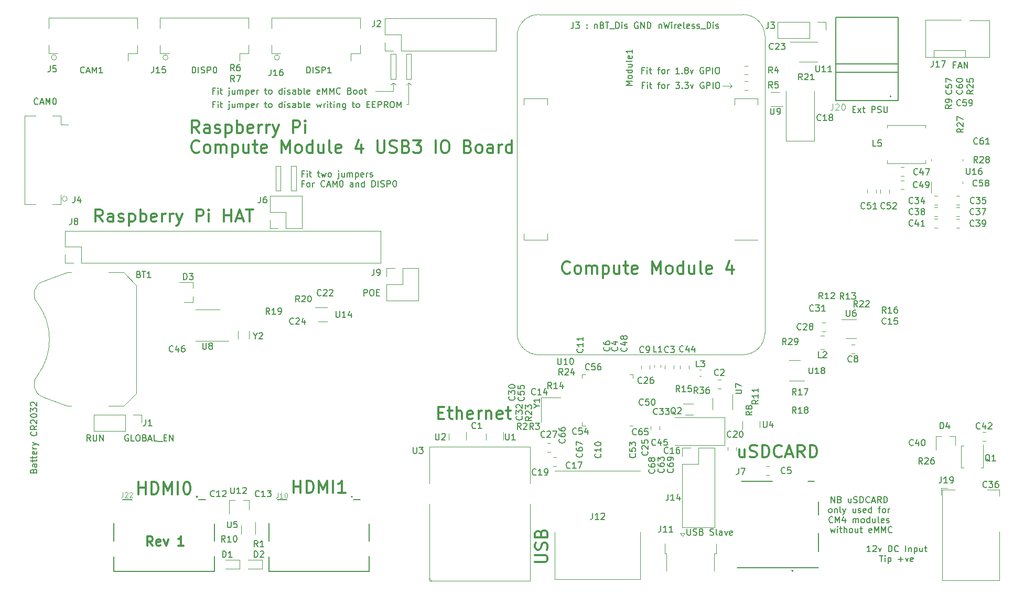
<source format=gbr>
G04 #@! TF.GenerationSoftware,KiCad,Pcbnew,(5.99.0-6751-g76ac8b5acf)*
G04 #@! TF.CreationDate,2021-06-14T13:23:57+01:00*
G04 #@! TF.ProjectId,CM4IOUSB3,434d3449-4f55-4534-9233-2e6b69636164,rev?*
G04 #@! TF.SameCoordinates,Original*
G04 #@! TF.FileFunction,Legend,Top*
G04 #@! TF.FilePolarity,Positive*
%FSLAX46Y46*%
G04 Gerber Fmt 4.6, Leading zero omitted, Abs format (unit mm)*
G04 Created by KiCad (PCBNEW (5.99.0-6751-g76ac8b5acf)) date 2021-06-14 13:23:57*
%MOMM*%
%LPD*%
G01*
G04 APERTURE LIST*
%ADD10C,0.120000*%
%ADD11C,0.300000*%
%ADD12C,0.150000*%
%ADD13C,0.050000*%
%ADD14C,0.100000*%
%ADD15C,0.127000*%
%ADD16C,0.200000*%
G04 APERTURE END LIST*
D10*
X136100000Y-82400000D02*
X138500000Y-82400000D01*
X141500000Y-81000000D02*
X141100000Y-81400000D01*
X192200000Y-81500000D02*
X193700000Y-81500000D01*
X139000000Y-81000000D02*
X139400000Y-81400000D01*
X193700000Y-81500000D02*
X193300000Y-81900000D01*
X193700000Y-81500000D02*
X193300000Y-81100000D01*
X193300000Y-81100000D02*
X193700000Y-81500000D01*
X122500000Y-94500000D02*
X123300000Y-94500000D01*
X123300000Y-94500000D02*
X123300000Y-98500000D01*
X123300000Y-98500000D02*
X122500000Y-98500000D01*
X122500000Y-98500000D02*
X122500000Y-94500000D01*
X139000000Y-82400000D02*
X139000000Y-81000000D01*
X141100000Y-84500000D02*
X141500000Y-84500000D01*
X138500000Y-82400000D02*
X139000000Y-82400000D01*
X139000000Y-81000000D02*
X138600000Y-81400000D01*
X141500000Y-81000000D02*
X141900000Y-81400000D01*
X120000000Y-94500000D02*
X120800000Y-94500000D01*
X120800000Y-94500000D02*
X120800000Y-98500000D01*
X120800000Y-98500000D02*
X120000000Y-98500000D01*
X120000000Y-98500000D02*
X120000000Y-94500000D01*
X138600000Y-76400000D02*
X139400000Y-76400000D01*
X139400000Y-76400000D02*
X139400000Y-80400000D01*
X139400000Y-80400000D02*
X138600000Y-80400000D01*
X138600000Y-80400000D02*
X138600000Y-76400000D01*
X141500000Y-84500000D02*
X141500000Y-81000000D01*
X141100000Y-76400000D02*
X141900000Y-76400000D01*
X141900000Y-76400000D02*
X141900000Y-80400000D01*
X141900000Y-80400000D02*
X141100000Y-80400000D01*
X141100000Y-80400000D02*
X141100000Y-76400000D01*
D11*
X100164285Y-155878571D02*
X99664285Y-155164285D01*
X99307142Y-155878571D02*
X99307142Y-154378571D01*
X99878571Y-154378571D01*
X100021428Y-154450000D01*
X100092857Y-154521428D01*
X100164285Y-154664285D01*
X100164285Y-154878571D01*
X100092857Y-155021428D01*
X100021428Y-155092857D01*
X99878571Y-155164285D01*
X99307142Y-155164285D01*
X101378571Y-155807142D02*
X101235714Y-155878571D01*
X100950000Y-155878571D01*
X100807142Y-155807142D01*
X100735714Y-155664285D01*
X100735714Y-155092857D01*
X100807142Y-154950000D01*
X100950000Y-154878571D01*
X101235714Y-154878571D01*
X101378571Y-154950000D01*
X101450000Y-155092857D01*
X101450000Y-155235714D01*
X100735714Y-155378571D01*
X101950000Y-154878571D02*
X102307142Y-155878571D01*
X102664285Y-154878571D01*
X105164285Y-155878571D02*
X104307142Y-155878571D01*
X104735714Y-155878571D02*
X104735714Y-154378571D01*
X104592857Y-154592857D01*
X104450000Y-154735714D01*
X104307142Y-154807142D01*
X107664047Y-89144761D02*
X106997380Y-88192380D01*
X106521190Y-89144761D02*
X106521190Y-87144761D01*
X107283095Y-87144761D01*
X107473571Y-87240000D01*
X107568809Y-87335238D01*
X107664047Y-87525714D01*
X107664047Y-87811428D01*
X107568809Y-88001904D01*
X107473571Y-88097142D01*
X107283095Y-88192380D01*
X106521190Y-88192380D01*
X109378333Y-89144761D02*
X109378333Y-88097142D01*
X109283095Y-87906666D01*
X109092619Y-87811428D01*
X108711666Y-87811428D01*
X108521190Y-87906666D01*
X109378333Y-89049523D02*
X109187857Y-89144761D01*
X108711666Y-89144761D01*
X108521190Y-89049523D01*
X108425952Y-88859047D01*
X108425952Y-88668571D01*
X108521190Y-88478095D01*
X108711666Y-88382857D01*
X109187857Y-88382857D01*
X109378333Y-88287619D01*
X110235476Y-89049523D02*
X110425952Y-89144761D01*
X110806904Y-89144761D01*
X110997380Y-89049523D01*
X111092619Y-88859047D01*
X111092619Y-88763809D01*
X110997380Y-88573333D01*
X110806904Y-88478095D01*
X110521190Y-88478095D01*
X110330714Y-88382857D01*
X110235476Y-88192380D01*
X110235476Y-88097142D01*
X110330714Y-87906666D01*
X110521190Y-87811428D01*
X110806904Y-87811428D01*
X110997380Y-87906666D01*
X111949761Y-87811428D02*
X111949761Y-89811428D01*
X111949761Y-87906666D02*
X112140238Y-87811428D01*
X112521190Y-87811428D01*
X112711666Y-87906666D01*
X112806904Y-88001904D01*
X112902142Y-88192380D01*
X112902142Y-88763809D01*
X112806904Y-88954285D01*
X112711666Y-89049523D01*
X112521190Y-89144761D01*
X112140238Y-89144761D01*
X111949761Y-89049523D01*
X113759285Y-89144761D02*
X113759285Y-87144761D01*
X113759285Y-87906666D02*
X113949761Y-87811428D01*
X114330714Y-87811428D01*
X114521190Y-87906666D01*
X114616428Y-88001904D01*
X114711666Y-88192380D01*
X114711666Y-88763809D01*
X114616428Y-88954285D01*
X114521190Y-89049523D01*
X114330714Y-89144761D01*
X113949761Y-89144761D01*
X113759285Y-89049523D01*
X116330714Y-89049523D02*
X116140238Y-89144761D01*
X115759285Y-89144761D01*
X115568809Y-89049523D01*
X115473571Y-88859047D01*
X115473571Y-88097142D01*
X115568809Y-87906666D01*
X115759285Y-87811428D01*
X116140238Y-87811428D01*
X116330714Y-87906666D01*
X116425952Y-88097142D01*
X116425952Y-88287619D01*
X115473571Y-88478095D01*
X117283095Y-89144761D02*
X117283095Y-87811428D01*
X117283095Y-88192380D02*
X117378333Y-88001904D01*
X117473571Y-87906666D01*
X117664047Y-87811428D01*
X117854523Y-87811428D01*
X118521190Y-89144761D02*
X118521190Y-87811428D01*
X118521190Y-88192380D02*
X118616428Y-88001904D01*
X118711666Y-87906666D01*
X118902142Y-87811428D01*
X119092619Y-87811428D01*
X119568809Y-87811428D02*
X120045000Y-89144761D01*
X120521190Y-87811428D02*
X120045000Y-89144761D01*
X119854523Y-89620952D01*
X119759285Y-89716190D01*
X119568809Y-89811428D01*
X122806904Y-89144761D02*
X122806904Y-87144761D01*
X123568809Y-87144761D01*
X123759285Y-87240000D01*
X123854523Y-87335238D01*
X123949761Y-87525714D01*
X123949761Y-87811428D01*
X123854523Y-88001904D01*
X123759285Y-88097142D01*
X123568809Y-88192380D01*
X122806904Y-88192380D01*
X124806904Y-89144761D02*
X124806904Y-87811428D01*
X124806904Y-87144761D02*
X124711666Y-87240000D01*
X124806904Y-87335238D01*
X124902142Y-87240000D01*
X124806904Y-87144761D01*
X124806904Y-87335238D01*
X107664047Y-92174285D02*
X107568809Y-92269523D01*
X107283095Y-92364761D01*
X107092619Y-92364761D01*
X106806904Y-92269523D01*
X106616428Y-92079047D01*
X106521190Y-91888571D01*
X106425952Y-91507619D01*
X106425952Y-91221904D01*
X106521190Y-90840952D01*
X106616428Y-90650476D01*
X106806904Y-90460000D01*
X107092619Y-90364761D01*
X107283095Y-90364761D01*
X107568809Y-90460000D01*
X107664047Y-90555238D01*
X108806904Y-92364761D02*
X108616428Y-92269523D01*
X108521190Y-92174285D01*
X108425952Y-91983809D01*
X108425952Y-91412380D01*
X108521190Y-91221904D01*
X108616428Y-91126666D01*
X108806904Y-91031428D01*
X109092619Y-91031428D01*
X109283095Y-91126666D01*
X109378333Y-91221904D01*
X109473571Y-91412380D01*
X109473571Y-91983809D01*
X109378333Y-92174285D01*
X109283095Y-92269523D01*
X109092619Y-92364761D01*
X108806904Y-92364761D01*
X110330714Y-92364761D02*
X110330714Y-91031428D01*
X110330714Y-91221904D02*
X110425952Y-91126666D01*
X110616428Y-91031428D01*
X110902142Y-91031428D01*
X111092619Y-91126666D01*
X111187857Y-91317142D01*
X111187857Y-92364761D01*
X111187857Y-91317142D02*
X111283095Y-91126666D01*
X111473571Y-91031428D01*
X111759285Y-91031428D01*
X111949761Y-91126666D01*
X112045000Y-91317142D01*
X112045000Y-92364761D01*
X112997380Y-91031428D02*
X112997380Y-93031428D01*
X112997380Y-91126666D02*
X113187857Y-91031428D01*
X113568809Y-91031428D01*
X113759285Y-91126666D01*
X113854523Y-91221904D01*
X113949761Y-91412380D01*
X113949761Y-91983809D01*
X113854523Y-92174285D01*
X113759285Y-92269523D01*
X113568809Y-92364761D01*
X113187857Y-92364761D01*
X112997380Y-92269523D01*
X115664047Y-91031428D02*
X115664047Y-92364761D01*
X114806904Y-91031428D02*
X114806904Y-92079047D01*
X114902142Y-92269523D01*
X115092619Y-92364761D01*
X115378333Y-92364761D01*
X115568809Y-92269523D01*
X115664047Y-92174285D01*
X116330714Y-91031428D02*
X117092619Y-91031428D01*
X116616428Y-90364761D02*
X116616428Y-92079047D01*
X116711666Y-92269523D01*
X116902142Y-92364761D01*
X117092619Y-92364761D01*
X118521190Y-92269523D02*
X118330714Y-92364761D01*
X117949761Y-92364761D01*
X117759285Y-92269523D01*
X117664047Y-92079047D01*
X117664047Y-91317142D01*
X117759285Y-91126666D01*
X117949761Y-91031428D01*
X118330714Y-91031428D01*
X118521190Y-91126666D01*
X118616428Y-91317142D01*
X118616428Y-91507619D01*
X117664047Y-91698095D01*
X120997380Y-92364761D02*
X120997380Y-90364761D01*
X121664047Y-91793333D01*
X122330714Y-90364761D01*
X122330714Y-92364761D01*
X123568809Y-92364761D02*
X123378333Y-92269523D01*
X123283095Y-92174285D01*
X123187857Y-91983809D01*
X123187857Y-91412380D01*
X123283095Y-91221904D01*
X123378333Y-91126666D01*
X123568809Y-91031428D01*
X123854523Y-91031428D01*
X124045000Y-91126666D01*
X124140238Y-91221904D01*
X124235476Y-91412380D01*
X124235476Y-91983809D01*
X124140238Y-92174285D01*
X124045000Y-92269523D01*
X123854523Y-92364761D01*
X123568809Y-92364761D01*
X125949761Y-92364761D02*
X125949761Y-90364761D01*
X125949761Y-92269523D02*
X125759285Y-92364761D01*
X125378333Y-92364761D01*
X125187857Y-92269523D01*
X125092619Y-92174285D01*
X124997380Y-91983809D01*
X124997380Y-91412380D01*
X125092619Y-91221904D01*
X125187857Y-91126666D01*
X125378333Y-91031428D01*
X125759285Y-91031428D01*
X125949761Y-91126666D01*
X127759285Y-91031428D02*
X127759285Y-92364761D01*
X126902142Y-91031428D02*
X126902142Y-92079047D01*
X126997380Y-92269523D01*
X127187857Y-92364761D01*
X127473571Y-92364761D01*
X127664047Y-92269523D01*
X127759285Y-92174285D01*
X128997380Y-92364761D02*
X128806904Y-92269523D01*
X128711666Y-92079047D01*
X128711666Y-90364761D01*
X130521190Y-92269523D02*
X130330714Y-92364761D01*
X129949761Y-92364761D01*
X129759285Y-92269523D01*
X129664047Y-92079047D01*
X129664047Y-91317142D01*
X129759285Y-91126666D01*
X129949761Y-91031428D01*
X130330714Y-91031428D01*
X130521190Y-91126666D01*
X130616428Y-91317142D01*
X130616428Y-91507619D01*
X129664047Y-91698095D01*
X133854523Y-91031428D02*
X133854523Y-92364761D01*
X133378333Y-90269523D02*
X132902142Y-91698095D01*
X134140238Y-91698095D01*
X136425952Y-90364761D02*
X136425952Y-91983809D01*
X136521190Y-92174285D01*
X136616428Y-92269523D01*
X136806904Y-92364761D01*
X137187857Y-92364761D01*
X137378333Y-92269523D01*
X137473571Y-92174285D01*
X137568809Y-91983809D01*
X137568809Y-90364761D01*
X138425952Y-92269523D02*
X138711666Y-92364761D01*
X139187857Y-92364761D01*
X139378333Y-92269523D01*
X139473571Y-92174285D01*
X139568809Y-91983809D01*
X139568809Y-91793333D01*
X139473571Y-91602857D01*
X139378333Y-91507619D01*
X139187857Y-91412380D01*
X138806904Y-91317142D01*
X138616428Y-91221904D01*
X138521190Y-91126666D01*
X138425952Y-90936190D01*
X138425952Y-90745714D01*
X138521190Y-90555238D01*
X138616428Y-90460000D01*
X138806904Y-90364761D01*
X139283095Y-90364761D01*
X139568809Y-90460000D01*
X141092619Y-91317142D02*
X141378333Y-91412380D01*
X141473571Y-91507619D01*
X141568809Y-91698095D01*
X141568809Y-91983809D01*
X141473571Y-92174285D01*
X141378333Y-92269523D01*
X141187857Y-92364761D01*
X140425952Y-92364761D01*
X140425952Y-90364761D01*
X141092619Y-90364761D01*
X141283095Y-90460000D01*
X141378333Y-90555238D01*
X141473571Y-90745714D01*
X141473571Y-90936190D01*
X141378333Y-91126666D01*
X141283095Y-91221904D01*
X141092619Y-91317142D01*
X140425952Y-91317142D01*
X142235476Y-90364761D02*
X143473571Y-90364761D01*
X142806904Y-91126666D01*
X143092619Y-91126666D01*
X143283095Y-91221904D01*
X143378333Y-91317142D01*
X143473571Y-91507619D01*
X143473571Y-91983809D01*
X143378333Y-92174285D01*
X143283095Y-92269523D01*
X143092619Y-92364761D01*
X142521190Y-92364761D01*
X142330714Y-92269523D01*
X142235476Y-92174285D01*
X145854523Y-92364761D02*
X145854523Y-90364761D01*
X147187857Y-90364761D02*
X147568809Y-90364761D01*
X147759285Y-90460000D01*
X147949761Y-90650476D01*
X148045000Y-91031428D01*
X148045000Y-91698095D01*
X147949761Y-92079047D01*
X147759285Y-92269523D01*
X147568809Y-92364761D01*
X147187857Y-92364761D01*
X146997380Y-92269523D01*
X146806904Y-92079047D01*
X146711666Y-91698095D01*
X146711666Y-91031428D01*
X146806904Y-90650476D01*
X146997380Y-90460000D01*
X147187857Y-90364761D01*
X151092619Y-91317142D02*
X151378333Y-91412380D01*
X151473571Y-91507619D01*
X151568809Y-91698095D01*
X151568809Y-91983809D01*
X151473571Y-92174285D01*
X151378333Y-92269523D01*
X151187857Y-92364761D01*
X150425952Y-92364761D01*
X150425952Y-90364761D01*
X151092619Y-90364761D01*
X151283095Y-90460000D01*
X151378333Y-90555238D01*
X151473571Y-90745714D01*
X151473571Y-90936190D01*
X151378333Y-91126666D01*
X151283095Y-91221904D01*
X151092619Y-91317142D01*
X150425952Y-91317142D01*
X152711666Y-92364761D02*
X152521190Y-92269523D01*
X152425952Y-92174285D01*
X152330714Y-91983809D01*
X152330714Y-91412380D01*
X152425952Y-91221904D01*
X152521190Y-91126666D01*
X152711666Y-91031428D01*
X152997380Y-91031428D01*
X153187857Y-91126666D01*
X153283095Y-91221904D01*
X153378333Y-91412380D01*
X153378333Y-91983809D01*
X153283095Y-92174285D01*
X153187857Y-92269523D01*
X152997380Y-92364761D01*
X152711666Y-92364761D01*
X155092619Y-92364761D02*
X155092619Y-91317142D01*
X154997380Y-91126666D01*
X154806904Y-91031428D01*
X154425952Y-91031428D01*
X154235476Y-91126666D01*
X155092619Y-92269523D02*
X154902142Y-92364761D01*
X154425952Y-92364761D01*
X154235476Y-92269523D01*
X154140238Y-92079047D01*
X154140238Y-91888571D01*
X154235476Y-91698095D01*
X154425952Y-91602857D01*
X154902142Y-91602857D01*
X155092619Y-91507619D01*
X156045000Y-92364761D02*
X156045000Y-91031428D01*
X156045000Y-91412380D02*
X156140238Y-91221904D01*
X156235476Y-91126666D01*
X156425952Y-91031428D01*
X156616428Y-91031428D01*
X158140238Y-92364761D02*
X158140238Y-90364761D01*
X158140238Y-92269523D02*
X157949761Y-92364761D01*
X157568809Y-92364761D01*
X157378333Y-92269523D01*
X157283095Y-92174285D01*
X157187857Y-91983809D01*
X157187857Y-91412380D01*
X157283095Y-91221904D01*
X157378333Y-91126666D01*
X157568809Y-91031428D01*
X157949761Y-91031428D01*
X158140238Y-91126666D01*
D12*
X179514285Y-81428571D02*
X179180952Y-81428571D01*
X179180952Y-81952380D02*
X179180952Y-80952380D01*
X179657142Y-80952380D01*
X180038095Y-81952380D02*
X180038095Y-81285714D01*
X180038095Y-80952380D02*
X179990476Y-81000000D01*
X180038095Y-81047619D01*
X180085714Y-81000000D01*
X180038095Y-80952380D01*
X180038095Y-81047619D01*
X180371428Y-81285714D02*
X180752380Y-81285714D01*
X180514285Y-80952380D02*
X180514285Y-81809523D01*
X180561904Y-81904761D01*
X180657142Y-81952380D01*
X180752380Y-81952380D01*
X181704761Y-81285714D02*
X182085714Y-81285714D01*
X181847619Y-81952380D02*
X181847619Y-81095238D01*
X181895238Y-81000000D01*
X181990476Y-80952380D01*
X182085714Y-80952380D01*
X182561904Y-81952380D02*
X182466666Y-81904761D01*
X182419047Y-81857142D01*
X182371428Y-81761904D01*
X182371428Y-81476190D01*
X182419047Y-81380952D01*
X182466666Y-81333333D01*
X182561904Y-81285714D01*
X182704761Y-81285714D01*
X182800000Y-81333333D01*
X182847619Y-81380952D01*
X182895238Y-81476190D01*
X182895238Y-81761904D01*
X182847619Y-81857142D01*
X182800000Y-81904761D01*
X182704761Y-81952380D01*
X182561904Y-81952380D01*
X183323809Y-81952380D02*
X183323809Y-81285714D01*
X183323809Y-81476190D02*
X183371428Y-81380952D01*
X183419047Y-81333333D01*
X183514285Y-81285714D01*
X183609523Y-81285714D01*
X184609523Y-80952380D02*
X185228571Y-80952380D01*
X184895238Y-81333333D01*
X185038095Y-81333333D01*
X185133333Y-81380952D01*
X185180952Y-81428571D01*
X185228571Y-81523809D01*
X185228571Y-81761904D01*
X185180952Y-81857142D01*
X185133333Y-81904761D01*
X185038095Y-81952380D01*
X184752380Y-81952380D01*
X184657142Y-81904761D01*
X184609523Y-81857142D01*
X185657142Y-81857142D02*
X185704761Y-81904761D01*
X185657142Y-81952380D01*
X185609523Y-81904761D01*
X185657142Y-81857142D01*
X185657142Y-81952380D01*
X186038095Y-80952380D02*
X186657142Y-80952380D01*
X186323809Y-81333333D01*
X186466666Y-81333333D01*
X186561904Y-81380952D01*
X186609523Y-81428571D01*
X186657142Y-81523809D01*
X186657142Y-81761904D01*
X186609523Y-81857142D01*
X186561904Y-81904761D01*
X186466666Y-81952380D01*
X186180952Y-81952380D01*
X186085714Y-81904761D01*
X186038095Y-81857142D01*
X186990476Y-81285714D02*
X187228571Y-81952380D01*
X187466666Y-81285714D01*
X189133333Y-81000000D02*
X189038095Y-80952380D01*
X188895238Y-80952380D01*
X188752380Y-81000000D01*
X188657142Y-81095238D01*
X188609523Y-81190476D01*
X188561904Y-81380952D01*
X188561904Y-81523809D01*
X188609523Y-81714285D01*
X188657142Y-81809523D01*
X188752380Y-81904761D01*
X188895238Y-81952380D01*
X188990476Y-81952380D01*
X189133333Y-81904761D01*
X189180952Y-81857142D01*
X189180952Y-81523809D01*
X188990476Y-81523809D01*
X189609523Y-81952380D02*
X189609523Y-80952380D01*
X189990476Y-80952380D01*
X190085714Y-81000000D01*
X190133333Y-81047619D01*
X190180952Y-81142857D01*
X190180952Y-81285714D01*
X190133333Y-81380952D01*
X190085714Y-81428571D01*
X189990476Y-81476190D01*
X189609523Y-81476190D01*
X190609523Y-81952380D02*
X190609523Y-80952380D01*
X191276190Y-80952380D02*
X191466666Y-80952380D01*
X191561904Y-81000000D01*
X191657142Y-81095238D01*
X191704761Y-81285714D01*
X191704761Y-81619047D01*
X191657142Y-81809523D01*
X191561904Y-81904761D01*
X191466666Y-81952380D01*
X191276190Y-81952380D01*
X191180952Y-81904761D01*
X191085714Y-81809523D01*
X191038095Y-81619047D01*
X191038095Y-81285714D01*
X191085714Y-81095238D01*
X191180952Y-81000000D01*
X191276190Y-80952380D01*
X110168928Y-84528571D02*
X109835595Y-84528571D01*
X109835595Y-85052380D02*
X109835595Y-84052380D01*
X110311785Y-84052380D01*
X110692738Y-85052380D02*
X110692738Y-84385714D01*
X110692738Y-84052380D02*
X110645119Y-84100000D01*
X110692738Y-84147619D01*
X110740357Y-84100000D01*
X110692738Y-84052380D01*
X110692738Y-84147619D01*
X111026071Y-84385714D02*
X111407023Y-84385714D01*
X111168928Y-84052380D02*
X111168928Y-84909523D01*
X111216547Y-85004761D01*
X111311785Y-85052380D01*
X111407023Y-85052380D01*
X112502261Y-84385714D02*
X112502261Y-85242857D01*
X112454642Y-85338095D01*
X112359404Y-85385714D01*
X112311785Y-85385714D01*
X112502261Y-84052380D02*
X112454642Y-84100000D01*
X112502261Y-84147619D01*
X112549880Y-84100000D01*
X112502261Y-84052380D01*
X112502261Y-84147619D01*
X113407023Y-84385714D02*
X113407023Y-85052380D01*
X112978452Y-84385714D02*
X112978452Y-84909523D01*
X113026071Y-85004761D01*
X113121309Y-85052380D01*
X113264166Y-85052380D01*
X113359404Y-85004761D01*
X113407023Y-84957142D01*
X113883214Y-85052380D02*
X113883214Y-84385714D01*
X113883214Y-84480952D02*
X113930833Y-84433333D01*
X114026071Y-84385714D01*
X114168928Y-84385714D01*
X114264166Y-84433333D01*
X114311785Y-84528571D01*
X114311785Y-85052380D01*
X114311785Y-84528571D02*
X114359404Y-84433333D01*
X114454642Y-84385714D01*
X114597500Y-84385714D01*
X114692738Y-84433333D01*
X114740357Y-84528571D01*
X114740357Y-85052380D01*
X115216547Y-84385714D02*
X115216547Y-85385714D01*
X115216547Y-84433333D02*
X115311785Y-84385714D01*
X115502261Y-84385714D01*
X115597500Y-84433333D01*
X115645119Y-84480952D01*
X115692738Y-84576190D01*
X115692738Y-84861904D01*
X115645119Y-84957142D01*
X115597500Y-85004761D01*
X115502261Y-85052380D01*
X115311785Y-85052380D01*
X115216547Y-85004761D01*
X116502261Y-85004761D02*
X116407023Y-85052380D01*
X116216547Y-85052380D01*
X116121309Y-85004761D01*
X116073690Y-84909523D01*
X116073690Y-84528571D01*
X116121309Y-84433333D01*
X116216547Y-84385714D01*
X116407023Y-84385714D01*
X116502261Y-84433333D01*
X116549880Y-84528571D01*
X116549880Y-84623809D01*
X116073690Y-84719047D01*
X116978452Y-85052380D02*
X116978452Y-84385714D01*
X116978452Y-84576190D02*
X117026071Y-84480952D01*
X117073690Y-84433333D01*
X117168928Y-84385714D01*
X117264166Y-84385714D01*
X118216547Y-84385714D02*
X118597500Y-84385714D01*
X118359404Y-84052380D02*
X118359404Y-84909523D01*
X118407023Y-85004761D01*
X118502261Y-85052380D01*
X118597500Y-85052380D01*
X119073690Y-85052380D02*
X118978452Y-85004761D01*
X118930833Y-84957142D01*
X118883214Y-84861904D01*
X118883214Y-84576190D01*
X118930833Y-84480952D01*
X118978452Y-84433333D01*
X119073690Y-84385714D01*
X119216547Y-84385714D01*
X119311785Y-84433333D01*
X119359404Y-84480952D01*
X119407023Y-84576190D01*
X119407023Y-84861904D01*
X119359404Y-84957142D01*
X119311785Y-85004761D01*
X119216547Y-85052380D01*
X119073690Y-85052380D01*
X121026071Y-85052380D02*
X121026071Y-84052380D01*
X121026071Y-85004761D02*
X120930833Y-85052380D01*
X120740357Y-85052380D01*
X120645119Y-85004761D01*
X120597500Y-84957142D01*
X120549880Y-84861904D01*
X120549880Y-84576190D01*
X120597500Y-84480952D01*
X120645119Y-84433333D01*
X120740357Y-84385714D01*
X120930833Y-84385714D01*
X121026071Y-84433333D01*
X121502261Y-85052380D02*
X121502261Y-84385714D01*
X121502261Y-84052380D02*
X121454642Y-84100000D01*
X121502261Y-84147619D01*
X121549880Y-84100000D01*
X121502261Y-84052380D01*
X121502261Y-84147619D01*
X121930833Y-85004761D02*
X122026071Y-85052380D01*
X122216547Y-85052380D01*
X122311785Y-85004761D01*
X122359404Y-84909523D01*
X122359404Y-84861904D01*
X122311785Y-84766666D01*
X122216547Y-84719047D01*
X122073690Y-84719047D01*
X121978452Y-84671428D01*
X121930833Y-84576190D01*
X121930833Y-84528571D01*
X121978452Y-84433333D01*
X122073690Y-84385714D01*
X122216547Y-84385714D01*
X122311785Y-84433333D01*
X123216547Y-85052380D02*
X123216547Y-84528571D01*
X123168928Y-84433333D01*
X123073690Y-84385714D01*
X122883214Y-84385714D01*
X122787976Y-84433333D01*
X123216547Y-85004761D02*
X123121309Y-85052380D01*
X122883214Y-85052380D01*
X122787976Y-85004761D01*
X122740357Y-84909523D01*
X122740357Y-84814285D01*
X122787976Y-84719047D01*
X122883214Y-84671428D01*
X123121309Y-84671428D01*
X123216547Y-84623809D01*
X123692738Y-85052380D02*
X123692738Y-84052380D01*
X123692738Y-84433333D02*
X123787976Y-84385714D01*
X123978452Y-84385714D01*
X124073690Y-84433333D01*
X124121309Y-84480952D01*
X124168928Y-84576190D01*
X124168928Y-84861904D01*
X124121309Y-84957142D01*
X124073690Y-85004761D01*
X123978452Y-85052380D01*
X123787976Y-85052380D01*
X123692738Y-85004761D01*
X124740357Y-85052380D02*
X124645119Y-85004761D01*
X124597500Y-84909523D01*
X124597500Y-84052380D01*
X125502261Y-85004761D02*
X125407023Y-85052380D01*
X125216547Y-85052380D01*
X125121309Y-85004761D01*
X125073690Y-84909523D01*
X125073690Y-84528571D01*
X125121309Y-84433333D01*
X125216547Y-84385714D01*
X125407023Y-84385714D01*
X125502261Y-84433333D01*
X125549880Y-84528571D01*
X125549880Y-84623809D01*
X125073690Y-84719047D01*
X126645119Y-84385714D02*
X126835595Y-85052380D01*
X127026071Y-84576190D01*
X127216547Y-85052380D01*
X127407023Y-84385714D01*
X127787976Y-85052380D02*
X127787976Y-84385714D01*
X127787976Y-84576190D02*
X127835595Y-84480952D01*
X127883214Y-84433333D01*
X127978452Y-84385714D01*
X128073690Y-84385714D01*
X128407023Y-85052380D02*
X128407023Y-84385714D01*
X128407023Y-84052380D02*
X128359404Y-84100000D01*
X128407023Y-84147619D01*
X128454642Y-84100000D01*
X128407023Y-84052380D01*
X128407023Y-84147619D01*
X128740357Y-84385714D02*
X129121309Y-84385714D01*
X128883214Y-84052380D02*
X128883214Y-84909523D01*
X128930833Y-85004761D01*
X129026071Y-85052380D01*
X129121309Y-85052380D01*
X129454642Y-85052380D02*
X129454642Y-84385714D01*
X129454642Y-84052380D02*
X129407023Y-84100000D01*
X129454642Y-84147619D01*
X129502261Y-84100000D01*
X129454642Y-84052380D01*
X129454642Y-84147619D01*
X129930833Y-84385714D02*
X129930833Y-85052380D01*
X129930833Y-84480952D02*
X129978452Y-84433333D01*
X130073690Y-84385714D01*
X130216547Y-84385714D01*
X130311785Y-84433333D01*
X130359404Y-84528571D01*
X130359404Y-85052380D01*
X131264166Y-84385714D02*
X131264166Y-85195238D01*
X131216547Y-85290476D01*
X131168928Y-85338095D01*
X131073690Y-85385714D01*
X130930833Y-85385714D01*
X130835595Y-85338095D01*
X131264166Y-85004761D02*
X131168928Y-85052380D01*
X130978452Y-85052380D01*
X130883214Y-85004761D01*
X130835595Y-84957142D01*
X130787976Y-84861904D01*
X130787976Y-84576190D01*
X130835595Y-84480952D01*
X130883214Y-84433333D01*
X130978452Y-84385714D01*
X131168928Y-84385714D01*
X131264166Y-84433333D01*
X132359404Y-84385714D02*
X132740357Y-84385714D01*
X132502261Y-84052380D02*
X132502261Y-84909523D01*
X132549880Y-85004761D01*
X132645119Y-85052380D01*
X132740357Y-85052380D01*
X133216547Y-85052380D02*
X133121309Y-85004761D01*
X133073690Y-84957142D01*
X133026071Y-84861904D01*
X133026071Y-84576190D01*
X133073690Y-84480952D01*
X133121309Y-84433333D01*
X133216547Y-84385714D01*
X133359404Y-84385714D01*
X133454642Y-84433333D01*
X133502261Y-84480952D01*
X133549880Y-84576190D01*
X133549880Y-84861904D01*
X133502261Y-84957142D01*
X133454642Y-85004761D01*
X133359404Y-85052380D01*
X133216547Y-85052380D01*
X134740357Y-84528571D02*
X135073690Y-84528571D01*
X135216547Y-85052380D02*
X134740357Y-85052380D01*
X134740357Y-84052380D01*
X135216547Y-84052380D01*
X135645119Y-84528571D02*
X135978452Y-84528571D01*
X136121309Y-85052380D02*
X135645119Y-85052380D01*
X135645119Y-84052380D01*
X136121309Y-84052380D01*
X136549880Y-85052380D02*
X136549880Y-84052380D01*
X136930833Y-84052380D01*
X137026071Y-84100000D01*
X137073690Y-84147619D01*
X137121309Y-84242857D01*
X137121309Y-84385714D01*
X137073690Y-84480952D01*
X137026071Y-84528571D01*
X136930833Y-84576190D01*
X136549880Y-84576190D01*
X138121309Y-85052380D02*
X137787976Y-84576190D01*
X137549880Y-85052380D02*
X137549880Y-84052380D01*
X137930833Y-84052380D01*
X138026071Y-84100000D01*
X138073690Y-84147619D01*
X138121309Y-84242857D01*
X138121309Y-84385714D01*
X138073690Y-84480952D01*
X138026071Y-84528571D01*
X137930833Y-84576190D01*
X137549880Y-84576190D01*
X138740357Y-84052380D02*
X138930833Y-84052380D01*
X139026071Y-84100000D01*
X139121309Y-84195238D01*
X139168928Y-84385714D01*
X139168928Y-84719047D01*
X139121309Y-84909523D01*
X139026071Y-85004761D01*
X138930833Y-85052380D01*
X138740357Y-85052380D01*
X138645119Y-85004761D01*
X138549880Y-84909523D01*
X138502261Y-84719047D01*
X138502261Y-84385714D01*
X138549880Y-84195238D01*
X138645119Y-84100000D01*
X138740357Y-84052380D01*
X139597500Y-85052380D02*
X139597500Y-84052380D01*
X139930833Y-84766666D01*
X140264166Y-84052380D01*
X140264166Y-85052380D01*
X181914285Y-71585714D02*
X181914285Y-72252380D01*
X181914285Y-71680952D02*
X181961904Y-71633333D01*
X182057142Y-71585714D01*
X182200000Y-71585714D01*
X182295238Y-71633333D01*
X182342857Y-71728571D01*
X182342857Y-72252380D01*
X182723809Y-71252380D02*
X182961904Y-72252380D01*
X183152380Y-71538095D01*
X183342857Y-72252380D01*
X183580952Y-71252380D01*
X183961904Y-72252380D02*
X183961904Y-71585714D01*
X183961904Y-71252380D02*
X183914285Y-71300000D01*
X183961904Y-71347619D01*
X184009523Y-71300000D01*
X183961904Y-71252380D01*
X183961904Y-71347619D01*
X184438095Y-72252380D02*
X184438095Y-71585714D01*
X184438095Y-71776190D02*
X184485714Y-71680952D01*
X184533333Y-71633333D01*
X184628571Y-71585714D01*
X184723809Y-71585714D01*
X185438095Y-72204761D02*
X185342857Y-72252380D01*
X185152380Y-72252380D01*
X185057142Y-72204761D01*
X185009523Y-72109523D01*
X185009523Y-71728571D01*
X185057142Y-71633333D01*
X185152380Y-71585714D01*
X185342857Y-71585714D01*
X185438095Y-71633333D01*
X185485714Y-71728571D01*
X185485714Y-71823809D01*
X185009523Y-71919047D01*
X186057142Y-72252380D02*
X185961904Y-72204761D01*
X185914285Y-72109523D01*
X185914285Y-71252380D01*
X186819047Y-72204761D02*
X186723809Y-72252380D01*
X186533333Y-72252380D01*
X186438095Y-72204761D01*
X186390476Y-72109523D01*
X186390476Y-71728571D01*
X186438095Y-71633333D01*
X186533333Y-71585714D01*
X186723809Y-71585714D01*
X186819047Y-71633333D01*
X186866666Y-71728571D01*
X186866666Y-71823809D01*
X186390476Y-71919047D01*
X187247619Y-72204761D02*
X187342857Y-72252380D01*
X187533333Y-72252380D01*
X187628571Y-72204761D01*
X187676190Y-72109523D01*
X187676190Y-72061904D01*
X187628571Y-71966666D01*
X187533333Y-71919047D01*
X187390476Y-71919047D01*
X187295238Y-71871428D01*
X187247619Y-71776190D01*
X187247619Y-71728571D01*
X187295238Y-71633333D01*
X187390476Y-71585714D01*
X187533333Y-71585714D01*
X187628571Y-71633333D01*
X188057142Y-72204761D02*
X188152380Y-72252380D01*
X188342857Y-72252380D01*
X188438095Y-72204761D01*
X188485714Y-72109523D01*
X188485714Y-72061904D01*
X188438095Y-71966666D01*
X188342857Y-71919047D01*
X188200000Y-71919047D01*
X188104761Y-71871428D01*
X188057142Y-71776190D01*
X188057142Y-71728571D01*
X188104761Y-71633333D01*
X188200000Y-71585714D01*
X188342857Y-71585714D01*
X188438095Y-71633333D01*
X188676190Y-72347619D02*
X189438095Y-72347619D01*
X189676190Y-72252380D02*
X189676190Y-71252380D01*
X189914285Y-71252380D01*
X190057142Y-71300000D01*
X190152380Y-71395238D01*
X190200000Y-71490476D01*
X190247619Y-71680952D01*
X190247619Y-71823809D01*
X190200000Y-72014285D01*
X190152380Y-72109523D01*
X190057142Y-72204761D01*
X189914285Y-72252380D01*
X189676190Y-72252380D01*
X190676190Y-72252380D02*
X190676190Y-71585714D01*
X190676190Y-71252380D02*
X190628571Y-71300000D01*
X190676190Y-71347619D01*
X190723809Y-71300000D01*
X190676190Y-71252380D01*
X190676190Y-71347619D01*
X191104761Y-72204761D02*
X191200000Y-72252380D01*
X191390476Y-72252380D01*
X191485714Y-72204761D01*
X191533333Y-72109523D01*
X191533333Y-72061904D01*
X191485714Y-71966666D01*
X191390476Y-71919047D01*
X191247619Y-71919047D01*
X191152380Y-71871428D01*
X191104761Y-71776190D01*
X191104761Y-71728571D01*
X191152380Y-71633333D01*
X191247619Y-71585714D01*
X191390476Y-71585714D01*
X191485714Y-71633333D01*
X89133333Y-79357142D02*
X89085714Y-79404761D01*
X88942857Y-79452380D01*
X88847619Y-79452380D01*
X88704761Y-79404761D01*
X88609523Y-79309523D01*
X88561904Y-79214285D01*
X88514285Y-79023809D01*
X88514285Y-78880952D01*
X88561904Y-78690476D01*
X88609523Y-78595238D01*
X88704761Y-78500000D01*
X88847619Y-78452380D01*
X88942857Y-78452380D01*
X89085714Y-78500000D01*
X89133333Y-78547619D01*
X89514285Y-79166666D02*
X89990476Y-79166666D01*
X89419047Y-79452380D02*
X89752380Y-78452380D01*
X90085714Y-79452380D01*
X90419047Y-79452380D02*
X90419047Y-78452380D01*
X90752380Y-79166666D01*
X91085714Y-78452380D01*
X91085714Y-79452380D01*
X92085714Y-79452380D02*
X91514285Y-79452380D01*
X91800000Y-79452380D02*
X91800000Y-78452380D01*
X91704761Y-78595238D01*
X91609523Y-78690476D01*
X91514285Y-78738095D01*
X81633333Y-84432142D02*
X81585714Y-84479761D01*
X81442857Y-84527380D01*
X81347619Y-84527380D01*
X81204761Y-84479761D01*
X81109523Y-84384523D01*
X81061904Y-84289285D01*
X81014285Y-84098809D01*
X81014285Y-83955952D01*
X81061904Y-83765476D01*
X81109523Y-83670238D01*
X81204761Y-83575000D01*
X81347619Y-83527380D01*
X81442857Y-83527380D01*
X81585714Y-83575000D01*
X81633333Y-83622619D01*
X82014285Y-84241666D02*
X82490476Y-84241666D01*
X81919047Y-84527380D02*
X82252380Y-83527380D01*
X82585714Y-84527380D01*
X82919047Y-84527380D02*
X82919047Y-83527380D01*
X83252380Y-84241666D01*
X83585714Y-83527380D01*
X83585714Y-84527380D01*
X84252380Y-83527380D02*
X84347619Y-83527380D01*
X84442857Y-83575000D01*
X84490476Y-83622619D01*
X84538095Y-83717857D01*
X84585714Y-83908333D01*
X84585714Y-84146428D01*
X84538095Y-84336904D01*
X84490476Y-84432142D01*
X84442857Y-84479761D01*
X84347619Y-84527380D01*
X84252380Y-84527380D01*
X84157142Y-84479761D01*
X84109523Y-84432142D01*
X84061904Y-84336904D01*
X84014285Y-84146428D01*
X84014285Y-83908333D01*
X84061904Y-83717857D01*
X84109523Y-83622619D01*
X84157142Y-83575000D01*
X84252380Y-83527380D01*
X186457142Y-153152380D02*
X186457142Y-153961904D01*
X186504761Y-154057142D01*
X186552380Y-154104761D01*
X186647619Y-154152380D01*
X186838095Y-154152380D01*
X186933333Y-154104761D01*
X186980952Y-154057142D01*
X187028571Y-153961904D01*
X187028571Y-153152380D01*
X187457142Y-154104761D02*
X187600000Y-154152380D01*
X187838095Y-154152380D01*
X187933333Y-154104761D01*
X187980952Y-154057142D01*
X188028571Y-153961904D01*
X188028571Y-153866666D01*
X187980952Y-153771428D01*
X187933333Y-153723809D01*
X187838095Y-153676190D01*
X187647619Y-153628571D01*
X187552380Y-153580952D01*
X187504761Y-153533333D01*
X187457142Y-153438095D01*
X187457142Y-153342857D01*
X187504761Y-153247619D01*
X187552380Y-153200000D01*
X187647619Y-153152380D01*
X187885714Y-153152380D01*
X188028571Y-153200000D01*
X188790476Y-153628571D02*
X188933333Y-153676190D01*
X188980952Y-153723809D01*
X189028571Y-153819047D01*
X189028571Y-153961904D01*
X188980952Y-154057142D01*
X188933333Y-154104761D01*
X188838095Y-154152380D01*
X188457142Y-154152380D01*
X188457142Y-153152380D01*
X188790476Y-153152380D01*
X188885714Y-153200000D01*
X188933333Y-153247619D01*
X188980952Y-153342857D01*
X188980952Y-153438095D01*
X188933333Y-153533333D01*
X188885714Y-153580952D01*
X188790476Y-153628571D01*
X188457142Y-153628571D01*
X190171428Y-154104761D02*
X190314285Y-154152380D01*
X190552380Y-154152380D01*
X190647619Y-154104761D01*
X190695238Y-154057142D01*
X190742857Y-153961904D01*
X190742857Y-153866666D01*
X190695238Y-153771428D01*
X190647619Y-153723809D01*
X190552380Y-153676190D01*
X190361904Y-153628571D01*
X190266666Y-153580952D01*
X190219047Y-153533333D01*
X190171428Y-153438095D01*
X190171428Y-153342857D01*
X190219047Y-153247619D01*
X190266666Y-153200000D01*
X190361904Y-153152380D01*
X190600000Y-153152380D01*
X190742857Y-153200000D01*
X191314285Y-154152380D02*
X191219047Y-154104761D01*
X191171428Y-154009523D01*
X191171428Y-153152380D01*
X192123809Y-154152380D02*
X192123809Y-153628571D01*
X192076190Y-153533333D01*
X191980952Y-153485714D01*
X191790476Y-153485714D01*
X191695238Y-153533333D01*
X192123809Y-154104761D02*
X192028571Y-154152380D01*
X191790476Y-154152380D01*
X191695238Y-154104761D01*
X191647619Y-154009523D01*
X191647619Y-153914285D01*
X191695238Y-153819047D01*
X191790476Y-153771428D01*
X192028571Y-153771428D01*
X192123809Y-153723809D01*
X192504761Y-153485714D02*
X192742857Y-154152380D01*
X192980952Y-153485714D01*
X193742857Y-154104761D02*
X193647619Y-154152380D01*
X193457142Y-154152380D01*
X193361904Y-154104761D01*
X193314285Y-154009523D01*
X193314285Y-153628571D01*
X193361904Y-153533333D01*
X193457142Y-153485714D01*
X193647619Y-153485714D01*
X193742857Y-153533333D01*
X193790476Y-153628571D01*
X193790476Y-153723809D01*
X193314285Y-153819047D01*
X125047619Y-79452380D02*
X125047619Y-78452380D01*
X125285714Y-78452380D01*
X125428571Y-78500000D01*
X125523809Y-78595238D01*
X125571428Y-78690476D01*
X125619047Y-78880952D01*
X125619047Y-79023809D01*
X125571428Y-79214285D01*
X125523809Y-79309523D01*
X125428571Y-79404761D01*
X125285714Y-79452380D01*
X125047619Y-79452380D01*
X126047619Y-79452380D02*
X126047619Y-78452380D01*
X126476190Y-79404761D02*
X126619047Y-79452380D01*
X126857142Y-79452380D01*
X126952380Y-79404761D01*
X127000000Y-79357142D01*
X127047619Y-79261904D01*
X127047619Y-79166666D01*
X127000000Y-79071428D01*
X126952380Y-79023809D01*
X126857142Y-78976190D01*
X126666666Y-78928571D01*
X126571428Y-78880952D01*
X126523809Y-78833333D01*
X126476190Y-78738095D01*
X126476190Y-78642857D01*
X126523809Y-78547619D01*
X126571428Y-78500000D01*
X126666666Y-78452380D01*
X126904761Y-78452380D01*
X127047619Y-78500000D01*
X127476190Y-79452380D02*
X127476190Y-78452380D01*
X127857142Y-78452380D01*
X127952380Y-78500000D01*
X128000000Y-78547619D01*
X128047619Y-78642857D01*
X128047619Y-78785714D01*
X128000000Y-78880952D01*
X127952380Y-78928571D01*
X127857142Y-78976190D01*
X127476190Y-78976190D01*
X129000000Y-79452380D02*
X128428571Y-79452380D01*
X128714285Y-79452380D02*
X128714285Y-78452380D01*
X128619047Y-78595238D01*
X128523809Y-78690476D01*
X128428571Y-78738095D01*
D11*
X92071428Y-103504761D02*
X91404761Y-102552380D01*
X90928571Y-103504761D02*
X90928571Y-101504761D01*
X91690476Y-101504761D01*
X91880952Y-101600000D01*
X91976190Y-101695238D01*
X92071428Y-101885714D01*
X92071428Y-102171428D01*
X91976190Y-102361904D01*
X91880952Y-102457142D01*
X91690476Y-102552380D01*
X90928571Y-102552380D01*
X93785714Y-103504761D02*
X93785714Y-102457142D01*
X93690476Y-102266666D01*
X93500000Y-102171428D01*
X93119047Y-102171428D01*
X92928571Y-102266666D01*
X93785714Y-103409523D02*
X93595238Y-103504761D01*
X93119047Y-103504761D01*
X92928571Y-103409523D01*
X92833333Y-103219047D01*
X92833333Y-103028571D01*
X92928571Y-102838095D01*
X93119047Y-102742857D01*
X93595238Y-102742857D01*
X93785714Y-102647619D01*
X94642857Y-103409523D02*
X94833333Y-103504761D01*
X95214285Y-103504761D01*
X95404761Y-103409523D01*
X95500000Y-103219047D01*
X95500000Y-103123809D01*
X95404761Y-102933333D01*
X95214285Y-102838095D01*
X94928571Y-102838095D01*
X94738095Y-102742857D01*
X94642857Y-102552380D01*
X94642857Y-102457142D01*
X94738095Y-102266666D01*
X94928571Y-102171428D01*
X95214285Y-102171428D01*
X95404761Y-102266666D01*
X96357142Y-102171428D02*
X96357142Y-104171428D01*
X96357142Y-102266666D02*
X96547619Y-102171428D01*
X96928571Y-102171428D01*
X97119047Y-102266666D01*
X97214285Y-102361904D01*
X97309523Y-102552380D01*
X97309523Y-103123809D01*
X97214285Y-103314285D01*
X97119047Y-103409523D01*
X96928571Y-103504761D01*
X96547619Y-103504761D01*
X96357142Y-103409523D01*
X98166666Y-103504761D02*
X98166666Y-101504761D01*
X98166666Y-102266666D02*
X98357142Y-102171428D01*
X98738095Y-102171428D01*
X98928571Y-102266666D01*
X99023809Y-102361904D01*
X99119047Y-102552380D01*
X99119047Y-103123809D01*
X99023809Y-103314285D01*
X98928571Y-103409523D01*
X98738095Y-103504761D01*
X98357142Y-103504761D01*
X98166666Y-103409523D01*
X100738095Y-103409523D02*
X100547619Y-103504761D01*
X100166666Y-103504761D01*
X99976190Y-103409523D01*
X99880952Y-103219047D01*
X99880952Y-102457142D01*
X99976190Y-102266666D01*
X100166666Y-102171428D01*
X100547619Y-102171428D01*
X100738095Y-102266666D01*
X100833333Y-102457142D01*
X100833333Y-102647619D01*
X99880952Y-102838095D01*
X101690476Y-103504761D02*
X101690476Y-102171428D01*
X101690476Y-102552380D02*
X101785714Y-102361904D01*
X101880952Y-102266666D01*
X102071428Y-102171428D01*
X102261904Y-102171428D01*
X102928571Y-103504761D02*
X102928571Y-102171428D01*
X102928571Y-102552380D02*
X103023809Y-102361904D01*
X103119047Y-102266666D01*
X103309523Y-102171428D01*
X103500000Y-102171428D01*
X103976190Y-102171428D02*
X104452380Y-103504761D01*
X104928571Y-102171428D02*
X104452380Y-103504761D01*
X104261904Y-103980952D01*
X104166666Y-104076190D01*
X103976190Y-104171428D01*
X107214285Y-103504761D02*
X107214285Y-101504761D01*
X107976190Y-101504761D01*
X108166666Y-101600000D01*
X108261904Y-101695238D01*
X108357142Y-101885714D01*
X108357142Y-102171428D01*
X108261904Y-102361904D01*
X108166666Y-102457142D01*
X107976190Y-102552380D01*
X107214285Y-102552380D01*
X109214285Y-103504761D02*
X109214285Y-102171428D01*
X109214285Y-101504761D02*
X109119047Y-101600000D01*
X109214285Y-101695238D01*
X109309523Y-101600000D01*
X109214285Y-101504761D01*
X109214285Y-101695238D01*
X111690476Y-103504761D02*
X111690476Y-101504761D01*
X111690476Y-102457142D02*
X112833333Y-102457142D01*
X112833333Y-103504761D02*
X112833333Y-101504761D01*
X113690476Y-102933333D02*
X114642857Y-102933333D01*
X113500000Y-103504761D02*
X114166666Y-101504761D01*
X114833333Y-103504761D01*
X115214285Y-101504761D02*
X116357142Y-101504761D01*
X115785714Y-103504761D02*
X115785714Y-101504761D01*
D12*
X179495238Y-79028571D02*
X179161904Y-79028571D01*
X179161904Y-79552380D02*
X179161904Y-78552380D01*
X179638095Y-78552380D01*
X180019047Y-79552380D02*
X180019047Y-78885714D01*
X180019047Y-78552380D02*
X179971428Y-78600000D01*
X180019047Y-78647619D01*
X180066666Y-78600000D01*
X180019047Y-78552380D01*
X180019047Y-78647619D01*
X180352380Y-78885714D02*
X180733333Y-78885714D01*
X180495238Y-78552380D02*
X180495238Y-79409523D01*
X180542857Y-79504761D01*
X180638095Y-79552380D01*
X180733333Y-79552380D01*
X181685714Y-78885714D02*
X182066666Y-78885714D01*
X181828571Y-79552380D02*
X181828571Y-78695238D01*
X181876190Y-78600000D01*
X181971428Y-78552380D01*
X182066666Y-78552380D01*
X182542857Y-79552380D02*
X182447619Y-79504761D01*
X182400000Y-79457142D01*
X182352380Y-79361904D01*
X182352380Y-79076190D01*
X182400000Y-78980952D01*
X182447619Y-78933333D01*
X182542857Y-78885714D01*
X182685714Y-78885714D01*
X182780952Y-78933333D01*
X182828571Y-78980952D01*
X182876190Y-79076190D01*
X182876190Y-79361904D01*
X182828571Y-79457142D01*
X182780952Y-79504761D01*
X182685714Y-79552380D01*
X182542857Y-79552380D01*
X183304761Y-79552380D02*
X183304761Y-78885714D01*
X183304761Y-79076190D02*
X183352380Y-78980952D01*
X183400000Y-78933333D01*
X183495238Y-78885714D01*
X183590476Y-78885714D01*
X185209523Y-79552380D02*
X184638095Y-79552380D01*
X184923809Y-79552380D02*
X184923809Y-78552380D01*
X184828571Y-78695238D01*
X184733333Y-78790476D01*
X184638095Y-78838095D01*
X185638095Y-79457142D02*
X185685714Y-79504761D01*
X185638095Y-79552380D01*
X185590476Y-79504761D01*
X185638095Y-79457142D01*
X185638095Y-79552380D01*
X186257142Y-78980952D02*
X186161904Y-78933333D01*
X186114285Y-78885714D01*
X186066666Y-78790476D01*
X186066666Y-78742857D01*
X186114285Y-78647619D01*
X186161904Y-78600000D01*
X186257142Y-78552380D01*
X186447619Y-78552380D01*
X186542857Y-78600000D01*
X186590476Y-78647619D01*
X186638095Y-78742857D01*
X186638095Y-78790476D01*
X186590476Y-78885714D01*
X186542857Y-78933333D01*
X186447619Y-78980952D01*
X186257142Y-78980952D01*
X186161904Y-79028571D01*
X186114285Y-79076190D01*
X186066666Y-79171428D01*
X186066666Y-79361904D01*
X186114285Y-79457142D01*
X186161904Y-79504761D01*
X186257142Y-79552380D01*
X186447619Y-79552380D01*
X186542857Y-79504761D01*
X186590476Y-79457142D01*
X186638095Y-79361904D01*
X186638095Y-79171428D01*
X186590476Y-79076190D01*
X186542857Y-79028571D01*
X186447619Y-78980952D01*
X186971428Y-78885714D02*
X187209523Y-79552380D01*
X187447619Y-78885714D01*
X189114285Y-78600000D02*
X189019047Y-78552380D01*
X188876190Y-78552380D01*
X188733333Y-78600000D01*
X188638095Y-78695238D01*
X188590476Y-78790476D01*
X188542857Y-78980952D01*
X188542857Y-79123809D01*
X188590476Y-79314285D01*
X188638095Y-79409523D01*
X188733333Y-79504761D01*
X188876190Y-79552380D01*
X188971428Y-79552380D01*
X189114285Y-79504761D01*
X189161904Y-79457142D01*
X189161904Y-79123809D01*
X188971428Y-79123809D01*
X189590476Y-79552380D02*
X189590476Y-78552380D01*
X189971428Y-78552380D01*
X190066666Y-78600000D01*
X190114285Y-78647619D01*
X190161904Y-78742857D01*
X190161904Y-78885714D01*
X190114285Y-78980952D01*
X190066666Y-79028571D01*
X189971428Y-79076190D01*
X189590476Y-79076190D01*
X190590476Y-79552380D02*
X190590476Y-78552380D01*
X191257142Y-78552380D02*
X191447619Y-78552380D01*
X191542857Y-78600000D01*
X191638095Y-78695238D01*
X191685714Y-78885714D01*
X191685714Y-79219047D01*
X191638095Y-79409523D01*
X191542857Y-79504761D01*
X191447619Y-79552380D01*
X191257142Y-79552380D01*
X191161904Y-79504761D01*
X191066666Y-79409523D01*
X191019047Y-79219047D01*
X191019047Y-78885714D01*
X191066666Y-78695238D01*
X191161904Y-78600000D01*
X191257142Y-78552380D01*
X106547619Y-79452380D02*
X106547619Y-78452380D01*
X106785714Y-78452380D01*
X106928571Y-78500000D01*
X107023809Y-78595238D01*
X107071428Y-78690476D01*
X107119047Y-78880952D01*
X107119047Y-79023809D01*
X107071428Y-79214285D01*
X107023809Y-79309523D01*
X106928571Y-79404761D01*
X106785714Y-79452380D01*
X106547619Y-79452380D01*
X107547619Y-79452380D02*
X107547619Y-78452380D01*
X107976190Y-79404761D02*
X108119047Y-79452380D01*
X108357142Y-79452380D01*
X108452380Y-79404761D01*
X108500000Y-79357142D01*
X108547619Y-79261904D01*
X108547619Y-79166666D01*
X108500000Y-79071428D01*
X108452380Y-79023809D01*
X108357142Y-78976190D01*
X108166666Y-78928571D01*
X108071428Y-78880952D01*
X108023809Y-78833333D01*
X107976190Y-78738095D01*
X107976190Y-78642857D01*
X108023809Y-78547619D01*
X108071428Y-78500000D01*
X108166666Y-78452380D01*
X108404761Y-78452380D01*
X108547619Y-78500000D01*
X108976190Y-79452380D02*
X108976190Y-78452380D01*
X109357142Y-78452380D01*
X109452380Y-78500000D01*
X109500000Y-78547619D01*
X109547619Y-78642857D01*
X109547619Y-78785714D01*
X109500000Y-78880952D01*
X109452380Y-78928571D01*
X109357142Y-78976190D01*
X108976190Y-78976190D01*
X110166666Y-78452380D02*
X110261904Y-78452380D01*
X110357142Y-78500000D01*
X110404761Y-78547619D01*
X110452380Y-78642857D01*
X110500000Y-78833333D01*
X110500000Y-79071428D01*
X110452380Y-79261904D01*
X110404761Y-79357142D01*
X110357142Y-79404761D01*
X110261904Y-79452380D01*
X110166666Y-79452380D01*
X110071428Y-79404761D01*
X110023809Y-79357142D01*
X109976190Y-79261904D01*
X109928571Y-79071428D01*
X109928571Y-78833333D01*
X109976190Y-78642857D01*
X110023809Y-78547619D01*
X110071428Y-78500000D01*
X110166666Y-78452380D01*
X90119047Y-138952380D02*
X89785714Y-138476190D01*
X89547619Y-138952380D02*
X89547619Y-137952380D01*
X89928571Y-137952380D01*
X90023809Y-138000000D01*
X90071428Y-138047619D01*
X90119047Y-138142857D01*
X90119047Y-138285714D01*
X90071428Y-138380952D01*
X90023809Y-138428571D01*
X89928571Y-138476190D01*
X89547619Y-138476190D01*
X90547619Y-137952380D02*
X90547619Y-138761904D01*
X90595238Y-138857142D01*
X90642857Y-138904761D01*
X90738095Y-138952380D01*
X90928571Y-138952380D01*
X91023809Y-138904761D01*
X91071428Y-138857142D01*
X91119047Y-138761904D01*
X91119047Y-137952380D01*
X91595238Y-138952380D02*
X91595238Y-137952380D01*
X92166666Y-138952380D01*
X92166666Y-137952380D01*
X96214285Y-138000000D02*
X96119047Y-137952380D01*
X95976190Y-137952380D01*
X95833333Y-138000000D01*
X95738095Y-138095238D01*
X95690476Y-138190476D01*
X95642857Y-138380952D01*
X95642857Y-138523809D01*
X95690476Y-138714285D01*
X95738095Y-138809523D01*
X95833333Y-138904761D01*
X95976190Y-138952380D01*
X96071428Y-138952380D01*
X96214285Y-138904761D01*
X96261904Y-138857142D01*
X96261904Y-138523809D01*
X96071428Y-138523809D01*
X97166666Y-138952380D02*
X96690476Y-138952380D01*
X96690476Y-137952380D01*
X97690476Y-137952380D02*
X97880952Y-137952380D01*
X97976190Y-138000000D01*
X98071428Y-138095238D01*
X98119047Y-138285714D01*
X98119047Y-138619047D01*
X98071428Y-138809523D01*
X97976190Y-138904761D01*
X97880952Y-138952380D01*
X97690476Y-138952380D01*
X97595238Y-138904761D01*
X97500000Y-138809523D01*
X97452380Y-138619047D01*
X97452380Y-138285714D01*
X97500000Y-138095238D01*
X97595238Y-138000000D01*
X97690476Y-137952380D01*
X98880952Y-138428571D02*
X99023809Y-138476190D01*
X99071428Y-138523809D01*
X99119047Y-138619047D01*
X99119047Y-138761904D01*
X99071428Y-138857142D01*
X99023809Y-138904761D01*
X98928571Y-138952380D01*
X98547619Y-138952380D01*
X98547619Y-137952380D01*
X98880952Y-137952380D01*
X98976190Y-138000000D01*
X99023809Y-138047619D01*
X99071428Y-138142857D01*
X99071428Y-138238095D01*
X99023809Y-138333333D01*
X98976190Y-138380952D01*
X98880952Y-138428571D01*
X98547619Y-138428571D01*
X99500000Y-138666666D02*
X99976190Y-138666666D01*
X99404761Y-138952380D02*
X99738095Y-137952380D01*
X100071428Y-138952380D01*
X100880952Y-138952380D02*
X100404761Y-138952380D01*
X100404761Y-137952380D01*
X100976190Y-139047619D02*
X101738095Y-139047619D01*
X101976190Y-138428571D02*
X102309523Y-138428571D01*
X102452380Y-138952380D02*
X101976190Y-138952380D01*
X101976190Y-137952380D01*
X102452380Y-137952380D01*
X102880952Y-138952380D02*
X102880952Y-137952380D01*
X103452380Y-138952380D01*
X103452380Y-137952380D01*
D11*
X161904761Y-158523809D02*
X163523809Y-158523809D01*
X163714285Y-158428571D01*
X163809523Y-158333333D01*
X163904761Y-158142857D01*
X163904761Y-157761904D01*
X163809523Y-157571428D01*
X163714285Y-157476190D01*
X163523809Y-157380952D01*
X161904761Y-157380952D01*
X163809523Y-156523809D02*
X163904761Y-156238095D01*
X163904761Y-155761904D01*
X163809523Y-155571428D01*
X163714285Y-155476190D01*
X163523809Y-155380952D01*
X163333333Y-155380952D01*
X163142857Y-155476190D01*
X163047619Y-155571428D01*
X162952380Y-155761904D01*
X162857142Y-156142857D01*
X162761904Y-156333333D01*
X162666666Y-156428571D01*
X162476190Y-156523809D01*
X162285714Y-156523809D01*
X162095238Y-156428571D01*
X162000000Y-156333333D01*
X161904761Y-156142857D01*
X161904761Y-155666666D01*
X162000000Y-155380952D01*
X162857142Y-153857142D02*
X162952380Y-153571428D01*
X163047619Y-153476190D01*
X163238095Y-153380952D01*
X163523809Y-153380952D01*
X163714285Y-153476190D01*
X163809523Y-153571428D01*
X163904761Y-153761904D01*
X163904761Y-154523809D01*
X161904761Y-154523809D01*
X161904761Y-153857142D01*
X162000000Y-153666666D01*
X162095238Y-153571428D01*
X162285714Y-153476190D01*
X162476190Y-153476190D01*
X162666666Y-153571428D01*
X162761904Y-153666666D01*
X162857142Y-153857142D01*
X162857142Y-154523809D01*
D12*
X124568928Y-95723571D02*
X124235595Y-95723571D01*
X124235595Y-96247380D02*
X124235595Y-95247380D01*
X124711785Y-95247380D01*
X125092738Y-96247380D02*
X125092738Y-95580714D01*
X125092738Y-95247380D02*
X125045119Y-95295000D01*
X125092738Y-95342619D01*
X125140357Y-95295000D01*
X125092738Y-95247380D01*
X125092738Y-95342619D01*
X125426071Y-95580714D02*
X125807023Y-95580714D01*
X125568928Y-95247380D02*
X125568928Y-96104523D01*
X125616547Y-96199761D01*
X125711785Y-96247380D01*
X125807023Y-96247380D01*
X126759404Y-95580714D02*
X127140357Y-95580714D01*
X126902261Y-95247380D02*
X126902261Y-96104523D01*
X126949880Y-96199761D01*
X127045119Y-96247380D01*
X127140357Y-96247380D01*
X127378452Y-95580714D02*
X127568928Y-96247380D01*
X127759404Y-95771190D01*
X127949880Y-96247380D01*
X128140357Y-95580714D01*
X128664166Y-96247380D02*
X128568928Y-96199761D01*
X128521309Y-96152142D01*
X128473690Y-96056904D01*
X128473690Y-95771190D01*
X128521309Y-95675952D01*
X128568928Y-95628333D01*
X128664166Y-95580714D01*
X128807023Y-95580714D01*
X128902261Y-95628333D01*
X128949880Y-95675952D01*
X128997500Y-95771190D01*
X128997500Y-96056904D01*
X128949880Y-96152142D01*
X128902261Y-96199761D01*
X128807023Y-96247380D01*
X128664166Y-96247380D01*
X130187976Y-95580714D02*
X130187976Y-96437857D01*
X130140357Y-96533095D01*
X130045119Y-96580714D01*
X129997500Y-96580714D01*
X130187976Y-95247380D02*
X130140357Y-95295000D01*
X130187976Y-95342619D01*
X130235595Y-95295000D01*
X130187976Y-95247380D01*
X130187976Y-95342619D01*
X131092738Y-95580714D02*
X131092738Y-96247380D01*
X130664166Y-95580714D02*
X130664166Y-96104523D01*
X130711785Y-96199761D01*
X130807023Y-96247380D01*
X130949880Y-96247380D01*
X131045119Y-96199761D01*
X131092738Y-96152142D01*
X131568928Y-96247380D02*
X131568928Y-95580714D01*
X131568928Y-95675952D02*
X131616547Y-95628333D01*
X131711785Y-95580714D01*
X131854642Y-95580714D01*
X131949880Y-95628333D01*
X131997500Y-95723571D01*
X131997500Y-96247380D01*
X131997500Y-95723571D02*
X132045119Y-95628333D01*
X132140357Y-95580714D01*
X132283214Y-95580714D01*
X132378452Y-95628333D01*
X132426071Y-95723571D01*
X132426071Y-96247380D01*
X132902261Y-95580714D02*
X132902261Y-96580714D01*
X132902261Y-95628333D02*
X132997500Y-95580714D01*
X133187976Y-95580714D01*
X133283214Y-95628333D01*
X133330833Y-95675952D01*
X133378452Y-95771190D01*
X133378452Y-96056904D01*
X133330833Y-96152142D01*
X133283214Y-96199761D01*
X133187976Y-96247380D01*
X132997500Y-96247380D01*
X132902261Y-96199761D01*
X134187976Y-96199761D02*
X134092738Y-96247380D01*
X133902261Y-96247380D01*
X133807023Y-96199761D01*
X133759404Y-96104523D01*
X133759404Y-95723571D01*
X133807023Y-95628333D01*
X133902261Y-95580714D01*
X134092738Y-95580714D01*
X134187976Y-95628333D01*
X134235595Y-95723571D01*
X134235595Y-95818809D01*
X133759404Y-95914047D01*
X134664166Y-96247380D02*
X134664166Y-95580714D01*
X134664166Y-95771190D02*
X134711785Y-95675952D01*
X134759404Y-95628333D01*
X134854642Y-95580714D01*
X134949880Y-95580714D01*
X135235595Y-96199761D02*
X135330833Y-96247380D01*
X135521309Y-96247380D01*
X135616547Y-96199761D01*
X135664166Y-96104523D01*
X135664166Y-96056904D01*
X135616547Y-95961666D01*
X135521309Y-95914047D01*
X135378452Y-95914047D01*
X135283214Y-95866428D01*
X135235595Y-95771190D01*
X135235595Y-95723571D01*
X135283214Y-95628333D01*
X135378452Y-95580714D01*
X135521309Y-95580714D01*
X135616547Y-95628333D01*
X124568928Y-97333571D02*
X124235595Y-97333571D01*
X124235595Y-97857380D02*
X124235595Y-96857380D01*
X124711785Y-96857380D01*
X125235595Y-97857380D02*
X125140357Y-97809761D01*
X125092738Y-97762142D01*
X125045119Y-97666904D01*
X125045119Y-97381190D01*
X125092738Y-97285952D01*
X125140357Y-97238333D01*
X125235595Y-97190714D01*
X125378452Y-97190714D01*
X125473690Y-97238333D01*
X125521309Y-97285952D01*
X125568928Y-97381190D01*
X125568928Y-97666904D01*
X125521309Y-97762142D01*
X125473690Y-97809761D01*
X125378452Y-97857380D01*
X125235595Y-97857380D01*
X125997500Y-97857380D02*
X125997500Y-97190714D01*
X125997500Y-97381190D02*
X126045119Y-97285952D01*
X126092738Y-97238333D01*
X126187976Y-97190714D01*
X126283214Y-97190714D01*
X127949880Y-97762142D02*
X127902261Y-97809761D01*
X127759404Y-97857380D01*
X127664166Y-97857380D01*
X127521309Y-97809761D01*
X127426071Y-97714523D01*
X127378452Y-97619285D01*
X127330833Y-97428809D01*
X127330833Y-97285952D01*
X127378452Y-97095476D01*
X127426071Y-97000238D01*
X127521309Y-96905000D01*
X127664166Y-96857380D01*
X127759404Y-96857380D01*
X127902261Y-96905000D01*
X127949880Y-96952619D01*
X128330833Y-97571666D02*
X128807023Y-97571666D01*
X128235595Y-97857380D02*
X128568928Y-96857380D01*
X128902261Y-97857380D01*
X129235595Y-97857380D02*
X129235595Y-96857380D01*
X129568928Y-97571666D01*
X129902261Y-96857380D01*
X129902261Y-97857380D01*
X130568928Y-96857380D02*
X130664166Y-96857380D01*
X130759404Y-96905000D01*
X130807023Y-96952619D01*
X130854642Y-97047857D01*
X130902261Y-97238333D01*
X130902261Y-97476428D01*
X130854642Y-97666904D01*
X130807023Y-97762142D01*
X130759404Y-97809761D01*
X130664166Y-97857380D01*
X130568928Y-97857380D01*
X130473690Y-97809761D01*
X130426071Y-97762142D01*
X130378452Y-97666904D01*
X130330833Y-97476428D01*
X130330833Y-97238333D01*
X130378452Y-97047857D01*
X130426071Y-96952619D01*
X130473690Y-96905000D01*
X130568928Y-96857380D01*
X132521309Y-97857380D02*
X132521309Y-97333571D01*
X132473690Y-97238333D01*
X132378452Y-97190714D01*
X132187976Y-97190714D01*
X132092738Y-97238333D01*
X132521309Y-97809761D02*
X132426071Y-97857380D01*
X132187976Y-97857380D01*
X132092738Y-97809761D01*
X132045119Y-97714523D01*
X132045119Y-97619285D01*
X132092738Y-97524047D01*
X132187976Y-97476428D01*
X132426071Y-97476428D01*
X132521309Y-97428809D01*
X132997500Y-97190714D02*
X132997500Y-97857380D01*
X132997500Y-97285952D02*
X133045119Y-97238333D01*
X133140357Y-97190714D01*
X133283214Y-97190714D01*
X133378452Y-97238333D01*
X133426071Y-97333571D01*
X133426071Y-97857380D01*
X134330833Y-97857380D02*
X134330833Y-96857380D01*
X134330833Y-97809761D02*
X134235595Y-97857380D01*
X134045119Y-97857380D01*
X133949880Y-97809761D01*
X133902261Y-97762142D01*
X133854642Y-97666904D01*
X133854642Y-97381190D01*
X133902261Y-97285952D01*
X133949880Y-97238333D01*
X134045119Y-97190714D01*
X134235595Y-97190714D01*
X134330833Y-97238333D01*
X135568928Y-97857380D02*
X135568928Y-96857380D01*
X135807023Y-96857380D01*
X135949880Y-96905000D01*
X136045119Y-97000238D01*
X136092738Y-97095476D01*
X136140357Y-97285952D01*
X136140357Y-97428809D01*
X136092738Y-97619285D01*
X136045119Y-97714523D01*
X135949880Y-97809761D01*
X135807023Y-97857380D01*
X135568928Y-97857380D01*
X136568928Y-97857380D02*
X136568928Y-96857380D01*
X136997500Y-97809761D02*
X137140357Y-97857380D01*
X137378452Y-97857380D01*
X137473690Y-97809761D01*
X137521309Y-97762142D01*
X137568928Y-97666904D01*
X137568928Y-97571666D01*
X137521309Y-97476428D01*
X137473690Y-97428809D01*
X137378452Y-97381190D01*
X137187976Y-97333571D01*
X137092738Y-97285952D01*
X137045119Y-97238333D01*
X136997500Y-97143095D01*
X136997500Y-97047857D01*
X137045119Y-96952619D01*
X137092738Y-96905000D01*
X137187976Y-96857380D01*
X137426071Y-96857380D01*
X137568928Y-96905000D01*
X137997500Y-97857380D02*
X137997500Y-96857380D01*
X138378452Y-96857380D01*
X138473690Y-96905000D01*
X138521309Y-96952619D01*
X138568928Y-97047857D01*
X138568928Y-97190714D01*
X138521309Y-97285952D01*
X138473690Y-97333571D01*
X138378452Y-97381190D01*
X137997500Y-97381190D01*
X139187976Y-96857380D02*
X139283214Y-96857380D01*
X139378452Y-96905000D01*
X139426071Y-96952619D01*
X139473690Y-97047857D01*
X139521309Y-97238333D01*
X139521309Y-97476428D01*
X139473690Y-97666904D01*
X139426071Y-97762142D01*
X139378452Y-97809761D01*
X139283214Y-97857380D01*
X139187976Y-97857380D01*
X139092738Y-97809761D01*
X139045119Y-97762142D01*
X138997500Y-97666904D01*
X138949880Y-97476428D01*
X138949880Y-97238333D01*
X138997500Y-97047857D01*
X139045119Y-96952619D01*
X139092738Y-96905000D01*
X139187976Y-96857380D01*
D11*
X146285714Y-134357142D02*
X146952380Y-134357142D01*
X147238095Y-135404761D02*
X146285714Y-135404761D01*
X146285714Y-133404761D01*
X147238095Y-133404761D01*
X147809523Y-134071428D02*
X148571428Y-134071428D01*
X148095238Y-133404761D02*
X148095238Y-135119047D01*
X148190476Y-135309523D01*
X148380952Y-135404761D01*
X148571428Y-135404761D01*
X149238095Y-135404761D02*
X149238095Y-133404761D01*
X150095238Y-135404761D02*
X150095238Y-134357142D01*
X150000000Y-134166666D01*
X149809523Y-134071428D01*
X149523809Y-134071428D01*
X149333333Y-134166666D01*
X149238095Y-134261904D01*
X151809523Y-135309523D02*
X151619047Y-135404761D01*
X151238095Y-135404761D01*
X151047619Y-135309523D01*
X150952380Y-135119047D01*
X150952380Y-134357142D01*
X151047619Y-134166666D01*
X151238095Y-134071428D01*
X151619047Y-134071428D01*
X151809523Y-134166666D01*
X151904761Y-134357142D01*
X151904761Y-134547619D01*
X150952380Y-134738095D01*
X152761904Y-135404761D02*
X152761904Y-134071428D01*
X152761904Y-134452380D02*
X152857142Y-134261904D01*
X152952380Y-134166666D01*
X153142857Y-134071428D01*
X153333333Y-134071428D01*
X154000000Y-134071428D02*
X154000000Y-135404761D01*
X154000000Y-134261904D02*
X154095238Y-134166666D01*
X154285714Y-134071428D01*
X154571428Y-134071428D01*
X154761904Y-134166666D01*
X154857142Y-134357142D01*
X154857142Y-135404761D01*
X156571428Y-135309523D02*
X156380952Y-135404761D01*
X156000000Y-135404761D01*
X155809523Y-135309523D01*
X155714285Y-135119047D01*
X155714285Y-134357142D01*
X155809523Y-134166666D01*
X156000000Y-134071428D01*
X156380952Y-134071428D01*
X156571428Y-134166666D01*
X156666666Y-134357142D01*
X156666666Y-134547619D01*
X155714285Y-134738095D01*
X157238095Y-134071428D02*
X158000000Y-134071428D01*
X157523809Y-133404761D02*
X157523809Y-135119047D01*
X157619047Y-135309523D01*
X157809523Y-135404761D01*
X158000000Y-135404761D01*
D12*
X168073809Y-71252380D02*
X168073809Y-71966666D01*
X168026190Y-72109523D01*
X167930952Y-72204761D01*
X167788095Y-72252380D01*
X167692857Y-72252380D01*
X168454761Y-71252380D02*
X169073809Y-71252380D01*
X168740476Y-71633333D01*
X168883333Y-71633333D01*
X168978571Y-71680952D01*
X169026190Y-71728571D01*
X169073809Y-71823809D01*
X169073809Y-72061904D01*
X169026190Y-72157142D01*
X168978571Y-72204761D01*
X168883333Y-72252380D01*
X168597619Y-72252380D01*
X168502380Y-72204761D01*
X168454761Y-72157142D01*
X170264285Y-72157142D02*
X170311904Y-72204761D01*
X170264285Y-72252380D01*
X170216666Y-72204761D01*
X170264285Y-72157142D01*
X170264285Y-72252380D01*
X170264285Y-71633333D02*
X170311904Y-71680952D01*
X170264285Y-71728571D01*
X170216666Y-71680952D01*
X170264285Y-71633333D01*
X170264285Y-71728571D01*
X171502380Y-71585714D02*
X171502380Y-72252380D01*
X171502380Y-71680952D02*
X171550000Y-71633333D01*
X171645238Y-71585714D01*
X171788095Y-71585714D01*
X171883333Y-71633333D01*
X171930952Y-71728571D01*
X171930952Y-72252380D01*
X172740476Y-71728571D02*
X172883333Y-71776190D01*
X172930952Y-71823809D01*
X172978571Y-71919047D01*
X172978571Y-72061904D01*
X172930952Y-72157142D01*
X172883333Y-72204761D01*
X172788095Y-72252380D01*
X172407142Y-72252380D01*
X172407142Y-71252380D01*
X172740476Y-71252380D01*
X172835714Y-71300000D01*
X172883333Y-71347619D01*
X172930952Y-71442857D01*
X172930952Y-71538095D01*
X172883333Y-71633333D01*
X172835714Y-71680952D01*
X172740476Y-71728571D01*
X172407142Y-71728571D01*
X173264285Y-71252380D02*
X173835714Y-71252380D01*
X173550000Y-72252380D02*
X173550000Y-71252380D01*
X173930952Y-72347619D02*
X174692857Y-72347619D01*
X174930952Y-72252380D02*
X174930952Y-71252380D01*
X175169047Y-71252380D01*
X175311904Y-71300000D01*
X175407142Y-71395238D01*
X175454761Y-71490476D01*
X175502380Y-71680952D01*
X175502380Y-71823809D01*
X175454761Y-72014285D01*
X175407142Y-72109523D01*
X175311904Y-72204761D01*
X175169047Y-72252380D01*
X174930952Y-72252380D01*
X175930952Y-72252380D02*
X175930952Y-71585714D01*
X175930952Y-71252380D02*
X175883333Y-71300000D01*
X175930952Y-71347619D01*
X175978571Y-71300000D01*
X175930952Y-71252380D01*
X175930952Y-71347619D01*
X176359523Y-72204761D02*
X176454761Y-72252380D01*
X176645238Y-72252380D01*
X176740476Y-72204761D01*
X176788095Y-72109523D01*
X176788095Y-72061904D01*
X176740476Y-71966666D01*
X176645238Y-71919047D01*
X176502380Y-71919047D01*
X176407142Y-71871428D01*
X176359523Y-71776190D01*
X176359523Y-71728571D01*
X176407142Y-71633333D01*
X176502380Y-71585714D01*
X176645238Y-71585714D01*
X176740476Y-71633333D01*
X178502380Y-71300000D02*
X178407142Y-71252380D01*
X178264285Y-71252380D01*
X178121428Y-71300000D01*
X178026190Y-71395238D01*
X177978571Y-71490476D01*
X177930952Y-71680952D01*
X177930952Y-71823809D01*
X177978571Y-72014285D01*
X178026190Y-72109523D01*
X178121428Y-72204761D01*
X178264285Y-72252380D01*
X178359523Y-72252380D01*
X178502380Y-72204761D01*
X178550000Y-72157142D01*
X178550000Y-71823809D01*
X178359523Y-71823809D01*
X178978571Y-72252380D02*
X178978571Y-71252380D01*
X179550000Y-72252380D01*
X179550000Y-71252380D01*
X180026190Y-72252380D02*
X180026190Y-71252380D01*
X180264285Y-71252380D01*
X180407142Y-71300000D01*
X180502380Y-71395238D01*
X180550000Y-71490476D01*
X180597619Y-71680952D01*
X180597619Y-71823809D01*
X180550000Y-72014285D01*
X180502380Y-72109523D01*
X180407142Y-72204761D01*
X180264285Y-72252380D01*
X180026190Y-72252380D01*
X213214285Y-85328571D02*
X213547619Y-85328571D01*
X213690476Y-85852380D02*
X213214285Y-85852380D01*
X213214285Y-84852380D01*
X213690476Y-84852380D01*
X214023809Y-85852380D02*
X214547619Y-85185714D01*
X214023809Y-85185714D02*
X214547619Y-85852380D01*
X214785714Y-85185714D02*
X215166666Y-85185714D01*
X214928571Y-84852380D02*
X214928571Y-85709523D01*
X214976190Y-85804761D01*
X215071428Y-85852380D01*
X215166666Y-85852380D01*
X216261904Y-85852380D02*
X216261904Y-84852380D01*
X216642857Y-84852380D01*
X216738095Y-84900000D01*
X216785714Y-84947619D01*
X216833333Y-85042857D01*
X216833333Y-85185714D01*
X216785714Y-85280952D01*
X216738095Y-85328571D01*
X216642857Y-85376190D01*
X216261904Y-85376190D01*
X217214285Y-85804761D02*
X217357142Y-85852380D01*
X217595238Y-85852380D01*
X217690476Y-85804761D01*
X217738095Y-85757142D01*
X217785714Y-85661904D01*
X217785714Y-85566666D01*
X217738095Y-85471428D01*
X217690476Y-85423809D01*
X217595238Y-85376190D01*
X217404761Y-85328571D01*
X217309523Y-85280952D01*
X217261904Y-85233333D01*
X217214285Y-85138095D01*
X217214285Y-85042857D01*
X217261904Y-84947619D01*
X217309523Y-84900000D01*
X217404761Y-84852380D01*
X217642857Y-84852380D01*
X217785714Y-84900000D01*
X218214285Y-84852380D02*
X218214285Y-85661904D01*
X218261904Y-85757142D01*
X218309523Y-85804761D01*
X218404761Y-85852380D01*
X218595238Y-85852380D01*
X218690476Y-85804761D01*
X218738095Y-85757142D01*
X218785714Y-85661904D01*
X218785714Y-84852380D01*
X80928571Y-143757142D02*
X80976190Y-143614285D01*
X81023809Y-143566666D01*
X81119047Y-143519047D01*
X81261904Y-143519047D01*
X81357142Y-143566666D01*
X81404761Y-143614285D01*
X81452380Y-143709523D01*
X81452380Y-144090476D01*
X80452380Y-144090476D01*
X80452380Y-143757142D01*
X80500000Y-143661904D01*
X80547619Y-143614285D01*
X80642857Y-143566666D01*
X80738095Y-143566666D01*
X80833333Y-143614285D01*
X80880952Y-143661904D01*
X80928571Y-143757142D01*
X80928571Y-144090476D01*
X81452380Y-142661904D02*
X80928571Y-142661904D01*
X80833333Y-142709523D01*
X80785714Y-142804761D01*
X80785714Y-142995238D01*
X80833333Y-143090476D01*
X81404761Y-142661904D02*
X81452380Y-142757142D01*
X81452380Y-142995238D01*
X81404761Y-143090476D01*
X81309523Y-143138095D01*
X81214285Y-143138095D01*
X81119047Y-143090476D01*
X81071428Y-142995238D01*
X81071428Y-142757142D01*
X81023809Y-142661904D01*
X80785714Y-142328571D02*
X80785714Y-141947619D01*
X80452380Y-142185714D02*
X81309523Y-142185714D01*
X81404761Y-142138095D01*
X81452380Y-142042857D01*
X81452380Y-141947619D01*
X80785714Y-141757142D02*
X80785714Y-141376190D01*
X80452380Y-141614285D02*
X81309523Y-141614285D01*
X81404761Y-141566666D01*
X81452380Y-141471428D01*
X81452380Y-141376190D01*
X81404761Y-140661904D02*
X81452380Y-140757142D01*
X81452380Y-140947619D01*
X81404761Y-141042857D01*
X81309523Y-141090476D01*
X80928571Y-141090476D01*
X80833333Y-141042857D01*
X80785714Y-140947619D01*
X80785714Y-140757142D01*
X80833333Y-140661904D01*
X80928571Y-140614285D01*
X81023809Y-140614285D01*
X81119047Y-141090476D01*
X81452380Y-140185714D02*
X80785714Y-140185714D01*
X80976190Y-140185714D02*
X80880952Y-140138095D01*
X80833333Y-140090476D01*
X80785714Y-139995238D01*
X80785714Y-139900000D01*
X80785714Y-139661904D02*
X81452380Y-139423809D01*
X80785714Y-139185714D02*
X81452380Y-139423809D01*
X81690476Y-139519047D01*
X81738095Y-139566666D01*
X81785714Y-139661904D01*
X81357142Y-137471428D02*
X81404761Y-137519047D01*
X81452380Y-137661904D01*
X81452380Y-137757142D01*
X81404761Y-137900000D01*
X81309523Y-137995238D01*
X81214285Y-138042857D01*
X81023809Y-138090476D01*
X80880952Y-138090476D01*
X80690476Y-138042857D01*
X80595238Y-137995238D01*
X80500000Y-137900000D01*
X80452380Y-137757142D01*
X80452380Y-137661904D01*
X80500000Y-137519047D01*
X80547619Y-137471428D01*
X81452380Y-136471428D02*
X80976190Y-136804761D01*
X81452380Y-137042857D02*
X80452380Y-137042857D01*
X80452380Y-136661904D01*
X80500000Y-136566666D01*
X80547619Y-136519047D01*
X80642857Y-136471428D01*
X80785714Y-136471428D01*
X80880952Y-136519047D01*
X80928571Y-136566666D01*
X80976190Y-136661904D01*
X80976190Y-137042857D01*
X80547619Y-136090476D02*
X80500000Y-136042857D01*
X80452380Y-135947619D01*
X80452380Y-135709523D01*
X80500000Y-135614285D01*
X80547619Y-135566666D01*
X80642857Y-135519047D01*
X80738095Y-135519047D01*
X80880952Y-135566666D01*
X81452380Y-136138095D01*
X81452380Y-135519047D01*
X80452380Y-134900000D02*
X80452380Y-134804761D01*
X80500000Y-134709523D01*
X80547619Y-134661904D01*
X80642857Y-134614285D01*
X80833333Y-134566666D01*
X81071428Y-134566666D01*
X81261904Y-134614285D01*
X81357142Y-134661904D01*
X81404761Y-134709523D01*
X81452380Y-134804761D01*
X81452380Y-134900000D01*
X81404761Y-134995238D01*
X81357142Y-135042857D01*
X81261904Y-135090476D01*
X81071428Y-135138095D01*
X80833333Y-135138095D01*
X80642857Y-135090476D01*
X80547619Y-135042857D01*
X80500000Y-134995238D01*
X80452380Y-134900000D01*
X80452380Y-134233333D02*
X80452380Y-133614285D01*
X80833333Y-133947619D01*
X80833333Y-133804761D01*
X80880952Y-133709523D01*
X80928571Y-133661904D01*
X81023809Y-133614285D01*
X81261904Y-133614285D01*
X81357142Y-133661904D01*
X81404761Y-133709523D01*
X81452380Y-133804761D01*
X81452380Y-134090476D01*
X81404761Y-134185714D01*
X81357142Y-134233333D01*
X80547619Y-133233333D02*
X80500000Y-133185714D01*
X80452380Y-133090476D01*
X80452380Y-132852380D01*
X80500000Y-132757142D01*
X80547619Y-132709523D01*
X80642857Y-132661904D01*
X80738095Y-132661904D01*
X80880952Y-132709523D01*
X81452380Y-133280952D01*
X81452380Y-132661904D01*
X209695238Y-148937380D02*
X209695238Y-147937380D01*
X210266666Y-148937380D01*
X210266666Y-147937380D01*
X211076190Y-148413571D02*
X211219047Y-148461190D01*
X211266666Y-148508809D01*
X211314285Y-148604047D01*
X211314285Y-148746904D01*
X211266666Y-148842142D01*
X211219047Y-148889761D01*
X211123809Y-148937380D01*
X210742857Y-148937380D01*
X210742857Y-147937380D01*
X211076190Y-147937380D01*
X211171428Y-147985000D01*
X211219047Y-148032619D01*
X211266666Y-148127857D01*
X211266666Y-148223095D01*
X211219047Y-148318333D01*
X211171428Y-148365952D01*
X211076190Y-148413571D01*
X210742857Y-148413571D01*
X212933333Y-148270714D02*
X212933333Y-148937380D01*
X212504761Y-148270714D02*
X212504761Y-148794523D01*
X212552380Y-148889761D01*
X212647619Y-148937380D01*
X212790476Y-148937380D01*
X212885714Y-148889761D01*
X212933333Y-148842142D01*
X213361904Y-148889761D02*
X213504761Y-148937380D01*
X213742857Y-148937380D01*
X213838095Y-148889761D01*
X213885714Y-148842142D01*
X213933333Y-148746904D01*
X213933333Y-148651666D01*
X213885714Y-148556428D01*
X213838095Y-148508809D01*
X213742857Y-148461190D01*
X213552380Y-148413571D01*
X213457142Y-148365952D01*
X213409523Y-148318333D01*
X213361904Y-148223095D01*
X213361904Y-148127857D01*
X213409523Y-148032619D01*
X213457142Y-147985000D01*
X213552380Y-147937380D01*
X213790476Y-147937380D01*
X213933333Y-147985000D01*
X214361904Y-148937380D02*
X214361904Y-147937380D01*
X214600000Y-147937380D01*
X214742857Y-147985000D01*
X214838095Y-148080238D01*
X214885714Y-148175476D01*
X214933333Y-148365952D01*
X214933333Y-148508809D01*
X214885714Y-148699285D01*
X214838095Y-148794523D01*
X214742857Y-148889761D01*
X214600000Y-148937380D01*
X214361904Y-148937380D01*
X215933333Y-148842142D02*
X215885714Y-148889761D01*
X215742857Y-148937380D01*
X215647619Y-148937380D01*
X215504761Y-148889761D01*
X215409523Y-148794523D01*
X215361904Y-148699285D01*
X215314285Y-148508809D01*
X215314285Y-148365952D01*
X215361904Y-148175476D01*
X215409523Y-148080238D01*
X215504761Y-147985000D01*
X215647619Y-147937380D01*
X215742857Y-147937380D01*
X215885714Y-147985000D01*
X215933333Y-148032619D01*
X216314285Y-148651666D02*
X216790476Y-148651666D01*
X216219047Y-148937380D02*
X216552380Y-147937380D01*
X216885714Y-148937380D01*
X217790476Y-148937380D02*
X217457142Y-148461190D01*
X217219047Y-148937380D02*
X217219047Y-147937380D01*
X217600000Y-147937380D01*
X217695238Y-147985000D01*
X217742857Y-148032619D01*
X217790476Y-148127857D01*
X217790476Y-148270714D01*
X217742857Y-148365952D01*
X217695238Y-148413571D01*
X217600000Y-148461190D01*
X217219047Y-148461190D01*
X218219047Y-148937380D02*
X218219047Y-147937380D01*
X218457142Y-147937380D01*
X218600000Y-147985000D01*
X218695238Y-148080238D01*
X218742857Y-148175476D01*
X218790476Y-148365952D01*
X218790476Y-148508809D01*
X218742857Y-148699285D01*
X218695238Y-148794523D01*
X218600000Y-148889761D01*
X218457142Y-148937380D01*
X218219047Y-148937380D01*
X209504761Y-150547380D02*
X209409523Y-150499761D01*
X209361904Y-150452142D01*
X209314285Y-150356904D01*
X209314285Y-150071190D01*
X209361904Y-149975952D01*
X209409523Y-149928333D01*
X209504761Y-149880714D01*
X209647619Y-149880714D01*
X209742857Y-149928333D01*
X209790476Y-149975952D01*
X209838095Y-150071190D01*
X209838095Y-150356904D01*
X209790476Y-150452142D01*
X209742857Y-150499761D01*
X209647619Y-150547380D01*
X209504761Y-150547380D01*
X210266666Y-149880714D02*
X210266666Y-150547380D01*
X210266666Y-149975952D02*
X210314285Y-149928333D01*
X210409523Y-149880714D01*
X210552380Y-149880714D01*
X210647619Y-149928333D01*
X210695238Y-150023571D01*
X210695238Y-150547380D01*
X211314285Y-150547380D02*
X211219047Y-150499761D01*
X211171428Y-150404523D01*
X211171428Y-149547380D01*
X211600000Y-149880714D02*
X211838095Y-150547380D01*
X212076190Y-149880714D02*
X211838095Y-150547380D01*
X211742857Y-150785476D01*
X211695238Y-150833095D01*
X211600000Y-150880714D01*
X213647619Y-149880714D02*
X213647619Y-150547380D01*
X213219047Y-149880714D02*
X213219047Y-150404523D01*
X213266666Y-150499761D01*
X213361904Y-150547380D01*
X213504761Y-150547380D01*
X213600000Y-150499761D01*
X213647619Y-150452142D01*
X214076190Y-150499761D02*
X214171428Y-150547380D01*
X214361904Y-150547380D01*
X214457142Y-150499761D01*
X214504761Y-150404523D01*
X214504761Y-150356904D01*
X214457142Y-150261666D01*
X214361904Y-150214047D01*
X214219047Y-150214047D01*
X214123809Y-150166428D01*
X214076190Y-150071190D01*
X214076190Y-150023571D01*
X214123809Y-149928333D01*
X214219047Y-149880714D01*
X214361904Y-149880714D01*
X214457142Y-149928333D01*
X215314285Y-150499761D02*
X215219047Y-150547380D01*
X215028571Y-150547380D01*
X214933333Y-150499761D01*
X214885714Y-150404523D01*
X214885714Y-150023571D01*
X214933333Y-149928333D01*
X215028571Y-149880714D01*
X215219047Y-149880714D01*
X215314285Y-149928333D01*
X215361904Y-150023571D01*
X215361904Y-150118809D01*
X214885714Y-150214047D01*
X216219047Y-150547380D02*
X216219047Y-149547380D01*
X216219047Y-150499761D02*
X216123809Y-150547380D01*
X215933333Y-150547380D01*
X215838095Y-150499761D01*
X215790476Y-150452142D01*
X215742857Y-150356904D01*
X215742857Y-150071190D01*
X215790476Y-149975952D01*
X215838095Y-149928333D01*
X215933333Y-149880714D01*
X216123809Y-149880714D01*
X216219047Y-149928333D01*
X217314285Y-149880714D02*
X217695238Y-149880714D01*
X217457142Y-150547380D02*
X217457142Y-149690238D01*
X217504761Y-149595000D01*
X217600000Y-149547380D01*
X217695238Y-149547380D01*
X218171428Y-150547380D02*
X218076190Y-150499761D01*
X218028571Y-150452142D01*
X217980952Y-150356904D01*
X217980952Y-150071190D01*
X218028571Y-149975952D01*
X218076190Y-149928333D01*
X218171428Y-149880714D01*
X218314285Y-149880714D01*
X218409523Y-149928333D01*
X218457142Y-149975952D01*
X218504761Y-150071190D01*
X218504761Y-150356904D01*
X218457142Y-150452142D01*
X218409523Y-150499761D01*
X218314285Y-150547380D01*
X218171428Y-150547380D01*
X218933333Y-150547380D02*
X218933333Y-149880714D01*
X218933333Y-150071190D02*
X218980952Y-149975952D01*
X219028571Y-149928333D01*
X219123809Y-149880714D01*
X219219047Y-149880714D01*
X209980952Y-152062142D02*
X209933333Y-152109761D01*
X209790476Y-152157380D01*
X209695238Y-152157380D01*
X209552380Y-152109761D01*
X209457142Y-152014523D01*
X209409523Y-151919285D01*
X209361904Y-151728809D01*
X209361904Y-151585952D01*
X209409523Y-151395476D01*
X209457142Y-151300238D01*
X209552380Y-151205000D01*
X209695238Y-151157380D01*
X209790476Y-151157380D01*
X209933333Y-151205000D01*
X209980952Y-151252619D01*
X210409523Y-152157380D02*
X210409523Y-151157380D01*
X210742857Y-151871666D01*
X211076190Y-151157380D01*
X211076190Y-152157380D01*
X211980952Y-151490714D02*
X211980952Y-152157380D01*
X211742857Y-151109761D02*
X211504761Y-151824047D01*
X212123809Y-151824047D01*
X213266666Y-152157380D02*
X213266666Y-151490714D01*
X213266666Y-151585952D02*
X213314285Y-151538333D01*
X213409523Y-151490714D01*
X213552380Y-151490714D01*
X213647619Y-151538333D01*
X213695238Y-151633571D01*
X213695238Y-152157380D01*
X213695238Y-151633571D02*
X213742857Y-151538333D01*
X213838095Y-151490714D01*
X213980952Y-151490714D01*
X214076190Y-151538333D01*
X214123809Y-151633571D01*
X214123809Y-152157380D01*
X214742857Y-152157380D02*
X214647619Y-152109761D01*
X214600000Y-152062142D01*
X214552380Y-151966904D01*
X214552380Y-151681190D01*
X214600000Y-151585952D01*
X214647619Y-151538333D01*
X214742857Y-151490714D01*
X214885714Y-151490714D01*
X214980952Y-151538333D01*
X215028571Y-151585952D01*
X215076190Y-151681190D01*
X215076190Y-151966904D01*
X215028571Y-152062142D01*
X214980952Y-152109761D01*
X214885714Y-152157380D01*
X214742857Y-152157380D01*
X215933333Y-152157380D02*
X215933333Y-151157380D01*
X215933333Y-152109761D02*
X215838095Y-152157380D01*
X215647619Y-152157380D01*
X215552380Y-152109761D01*
X215504761Y-152062142D01*
X215457142Y-151966904D01*
X215457142Y-151681190D01*
X215504761Y-151585952D01*
X215552380Y-151538333D01*
X215647619Y-151490714D01*
X215838095Y-151490714D01*
X215933333Y-151538333D01*
X216838095Y-151490714D02*
X216838095Y-152157380D01*
X216409523Y-151490714D02*
X216409523Y-152014523D01*
X216457142Y-152109761D01*
X216552380Y-152157380D01*
X216695238Y-152157380D01*
X216790476Y-152109761D01*
X216838095Y-152062142D01*
X217457142Y-152157380D02*
X217361904Y-152109761D01*
X217314285Y-152014523D01*
X217314285Y-151157380D01*
X218219047Y-152109761D02*
X218123809Y-152157380D01*
X217933333Y-152157380D01*
X217838095Y-152109761D01*
X217790476Y-152014523D01*
X217790476Y-151633571D01*
X217838095Y-151538333D01*
X217933333Y-151490714D01*
X218123809Y-151490714D01*
X218219047Y-151538333D01*
X218266666Y-151633571D01*
X218266666Y-151728809D01*
X217790476Y-151824047D01*
X218647619Y-152109761D02*
X218742857Y-152157380D01*
X218933333Y-152157380D01*
X219028571Y-152109761D01*
X219076190Y-152014523D01*
X219076190Y-151966904D01*
X219028571Y-151871666D01*
X218933333Y-151824047D01*
X218790476Y-151824047D01*
X218695238Y-151776428D01*
X218647619Y-151681190D01*
X218647619Y-151633571D01*
X218695238Y-151538333D01*
X218790476Y-151490714D01*
X218933333Y-151490714D01*
X219028571Y-151538333D01*
X209600000Y-153100714D02*
X209790476Y-153767380D01*
X209980952Y-153291190D01*
X210171428Y-153767380D01*
X210361904Y-153100714D01*
X210742857Y-153767380D02*
X210742857Y-153100714D01*
X210742857Y-152767380D02*
X210695238Y-152815000D01*
X210742857Y-152862619D01*
X210790476Y-152815000D01*
X210742857Y-152767380D01*
X210742857Y-152862619D01*
X211076190Y-153100714D02*
X211457142Y-153100714D01*
X211219047Y-152767380D02*
X211219047Y-153624523D01*
X211266666Y-153719761D01*
X211361904Y-153767380D01*
X211457142Y-153767380D01*
X211790476Y-153767380D02*
X211790476Y-152767380D01*
X212219047Y-153767380D02*
X212219047Y-153243571D01*
X212171428Y-153148333D01*
X212076190Y-153100714D01*
X211933333Y-153100714D01*
X211838095Y-153148333D01*
X211790476Y-153195952D01*
X212838095Y-153767380D02*
X212742857Y-153719761D01*
X212695238Y-153672142D01*
X212647619Y-153576904D01*
X212647619Y-153291190D01*
X212695238Y-153195952D01*
X212742857Y-153148333D01*
X212838095Y-153100714D01*
X212980952Y-153100714D01*
X213076190Y-153148333D01*
X213123809Y-153195952D01*
X213171428Y-153291190D01*
X213171428Y-153576904D01*
X213123809Y-153672142D01*
X213076190Y-153719761D01*
X212980952Y-153767380D01*
X212838095Y-153767380D01*
X214028571Y-153100714D02*
X214028571Y-153767380D01*
X213600000Y-153100714D02*
X213600000Y-153624523D01*
X213647619Y-153719761D01*
X213742857Y-153767380D01*
X213885714Y-153767380D01*
X213980952Y-153719761D01*
X214028571Y-153672142D01*
X214361904Y-153100714D02*
X214742857Y-153100714D01*
X214504761Y-152767380D02*
X214504761Y-153624523D01*
X214552380Y-153719761D01*
X214647619Y-153767380D01*
X214742857Y-153767380D01*
X216219047Y-153719761D02*
X216123809Y-153767380D01*
X215933333Y-153767380D01*
X215838095Y-153719761D01*
X215790476Y-153624523D01*
X215790476Y-153243571D01*
X215838095Y-153148333D01*
X215933333Y-153100714D01*
X216123809Y-153100714D01*
X216219047Y-153148333D01*
X216266666Y-153243571D01*
X216266666Y-153338809D01*
X215790476Y-153434047D01*
X216695238Y-153767380D02*
X216695238Y-152767380D01*
X217028571Y-153481666D01*
X217361904Y-152767380D01*
X217361904Y-153767380D01*
X217838095Y-153767380D02*
X217838095Y-152767380D01*
X218171428Y-153481666D01*
X218504761Y-152767380D01*
X218504761Y-153767380D01*
X219552380Y-153672142D02*
X219504761Y-153719761D01*
X219361904Y-153767380D01*
X219266666Y-153767380D01*
X219123809Y-153719761D01*
X219028571Y-153624523D01*
X218980952Y-153529285D01*
X218933333Y-153338809D01*
X218933333Y-153195952D01*
X218980952Y-153005476D01*
X219028571Y-152910238D01*
X219123809Y-152815000D01*
X219266666Y-152767380D01*
X219361904Y-152767380D01*
X219504761Y-152815000D01*
X219552380Y-152862619D01*
X229790476Y-78128571D02*
X229457142Y-78128571D01*
X229457142Y-78652380D02*
X229457142Y-77652380D01*
X229933333Y-77652380D01*
X230266666Y-78366666D02*
X230742857Y-78366666D01*
X230171428Y-78652380D02*
X230504761Y-77652380D01*
X230838095Y-78652380D01*
X231171428Y-78652380D02*
X231171428Y-77652380D01*
X231742857Y-78652380D01*
X231742857Y-77652380D01*
D11*
X195719047Y-140271428D02*
X195719047Y-141604761D01*
X194861904Y-140271428D02*
X194861904Y-141319047D01*
X194957142Y-141509523D01*
X195147619Y-141604761D01*
X195433333Y-141604761D01*
X195623809Y-141509523D01*
X195719047Y-141414285D01*
X196576190Y-141509523D02*
X196861904Y-141604761D01*
X197338095Y-141604761D01*
X197528571Y-141509523D01*
X197623809Y-141414285D01*
X197719047Y-141223809D01*
X197719047Y-141033333D01*
X197623809Y-140842857D01*
X197528571Y-140747619D01*
X197338095Y-140652380D01*
X196957142Y-140557142D01*
X196766666Y-140461904D01*
X196671428Y-140366666D01*
X196576190Y-140176190D01*
X196576190Y-139985714D01*
X196671428Y-139795238D01*
X196766666Y-139700000D01*
X196957142Y-139604761D01*
X197433333Y-139604761D01*
X197719047Y-139700000D01*
X198576190Y-141604761D02*
X198576190Y-139604761D01*
X199052380Y-139604761D01*
X199338095Y-139700000D01*
X199528571Y-139890476D01*
X199623809Y-140080952D01*
X199719047Y-140461904D01*
X199719047Y-140747619D01*
X199623809Y-141128571D01*
X199528571Y-141319047D01*
X199338095Y-141509523D01*
X199052380Y-141604761D01*
X198576190Y-141604761D01*
X201719047Y-141414285D02*
X201623809Y-141509523D01*
X201338095Y-141604761D01*
X201147619Y-141604761D01*
X200861904Y-141509523D01*
X200671428Y-141319047D01*
X200576190Y-141128571D01*
X200480952Y-140747619D01*
X200480952Y-140461904D01*
X200576190Y-140080952D01*
X200671428Y-139890476D01*
X200861904Y-139700000D01*
X201147619Y-139604761D01*
X201338095Y-139604761D01*
X201623809Y-139700000D01*
X201719047Y-139795238D01*
X202480952Y-141033333D02*
X203433333Y-141033333D01*
X202290476Y-141604761D02*
X202957142Y-139604761D01*
X203623809Y-141604761D01*
X205433333Y-141604761D02*
X204766666Y-140652380D01*
X204290476Y-141604761D02*
X204290476Y-139604761D01*
X205052380Y-139604761D01*
X205242857Y-139700000D01*
X205338095Y-139795238D01*
X205433333Y-139985714D01*
X205433333Y-140271428D01*
X205338095Y-140461904D01*
X205242857Y-140557142D01*
X205052380Y-140652380D01*
X204290476Y-140652380D01*
X206290476Y-141604761D02*
X206290476Y-139604761D01*
X206766666Y-139604761D01*
X207052380Y-139700000D01*
X207242857Y-139890476D01*
X207338095Y-140080952D01*
X207433333Y-140461904D01*
X207433333Y-140747619D01*
X207338095Y-141128571D01*
X207242857Y-141319047D01*
X207052380Y-141509523D01*
X206766666Y-141604761D01*
X206290476Y-141604761D01*
X122907142Y-147354761D02*
X122907142Y-145354761D01*
X122907142Y-146307142D02*
X124050000Y-146307142D01*
X124050000Y-147354761D02*
X124050000Y-145354761D01*
X125002380Y-147354761D02*
X125002380Y-145354761D01*
X125478571Y-145354761D01*
X125764285Y-145450000D01*
X125954761Y-145640476D01*
X126050000Y-145830952D01*
X126145238Y-146211904D01*
X126145238Y-146497619D01*
X126050000Y-146878571D01*
X125954761Y-147069047D01*
X125764285Y-147259523D01*
X125478571Y-147354761D01*
X125002380Y-147354761D01*
X127002380Y-147354761D02*
X127002380Y-145354761D01*
X127669047Y-146783333D01*
X128335714Y-145354761D01*
X128335714Y-147354761D01*
X129288095Y-147354761D02*
X129288095Y-145354761D01*
X131288095Y-147354761D02*
X130145238Y-147354761D01*
X130716666Y-147354761D02*
X130716666Y-145354761D01*
X130526190Y-145640476D01*
X130335714Y-145830952D01*
X130145238Y-145926190D01*
X97857142Y-147554761D02*
X97857142Y-145554761D01*
X97857142Y-146507142D02*
X99000000Y-146507142D01*
X99000000Y-147554761D02*
X99000000Y-145554761D01*
X99952380Y-147554761D02*
X99952380Y-145554761D01*
X100428571Y-145554761D01*
X100714285Y-145650000D01*
X100904761Y-145840476D01*
X101000000Y-146030952D01*
X101095238Y-146411904D01*
X101095238Y-146697619D01*
X101000000Y-147078571D01*
X100904761Y-147269047D01*
X100714285Y-147459523D01*
X100428571Y-147554761D01*
X99952380Y-147554761D01*
X101952380Y-147554761D02*
X101952380Y-145554761D01*
X102619047Y-146983333D01*
X103285714Y-145554761D01*
X103285714Y-147554761D01*
X104238095Y-147554761D02*
X104238095Y-145554761D01*
X105571428Y-145554761D02*
X105761904Y-145554761D01*
X105952380Y-145650000D01*
X106047619Y-145745238D01*
X106142857Y-145935714D01*
X106238095Y-146316666D01*
X106238095Y-146792857D01*
X106142857Y-147173809D01*
X106047619Y-147364285D01*
X105952380Y-147459523D01*
X105761904Y-147554761D01*
X105571428Y-147554761D01*
X105380952Y-147459523D01*
X105285714Y-147364285D01*
X105190476Y-147173809D01*
X105095238Y-146792857D01*
X105095238Y-146316666D01*
X105190476Y-145935714D01*
X105285714Y-145745238D01*
X105380952Y-145650000D01*
X105571428Y-145554761D01*
D12*
X110168928Y-82328571D02*
X109835595Y-82328571D01*
X109835595Y-82852380D02*
X109835595Y-81852380D01*
X110311785Y-81852380D01*
X110692738Y-82852380D02*
X110692738Y-82185714D01*
X110692738Y-81852380D02*
X110645119Y-81900000D01*
X110692738Y-81947619D01*
X110740357Y-81900000D01*
X110692738Y-81852380D01*
X110692738Y-81947619D01*
X111026071Y-82185714D02*
X111407023Y-82185714D01*
X111168928Y-81852380D02*
X111168928Y-82709523D01*
X111216547Y-82804761D01*
X111311785Y-82852380D01*
X111407023Y-82852380D01*
X112502261Y-82185714D02*
X112502261Y-83042857D01*
X112454642Y-83138095D01*
X112359404Y-83185714D01*
X112311785Y-83185714D01*
X112502261Y-81852380D02*
X112454642Y-81900000D01*
X112502261Y-81947619D01*
X112549880Y-81900000D01*
X112502261Y-81852380D01*
X112502261Y-81947619D01*
X113407023Y-82185714D02*
X113407023Y-82852380D01*
X112978452Y-82185714D02*
X112978452Y-82709523D01*
X113026071Y-82804761D01*
X113121309Y-82852380D01*
X113264166Y-82852380D01*
X113359404Y-82804761D01*
X113407023Y-82757142D01*
X113883214Y-82852380D02*
X113883214Y-82185714D01*
X113883214Y-82280952D02*
X113930833Y-82233333D01*
X114026071Y-82185714D01*
X114168928Y-82185714D01*
X114264166Y-82233333D01*
X114311785Y-82328571D01*
X114311785Y-82852380D01*
X114311785Y-82328571D02*
X114359404Y-82233333D01*
X114454642Y-82185714D01*
X114597500Y-82185714D01*
X114692738Y-82233333D01*
X114740357Y-82328571D01*
X114740357Y-82852380D01*
X115216547Y-82185714D02*
X115216547Y-83185714D01*
X115216547Y-82233333D02*
X115311785Y-82185714D01*
X115502261Y-82185714D01*
X115597500Y-82233333D01*
X115645119Y-82280952D01*
X115692738Y-82376190D01*
X115692738Y-82661904D01*
X115645119Y-82757142D01*
X115597500Y-82804761D01*
X115502261Y-82852380D01*
X115311785Y-82852380D01*
X115216547Y-82804761D01*
X116502261Y-82804761D02*
X116407023Y-82852380D01*
X116216547Y-82852380D01*
X116121309Y-82804761D01*
X116073690Y-82709523D01*
X116073690Y-82328571D01*
X116121309Y-82233333D01*
X116216547Y-82185714D01*
X116407023Y-82185714D01*
X116502261Y-82233333D01*
X116549880Y-82328571D01*
X116549880Y-82423809D01*
X116073690Y-82519047D01*
X116978452Y-82852380D02*
X116978452Y-82185714D01*
X116978452Y-82376190D02*
X117026071Y-82280952D01*
X117073690Y-82233333D01*
X117168928Y-82185714D01*
X117264166Y-82185714D01*
X118216547Y-82185714D02*
X118597500Y-82185714D01*
X118359404Y-81852380D02*
X118359404Y-82709523D01*
X118407023Y-82804761D01*
X118502261Y-82852380D01*
X118597500Y-82852380D01*
X119073690Y-82852380D02*
X118978452Y-82804761D01*
X118930833Y-82757142D01*
X118883214Y-82661904D01*
X118883214Y-82376190D01*
X118930833Y-82280952D01*
X118978452Y-82233333D01*
X119073690Y-82185714D01*
X119216547Y-82185714D01*
X119311785Y-82233333D01*
X119359404Y-82280952D01*
X119407023Y-82376190D01*
X119407023Y-82661904D01*
X119359404Y-82757142D01*
X119311785Y-82804761D01*
X119216547Y-82852380D01*
X119073690Y-82852380D01*
X121026071Y-82852380D02*
X121026071Y-81852380D01*
X121026071Y-82804761D02*
X120930833Y-82852380D01*
X120740357Y-82852380D01*
X120645119Y-82804761D01*
X120597500Y-82757142D01*
X120549880Y-82661904D01*
X120549880Y-82376190D01*
X120597500Y-82280952D01*
X120645119Y-82233333D01*
X120740357Y-82185714D01*
X120930833Y-82185714D01*
X121026071Y-82233333D01*
X121502261Y-82852380D02*
X121502261Y-82185714D01*
X121502261Y-81852380D02*
X121454642Y-81900000D01*
X121502261Y-81947619D01*
X121549880Y-81900000D01*
X121502261Y-81852380D01*
X121502261Y-81947619D01*
X121930833Y-82804761D02*
X122026071Y-82852380D01*
X122216547Y-82852380D01*
X122311785Y-82804761D01*
X122359404Y-82709523D01*
X122359404Y-82661904D01*
X122311785Y-82566666D01*
X122216547Y-82519047D01*
X122073690Y-82519047D01*
X121978452Y-82471428D01*
X121930833Y-82376190D01*
X121930833Y-82328571D01*
X121978452Y-82233333D01*
X122073690Y-82185714D01*
X122216547Y-82185714D01*
X122311785Y-82233333D01*
X123216547Y-82852380D02*
X123216547Y-82328571D01*
X123168928Y-82233333D01*
X123073690Y-82185714D01*
X122883214Y-82185714D01*
X122787976Y-82233333D01*
X123216547Y-82804761D02*
X123121309Y-82852380D01*
X122883214Y-82852380D01*
X122787976Y-82804761D01*
X122740357Y-82709523D01*
X122740357Y-82614285D01*
X122787976Y-82519047D01*
X122883214Y-82471428D01*
X123121309Y-82471428D01*
X123216547Y-82423809D01*
X123692738Y-82852380D02*
X123692738Y-81852380D01*
X123692738Y-82233333D02*
X123787976Y-82185714D01*
X123978452Y-82185714D01*
X124073690Y-82233333D01*
X124121309Y-82280952D01*
X124168928Y-82376190D01*
X124168928Y-82661904D01*
X124121309Y-82757142D01*
X124073690Y-82804761D01*
X123978452Y-82852380D01*
X123787976Y-82852380D01*
X123692738Y-82804761D01*
X124740357Y-82852380D02*
X124645119Y-82804761D01*
X124597500Y-82709523D01*
X124597500Y-81852380D01*
X125502261Y-82804761D02*
X125407023Y-82852380D01*
X125216547Y-82852380D01*
X125121309Y-82804761D01*
X125073690Y-82709523D01*
X125073690Y-82328571D01*
X125121309Y-82233333D01*
X125216547Y-82185714D01*
X125407023Y-82185714D01*
X125502261Y-82233333D01*
X125549880Y-82328571D01*
X125549880Y-82423809D01*
X125073690Y-82519047D01*
X127121309Y-82804761D02*
X127026071Y-82852380D01*
X126835595Y-82852380D01*
X126740357Y-82804761D01*
X126692738Y-82709523D01*
X126692738Y-82328571D01*
X126740357Y-82233333D01*
X126835595Y-82185714D01*
X127026071Y-82185714D01*
X127121309Y-82233333D01*
X127168928Y-82328571D01*
X127168928Y-82423809D01*
X126692738Y-82519047D01*
X127597500Y-82852380D02*
X127597500Y-81852380D01*
X127930833Y-82566666D01*
X128264166Y-81852380D01*
X128264166Y-82852380D01*
X128740357Y-82852380D02*
X128740357Y-81852380D01*
X129073690Y-82566666D01*
X129407023Y-81852380D01*
X129407023Y-82852380D01*
X130454642Y-82757142D02*
X130407023Y-82804761D01*
X130264166Y-82852380D01*
X130168928Y-82852380D01*
X130026071Y-82804761D01*
X129930833Y-82709523D01*
X129883214Y-82614285D01*
X129835595Y-82423809D01*
X129835595Y-82280952D01*
X129883214Y-82090476D01*
X129930833Y-81995238D01*
X130026071Y-81900000D01*
X130168928Y-81852380D01*
X130264166Y-81852380D01*
X130407023Y-81900000D01*
X130454642Y-81947619D01*
X131978452Y-82328571D02*
X132121309Y-82376190D01*
X132168928Y-82423809D01*
X132216547Y-82519047D01*
X132216547Y-82661904D01*
X132168928Y-82757142D01*
X132121309Y-82804761D01*
X132026071Y-82852380D01*
X131645119Y-82852380D01*
X131645119Y-81852380D01*
X131978452Y-81852380D01*
X132073690Y-81900000D01*
X132121309Y-81947619D01*
X132168928Y-82042857D01*
X132168928Y-82138095D01*
X132121309Y-82233333D01*
X132073690Y-82280952D01*
X131978452Y-82328571D01*
X131645119Y-82328571D01*
X132787976Y-82852380D02*
X132692738Y-82804761D01*
X132645119Y-82757142D01*
X132597500Y-82661904D01*
X132597500Y-82376190D01*
X132645119Y-82280952D01*
X132692738Y-82233333D01*
X132787976Y-82185714D01*
X132930833Y-82185714D01*
X133026071Y-82233333D01*
X133073690Y-82280952D01*
X133121309Y-82376190D01*
X133121309Y-82661904D01*
X133073690Y-82757142D01*
X133026071Y-82804761D01*
X132930833Y-82852380D01*
X132787976Y-82852380D01*
X133692738Y-82852380D02*
X133597500Y-82804761D01*
X133549880Y-82757142D01*
X133502261Y-82661904D01*
X133502261Y-82376190D01*
X133549880Y-82280952D01*
X133597500Y-82233333D01*
X133692738Y-82185714D01*
X133835595Y-82185714D01*
X133930833Y-82233333D01*
X133978452Y-82280952D01*
X134026071Y-82376190D01*
X134026071Y-82661904D01*
X133978452Y-82757142D01*
X133930833Y-82804761D01*
X133835595Y-82852380D01*
X133692738Y-82852380D01*
X134311785Y-82185714D02*
X134692738Y-82185714D01*
X134454642Y-81852380D02*
X134454642Y-82709523D01*
X134502261Y-82804761D01*
X134597500Y-82852380D01*
X134692738Y-82852380D01*
X134261904Y-115452380D02*
X134261904Y-114452380D01*
X134642857Y-114452380D01*
X134738095Y-114500000D01*
X134785714Y-114547619D01*
X134833333Y-114642857D01*
X134833333Y-114785714D01*
X134785714Y-114880952D01*
X134738095Y-114928571D01*
X134642857Y-114976190D01*
X134261904Y-114976190D01*
X135452380Y-114452380D02*
X135642857Y-114452380D01*
X135738095Y-114500000D01*
X135833333Y-114595238D01*
X135880952Y-114785714D01*
X135880952Y-115119047D01*
X135833333Y-115309523D01*
X135738095Y-115404761D01*
X135642857Y-115452380D01*
X135452380Y-115452380D01*
X135357142Y-115404761D01*
X135261904Y-115309523D01*
X135214285Y-115119047D01*
X135214285Y-114785714D01*
X135261904Y-114595238D01*
X135357142Y-114500000D01*
X135452380Y-114452380D01*
X136309523Y-114928571D02*
X136642857Y-114928571D01*
X136785714Y-115452380D02*
X136309523Y-115452380D01*
X136309523Y-114452380D01*
X136785714Y-114452380D01*
D11*
X167528571Y-111714285D02*
X167433333Y-111809523D01*
X167147619Y-111904761D01*
X166957142Y-111904761D01*
X166671428Y-111809523D01*
X166480952Y-111619047D01*
X166385714Y-111428571D01*
X166290476Y-111047619D01*
X166290476Y-110761904D01*
X166385714Y-110380952D01*
X166480952Y-110190476D01*
X166671428Y-110000000D01*
X166957142Y-109904761D01*
X167147619Y-109904761D01*
X167433333Y-110000000D01*
X167528571Y-110095238D01*
X168671428Y-111904761D02*
X168480952Y-111809523D01*
X168385714Y-111714285D01*
X168290476Y-111523809D01*
X168290476Y-110952380D01*
X168385714Y-110761904D01*
X168480952Y-110666666D01*
X168671428Y-110571428D01*
X168957142Y-110571428D01*
X169147619Y-110666666D01*
X169242857Y-110761904D01*
X169338095Y-110952380D01*
X169338095Y-111523809D01*
X169242857Y-111714285D01*
X169147619Y-111809523D01*
X168957142Y-111904761D01*
X168671428Y-111904761D01*
X170195238Y-111904761D02*
X170195238Y-110571428D01*
X170195238Y-110761904D02*
X170290476Y-110666666D01*
X170480952Y-110571428D01*
X170766666Y-110571428D01*
X170957142Y-110666666D01*
X171052380Y-110857142D01*
X171052380Y-111904761D01*
X171052380Y-110857142D02*
X171147619Y-110666666D01*
X171338095Y-110571428D01*
X171623809Y-110571428D01*
X171814285Y-110666666D01*
X171909523Y-110857142D01*
X171909523Y-111904761D01*
X172861904Y-110571428D02*
X172861904Y-112571428D01*
X172861904Y-110666666D02*
X173052380Y-110571428D01*
X173433333Y-110571428D01*
X173623809Y-110666666D01*
X173719047Y-110761904D01*
X173814285Y-110952380D01*
X173814285Y-111523809D01*
X173719047Y-111714285D01*
X173623809Y-111809523D01*
X173433333Y-111904761D01*
X173052380Y-111904761D01*
X172861904Y-111809523D01*
X175528571Y-110571428D02*
X175528571Y-111904761D01*
X174671428Y-110571428D02*
X174671428Y-111619047D01*
X174766666Y-111809523D01*
X174957142Y-111904761D01*
X175242857Y-111904761D01*
X175433333Y-111809523D01*
X175528571Y-111714285D01*
X176195238Y-110571428D02*
X176957142Y-110571428D01*
X176480952Y-109904761D02*
X176480952Y-111619047D01*
X176576190Y-111809523D01*
X176766666Y-111904761D01*
X176957142Y-111904761D01*
X178385714Y-111809523D02*
X178195238Y-111904761D01*
X177814285Y-111904761D01*
X177623809Y-111809523D01*
X177528571Y-111619047D01*
X177528571Y-110857142D01*
X177623809Y-110666666D01*
X177814285Y-110571428D01*
X178195238Y-110571428D01*
X178385714Y-110666666D01*
X178480952Y-110857142D01*
X178480952Y-111047619D01*
X177528571Y-111238095D01*
X180861904Y-111904761D02*
X180861904Y-109904761D01*
X181528571Y-111333333D01*
X182195238Y-109904761D01*
X182195238Y-111904761D01*
X183433333Y-111904761D02*
X183242857Y-111809523D01*
X183147619Y-111714285D01*
X183052380Y-111523809D01*
X183052380Y-110952380D01*
X183147619Y-110761904D01*
X183242857Y-110666666D01*
X183433333Y-110571428D01*
X183719047Y-110571428D01*
X183909523Y-110666666D01*
X184004761Y-110761904D01*
X184100000Y-110952380D01*
X184100000Y-111523809D01*
X184004761Y-111714285D01*
X183909523Y-111809523D01*
X183719047Y-111904761D01*
X183433333Y-111904761D01*
X185814285Y-111904761D02*
X185814285Y-109904761D01*
X185814285Y-111809523D02*
X185623809Y-111904761D01*
X185242857Y-111904761D01*
X185052380Y-111809523D01*
X184957142Y-111714285D01*
X184861904Y-111523809D01*
X184861904Y-110952380D01*
X184957142Y-110761904D01*
X185052380Y-110666666D01*
X185242857Y-110571428D01*
X185623809Y-110571428D01*
X185814285Y-110666666D01*
X187623809Y-110571428D02*
X187623809Y-111904761D01*
X186766666Y-110571428D02*
X186766666Y-111619047D01*
X186861904Y-111809523D01*
X187052380Y-111904761D01*
X187338095Y-111904761D01*
X187528571Y-111809523D01*
X187623809Y-111714285D01*
X188861904Y-111904761D02*
X188671428Y-111809523D01*
X188576190Y-111619047D01*
X188576190Y-109904761D01*
X190385714Y-111809523D02*
X190195238Y-111904761D01*
X189814285Y-111904761D01*
X189623809Y-111809523D01*
X189528571Y-111619047D01*
X189528571Y-110857142D01*
X189623809Y-110666666D01*
X189814285Y-110571428D01*
X190195238Y-110571428D01*
X190385714Y-110666666D01*
X190480952Y-110857142D01*
X190480952Y-111047619D01*
X189528571Y-111238095D01*
X193719047Y-110571428D02*
X193719047Y-111904761D01*
X193242857Y-109809523D02*
X192766666Y-111238095D01*
X194004761Y-111238095D01*
D12*
X216085714Y-156847380D02*
X215514285Y-156847380D01*
X215800000Y-156847380D02*
X215800000Y-155847380D01*
X215704761Y-155990238D01*
X215609523Y-156085476D01*
X215514285Y-156133095D01*
X216466666Y-155942619D02*
X216514285Y-155895000D01*
X216609523Y-155847380D01*
X216847619Y-155847380D01*
X216942857Y-155895000D01*
X216990476Y-155942619D01*
X217038095Y-156037857D01*
X217038095Y-156133095D01*
X216990476Y-156275952D01*
X216419047Y-156847380D01*
X217038095Y-156847380D01*
X217371428Y-156180714D02*
X217609523Y-156847380D01*
X217847619Y-156180714D01*
X218990476Y-156847380D02*
X218990476Y-155847380D01*
X219228571Y-155847380D01*
X219371428Y-155895000D01*
X219466666Y-155990238D01*
X219514285Y-156085476D01*
X219561904Y-156275952D01*
X219561904Y-156418809D01*
X219514285Y-156609285D01*
X219466666Y-156704523D01*
X219371428Y-156799761D01*
X219228571Y-156847380D01*
X218990476Y-156847380D01*
X220561904Y-156752142D02*
X220514285Y-156799761D01*
X220371428Y-156847380D01*
X220276190Y-156847380D01*
X220133333Y-156799761D01*
X220038095Y-156704523D01*
X219990476Y-156609285D01*
X219942857Y-156418809D01*
X219942857Y-156275952D01*
X219990476Y-156085476D01*
X220038095Y-155990238D01*
X220133333Y-155895000D01*
X220276190Y-155847380D01*
X220371428Y-155847380D01*
X220514285Y-155895000D01*
X220561904Y-155942619D01*
X221752380Y-156847380D02*
X221752380Y-155847380D01*
X222228571Y-156180714D02*
X222228571Y-156847380D01*
X222228571Y-156275952D02*
X222276190Y-156228333D01*
X222371428Y-156180714D01*
X222514285Y-156180714D01*
X222609523Y-156228333D01*
X222657142Y-156323571D01*
X222657142Y-156847380D01*
X223133333Y-156180714D02*
X223133333Y-157180714D01*
X223133333Y-156228333D02*
X223228571Y-156180714D01*
X223419047Y-156180714D01*
X223514285Y-156228333D01*
X223561904Y-156275952D01*
X223609523Y-156371190D01*
X223609523Y-156656904D01*
X223561904Y-156752142D01*
X223514285Y-156799761D01*
X223419047Y-156847380D01*
X223228571Y-156847380D01*
X223133333Y-156799761D01*
X224466666Y-156180714D02*
X224466666Y-156847380D01*
X224038095Y-156180714D02*
X224038095Y-156704523D01*
X224085714Y-156799761D01*
X224180952Y-156847380D01*
X224323809Y-156847380D01*
X224419047Y-156799761D01*
X224466666Y-156752142D01*
X224800000Y-156180714D02*
X225180952Y-156180714D01*
X224942857Y-155847380D02*
X224942857Y-156704523D01*
X224990476Y-156799761D01*
X225085714Y-156847380D01*
X225180952Y-156847380D01*
X217514285Y-157457380D02*
X218085714Y-157457380D01*
X217800000Y-158457380D02*
X217800000Y-157457380D01*
X218419047Y-158457380D02*
X218419047Y-157790714D01*
X218419047Y-157457380D02*
X218371428Y-157505000D01*
X218419047Y-157552619D01*
X218466666Y-157505000D01*
X218419047Y-157457380D01*
X218419047Y-157552619D01*
X218895238Y-157790714D02*
X218895238Y-158790714D01*
X218895238Y-157838333D02*
X218990476Y-157790714D01*
X219180952Y-157790714D01*
X219276190Y-157838333D01*
X219323809Y-157885952D01*
X219371428Y-157981190D01*
X219371428Y-158266904D01*
X219323809Y-158362142D01*
X219276190Y-158409761D01*
X219180952Y-158457380D01*
X218990476Y-158457380D01*
X218895238Y-158409761D01*
X220561904Y-158076428D02*
X221323809Y-158076428D01*
X220942857Y-158457380D02*
X220942857Y-157695476D01*
X221704761Y-157790714D02*
X221942857Y-158457380D01*
X222180952Y-157790714D01*
X222942857Y-158409761D02*
X222847619Y-158457380D01*
X222657142Y-158457380D01*
X222561904Y-158409761D01*
X222514285Y-158314523D01*
X222514285Y-157933571D01*
X222561904Y-157838333D01*
X222657142Y-157790714D01*
X222847619Y-157790714D01*
X222942857Y-157838333D01*
X222990476Y-157933571D01*
X222990476Y-158028809D01*
X222514285Y-158124047D01*
X177572380Y-81437142D02*
X176572380Y-81437142D01*
X177286666Y-81103809D01*
X176572380Y-80770476D01*
X177572380Y-80770476D01*
X177572380Y-80151428D02*
X177524761Y-80246666D01*
X177477142Y-80294285D01*
X177381904Y-80341904D01*
X177096190Y-80341904D01*
X177000952Y-80294285D01*
X176953333Y-80246666D01*
X176905714Y-80151428D01*
X176905714Y-80008571D01*
X176953333Y-79913333D01*
X177000952Y-79865714D01*
X177096190Y-79818095D01*
X177381904Y-79818095D01*
X177477142Y-79865714D01*
X177524761Y-79913333D01*
X177572380Y-80008571D01*
X177572380Y-80151428D01*
X177572380Y-78960952D02*
X176572380Y-78960952D01*
X177524761Y-78960952D02*
X177572380Y-79056190D01*
X177572380Y-79246666D01*
X177524761Y-79341904D01*
X177477142Y-79389523D01*
X177381904Y-79437142D01*
X177096190Y-79437142D01*
X177000952Y-79389523D01*
X176953333Y-79341904D01*
X176905714Y-79246666D01*
X176905714Y-79056190D01*
X176953333Y-78960952D01*
X176905714Y-78056190D02*
X177572380Y-78056190D01*
X176905714Y-78484761D02*
X177429523Y-78484761D01*
X177524761Y-78437142D01*
X177572380Y-78341904D01*
X177572380Y-78199047D01*
X177524761Y-78103809D01*
X177477142Y-78056190D01*
X177572380Y-77437142D02*
X177524761Y-77532380D01*
X177429523Y-77580000D01*
X176572380Y-77580000D01*
X177524761Y-76675238D02*
X177572380Y-76770476D01*
X177572380Y-76960952D01*
X177524761Y-77056190D01*
X177429523Y-77103809D01*
X177048571Y-77103809D01*
X176953333Y-77056190D01*
X176905714Y-76960952D01*
X176905714Y-76770476D01*
X176953333Y-76675238D01*
X177048571Y-76627619D01*
X177143809Y-76627619D01*
X177239047Y-77103809D01*
X177572380Y-75675238D02*
X177572380Y-76246666D01*
X177572380Y-75960952D02*
X176572380Y-75960952D01*
X176715238Y-76056190D01*
X176810476Y-76151428D01*
X176858095Y-76246666D01*
X97914285Y-112028571D02*
X98057142Y-112076190D01*
X98104761Y-112123809D01*
X98152380Y-112219047D01*
X98152380Y-112361904D01*
X98104761Y-112457142D01*
X98057142Y-112504761D01*
X97961904Y-112552380D01*
X97580952Y-112552380D01*
X97580952Y-111552380D01*
X97914285Y-111552380D01*
X98009523Y-111600000D01*
X98057142Y-111647619D01*
X98104761Y-111742857D01*
X98104761Y-111838095D01*
X98057142Y-111933333D01*
X98009523Y-111980952D01*
X97914285Y-112028571D01*
X97580952Y-112028571D01*
X98438095Y-111552380D02*
X99009523Y-111552380D01*
X98723809Y-112552380D02*
X98723809Y-111552380D01*
X99866666Y-112552380D02*
X99295238Y-112552380D01*
X99580952Y-112552380D02*
X99580952Y-111552380D01*
X99485714Y-111695238D01*
X99390476Y-111790476D01*
X99295238Y-111838095D01*
X152333333Y-136857142D02*
X152285714Y-136904761D01*
X152142857Y-136952380D01*
X152047619Y-136952380D01*
X151904761Y-136904761D01*
X151809523Y-136809523D01*
X151761904Y-136714285D01*
X151714285Y-136523809D01*
X151714285Y-136380952D01*
X151761904Y-136190476D01*
X151809523Y-136095238D01*
X151904761Y-136000000D01*
X152047619Y-135952380D01*
X152142857Y-135952380D01*
X152285714Y-136000000D01*
X152333333Y-136047619D01*
X153285714Y-136952380D02*
X152714285Y-136952380D01*
X153000000Y-136952380D02*
X153000000Y-135952380D01*
X152904761Y-136095238D01*
X152809523Y-136190476D01*
X152714285Y-136238095D01*
X202283333Y-144107142D02*
X202235714Y-144154761D01*
X202092857Y-144202380D01*
X201997619Y-144202380D01*
X201854761Y-144154761D01*
X201759523Y-144059523D01*
X201711904Y-143964285D01*
X201664285Y-143773809D01*
X201664285Y-143630952D01*
X201711904Y-143440476D01*
X201759523Y-143345238D01*
X201854761Y-143250000D01*
X201997619Y-143202380D01*
X202092857Y-143202380D01*
X202235714Y-143250000D01*
X202283333Y-143297619D01*
X203188095Y-143202380D02*
X202711904Y-143202380D01*
X202664285Y-143678571D01*
X202711904Y-143630952D01*
X202807142Y-143583333D01*
X203045238Y-143583333D01*
X203140476Y-143630952D01*
X203188095Y-143678571D01*
X203235714Y-143773809D01*
X203235714Y-144011904D01*
X203188095Y-144107142D01*
X203140476Y-144154761D01*
X203045238Y-144202380D01*
X202807142Y-144202380D01*
X202711904Y-144154761D01*
X202664285Y-144107142D01*
X110107142Y-147857142D02*
X110059523Y-147904761D01*
X109916666Y-147952380D01*
X109821428Y-147952380D01*
X109678571Y-147904761D01*
X109583333Y-147809523D01*
X109535714Y-147714285D01*
X109488095Y-147523809D01*
X109488095Y-147380952D01*
X109535714Y-147190476D01*
X109583333Y-147095238D01*
X109678571Y-147000000D01*
X109821428Y-146952380D01*
X109916666Y-146952380D01*
X110059523Y-147000000D01*
X110107142Y-147047619D01*
X111059523Y-147952380D02*
X110488095Y-147952380D01*
X110773809Y-147952380D02*
X110773809Y-146952380D01*
X110678571Y-147095238D01*
X110583333Y-147190476D01*
X110488095Y-147238095D01*
X111440476Y-147047619D02*
X111488095Y-147000000D01*
X111583333Y-146952380D01*
X111821428Y-146952380D01*
X111916666Y-147000000D01*
X111964285Y-147047619D01*
X112011904Y-147142857D01*
X112011904Y-147238095D01*
X111964285Y-147380952D01*
X111392857Y-147952380D01*
X112011904Y-147952380D01*
X117357142Y-147857142D02*
X117309523Y-147904761D01*
X117166666Y-147952380D01*
X117071428Y-147952380D01*
X116928571Y-147904761D01*
X116833333Y-147809523D01*
X116785714Y-147714285D01*
X116738095Y-147523809D01*
X116738095Y-147380952D01*
X116785714Y-147190476D01*
X116833333Y-147095238D01*
X116928571Y-147000000D01*
X117071428Y-146952380D01*
X117166666Y-146952380D01*
X117309523Y-147000000D01*
X117357142Y-147047619D01*
X118309523Y-147952380D02*
X117738095Y-147952380D01*
X118023809Y-147952380D02*
X118023809Y-146952380D01*
X117928571Y-147095238D01*
X117833333Y-147190476D01*
X117738095Y-147238095D01*
X118642857Y-146952380D02*
X119261904Y-146952380D01*
X118928571Y-147333333D01*
X119071428Y-147333333D01*
X119166666Y-147380952D01*
X119214285Y-147428571D01*
X119261904Y-147523809D01*
X119261904Y-147761904D01*
X119214285Y-147857142D01*
X119166666Y-147904761D01*
X119071428Y-147952380D01*
X118785714Y-147952380D01*
X118690476Y-147904761D01*
X118642857Y-147857142D01*
X200357142Y-75557142D02*
X200309523Y-75604761D01*
X200166666Y-75652380D01*
X200071428Y-75652380D01*
X199928571Y-75604761D01*
X199833333Y-75509523D01*
X199785714Y-75414285D01*
X199738095Y-75223809D01*
X199738095Y-75080952D01*
X199785714Y-74890476D01*
X199833333Y-74795238D01*
X199928571Y-74700000D01*
X200071428Y-74652380D01*
X200166666Y-74652380D01*
X200309523Y-74700000D01*
X200357142Y-74747619D01*
X200738095Y-74747619D02*
X200785714Y-74700000D01*
X200880952Y-74652380D01*
X201119047Y-74652380D01*
X201214285Y-74700000D01*
X201261904Y-74747619D01*
X201309523Y-74842857D01*
X201309523Y-74938095D01*
X201261904Y-75080952D01*
X200690476Y-75652380D01*
X201309523Y-75652380D01*
X201642857Y-74652380D02*
X202261904Y-74652380D01*
X201928571Y-75033333D01*
X202071428Y-75033333D01*
X202166666Y-75080952D01*
X202214285Y-75128571D01*
X202261904Y-75223809D01*
X202261904Y-75461904D01*
X202214285Y-75557142D01*
X202166666Y-75604761D01*
X202071428Y-75652380D01*
X201785714Y-75652380D01*
X201690476Y-75604761D01*
X201642857Y-75557142D01*
X234857142Y-146357142D02*
X234809523Y-146404761D01*
X234666666Y-146452380D01*
X234571428Y-146452380D01*
X234428571Y-146404761D01*
X234333333Y-146309523D01*
X234285714Y-146214285D01*
X234238095Y-146023809D01*
X234238095Y-145880952D01*
X234285714Y-145690476D01*
X234333333Y-145595238D01*
X234428571Y-145500000D01*
X234571428Y-145452380D01*
X234666666Y-145452380D01*
X234809523Y-145500000D01*
X234857142Y-145547619D01*
X235190476Y-145452380D02*
X235809523Y-145452380D01*
X235476190Y-145833333D01*
X235619047Y-145833333D01*
X235714285Y-145880952D01*
X235761904Y-145928571D01*
X235809523Y-146023809D01*
X235809523Y-146261904D01*
X235761904Y-146357142D01*
X235714285Y-146404761D01*
X235619047Y-146452380D01*
X235333333Y-146452380D01*
X235238095Y-146404761D01*
X235190476Y-146357142D01*
X236666666Y-145452380D02*
X236476190Y-145452380D01*
X236380952Y-145500000D01*
X236333333Y-145547619D01*
X236238095Y-145690476D01*
X236190476Y-145880952D01*
X236190476Y-146261904D01*
X236238095Y-146357142D01*
X236285714Y-146404761D01*
X236380952Y-146452380D01*
X236571428Y-146452380D01*
X236666666Y-146404761D01*
X236714285Y-146357142D01*
X236761904Y-146261904D01*
X236761904Y-146023809D01*
X236714285Y-145928571D01*
X236666666Y-145880952D01*
X236571428Y-145833333D01*
X236380952Y-145833333D01*
X236285714Y-145880952D01*
X236238095Y-145928571D01*
X236190476Y-146023809D01*
X223657142Y-95807142D02*
X223609523Y-95854761D01*
X223466666Y-95902380D01*
X223371428Y-95902380D01*
X223228571Y-95854761D01*
X223133333Y-95759523D01*
X223085714Y-95664285D01*
X223038095Y-95473809D01*
X223038095Y-95330952D01*
X223085714Y-95140476D01*
X223133333Y-95045238D01*
X223228571Y-94950000D01*
X223371428Y-94902380D01*
X223466666Y-94902380D01*
X223609523Y-94950000D01*
X223657142Y-94997619D01*
X224514285Y-95235714D02*
X224514285Y-95902380D01*
X224276190Y-94854761D02*
X224038095Y-95569047D01*
X224657142Y-95569047D01*
X224942857Y-94902380D02*
X225609523Y-94902380D01*
X225180952Y-95902380D01*
X223607142Y-97907142D02*
X223559523Y-97954761D01*
X223416666Y-98002380D01*
X223321428Y-98002380D01*
X223178571Y-97954761D01*
X223083333Y-97859523D01*
X223035714Y-97764285D01*
X222988095Y-97573809D01*
X222988095Y-97430952D01*
X223035714Y-97240476D01*
X223083333Y-97145238D01*
X223178571Y-97050000D01*
X223321428Y-97002380D01*
X223416666Y-97002380D01*
X223559523Y-97050000D01*
X223607142Y-97097619D01*
X224464285Y-97335714D02*
X224464285Y-98002380D01*
X224226190Y-96954761D02*
X223988095Y-97669047D01*
X224607142Y-97669047D01*
X225035714Y-98002380D02*
X225226190Y-98002380D01*
X225321428Y-97954761D01*
X225369047Y-97907142D01*
X225464285Y-97764285D01*
X225511904Y-97573809D01*
X225511904Y-97192857D01*
X225464285Y-97097619D01*
X225416666Y-97050000D01*
X225321428Y-97002380D01*
X225130952Y-97002380D01*
X225035714Y-97050000D01*
X224988095Y-97097619D01*
X224940476Y-97192857D01*
X224940476Y-97430952D01*
X224988095Y-97526190D01*
X225035714Y-97573809D01*
X225130952Y-97621428D01*
X225321428Y-97621428D01*
X225416666Y-97573809D01*
X225464285Y-97526190D01*
X225511904Y-97430952D01*
X215157142Y-101307142D02*
X215109523Y-101354761D01*
X214966666Y-101402380D01*
X214871428Y-101402380D01*
X214728571Y-101354761D01*
X214633333Y-101259523D01*
X214585714Y-101164285D01*
X214538095Y-100973809D01*
X214538095Y-100830952D01*
X214585714Y-100640476D01*
X214633333Y-100545238D01*
X214728571Y-100450000D01*
X214871428Y-100402380D01*
X214966666Y-100402380D01*
X215109523Y-100450000D01*
X215157142Y-100497619D01*
X216061904Y-100402380D02*
X215585714Y-100402380D01*
X215538095Y-100878571D01*
X215585714Y-100830952D01*
X215680952Y-100783333D01*
X215919047Y-100783333D01*
X216014285Y-100830952D01*
X216061904Y-100878571D01*
X216109523Y-100973809D01*
X216109523Y-101211904D01*
X216061904Y-101307142D01*
X216014285Y-101354761D01*
X215919047Y-101402380D01*
X215680952Y-101402380D01*
X215585714Y-101354761D01*
X215538095Y-101307142D01*
X217061904Y-101402380D02*
X216490476Y-101402380D01*
X216776190Y-101402380D02*
X216776190Y-100402380D01*
X216680952Y-100545238D01*
X216585714Y-100640476D01*
X216490476Y-100688095D01*
X218357142Y-101307142D02*
X218309523Y-101354761D01*
X218166666Y-101402380D01*
X218071428Y-101402380D01*
X217928571Y-101354761D01*
X217833333Y-101259523D01*
X217785714Y-101164285D01*
X217738095Y-100973809D01*
X217738095Y-100830952D01*
X217785714Y-100640476D01*
X217833333Y-100545238D01*
X217928571Y-100450000D01*
X218071428Y-100402380D01*
X218166666Y-100402380D01*
X218309523Y-100450000D01*
X218357142Y-100497619D01*
X219261904Y-100402380D02*
X218785714Y-100402380D01*
X218738095Y-100878571D01*
X218785714Y-100830952D01*
X218880952Y-100783333D01*
X219119047Y-100783333D01*
X219214285Y-100830952D01*
X219261904Y-100878571D01*
X219309523Y-100973809D01*
X219309523Y-101211904D01*
X219261904Y-101307142D01*
X219214285Y-101354761D01*
X219119047Y-101402380D01*
X218880952Y-101402380D01*
X218785714Y-101354761D01*
X218738095Y-101307142D01*
X219690476Y-100497619D02*
X219738095Y-100450000D01*
X219833333Y-100402380D01*
X220071428Y-100402380D01*
X220166666Y-100450000D01*
X220214285Y-100497619D01*
X220261904Y-100592857D01*
X220261904Y-100688095D01*
X220214285Y-100830952D01*
X219642857Y-101402380D01*
X220261904Y-101402380D01*
X83591666Y-78277380D02*
X83591666Y-78991666D01*
X83544047Y-79134523D01*
X83448809Y-79229761D01*
X83305952Y-79277380D01*
X83210714Y-79277380D01*
X84544047Y-78277380D02*
X84067857Y-78277380D01*
X84020238Y-78753571D01*
X84067857Y-78705952D01*
X84163095Y-78658333D01*
X84401190Y-78658333D01*
X84496428Y-78705952D01*
X84544047Y-78753571D01*
X84591666Y-78848809D01*
X84591666Y-79086904D01*
X84544047Y-79182142D01*
X84496428Y-79229761D01*
X84401190Y-79277380D01*
X84163095Y-79277380D01*
X84067857Y-79229761D01*
X84020238Y-79182142D01*
X119265476Y-78877380D02*
X119265476Y-79591666D01*
X119217857Y-79734523D01*
X119122619Y-79829761D01*
X118979761Y-79877380D01*
X118884523Y-79877380D01*
X120265476Y-79877380D02*
X119694047Y-79877380D01*
X119979761Y-79877380D02*
X119979761Y-78877380D01*
X119884523Y-79020238D01*
X119789285Y-79115476D01*
X119694047Y-79163095D01*
X121122619Y-78877380D02*
X120932142Y-78877380D01*
X120836904Y-78925000D01*
X120789285Y-78972619D01*
X120694047Y-79115476D01*
X120646428Y-79305952D01*
X120646428Y-79686904D01*
X120694047Y-79782142D01*
X120741666Y-79829761D01*
X120836904Y-79877380D01*
X121027380Y-79877380D01*
X121122619Y-79829761D01*
X121170238Y-79782142D01*
X121217857Y-79686904D01*
X121217857Y-79448809D01*
X121170238Y-79353571D01*
X121122619Y-79305952D01*
X121027380Y-79258333D01*
X120836904Y-79258333D01*
X120741666Y-79305952D01*
X120694047Y-79353571D01*
X120646428Y-79448809D01*
X99036666Y-135452380D02*
X99036666Y-136166666D01*
X98989047Y-136309523D01*
X98893809Y-136404761D01*
X98750952Y-136452380D01*
X98655714Y-136452380D01*
X100036666Y-136452380D02*
X99465238Y-136452380D01*
X99750952Y-136452380D02*
X99750952Y-135452380D01*
X99655714Y-135595238D01*
X99560476Y-135690476D01*
X99465238Y-135738095D01*
X111857142Y-155252380D02*
X111523809Y-154776190D01*
X111285714Y-155252380D02*
X111285714Y-154252380D01*
X111666666Y-154252380D01*
X111761904Y-154300000D01*
X111809523Y-154347619D01*
X111857142Y-154442857D01*
X111857142Y-154585714D01*
X111809523Y-154680952D01*
X111761904Y-154728571D01*
X111666666Y-154776190D01*
X111285714Y-154776190D01*
X112809523Y-155252380D02*
X112238095Y-155252380D01*
X112523809Y-155252380D02*
X112523809Y-154252380D01*
X112428571Y-154395238D01*
X112333333Y-154490476D01*
X112238095Y-154538095D01*
X113428571Y-154252380D02*
X113523809Y-154252380D01*
X113619047Y-154300000D01*
X113666666Y-154347619D01*
X113714285Y-154442857D01*
X113761904Y-154633333D01*
X113761904Y-154871428D01*
X113714285Y-155061904D01*
X113666666Y-155157142D01*
X113619047Y-155204761D01*
X113523809Y-155252380D01*
X113428571Y-155252380D01*
X113333333Y-155204761D01*
X113285714Y-155157142D01*
X113238095Y-155061904D01*
X113190476Y-154871428D01*
X113190476Y-154633333D01*
X113238095Y-154442857D01*
X113285714Y-154347619D01*
X113333333Y-154300000D01*
X113428571Y-154252380D01*
X197952380Y-132342857D02*
X197476190Y-132676190D01*
X197952380Y-132914285D02*
X196952380Y-132914285D01*
X196952380Y-132533333D01*
X197000000Y-132438095D01*
X197047619Y-132390476D01*
X197142857Y-132342857D01*
X197285714Y-132342857D01*
X197380952Y-132390476D01*
X197428571Y-132438095D01*
X197476190Y-132533333D01*
X197476190Y-132914285D01*
X197952380Y-131390476D02*
X197952380Y-131961904D01*
X197952380Y-131676190D02*
X196952380Y-131676190D01*
X197095238Y-131771428D01*
X197190476Y-131866666D01*
X197238095Y-131961904D01*
X197952380Y-130438095D02*
X197952380Y-131009523D01*
X197952380Y-130723809D02*
X196952380Y-130723809D01*
X197095238Y-130819047D01*
X197190476Y-130914285D01*
X197238095Y-131009523D01*
X205057142Y-80552380D02*
X204723809Y-80076190D01*
X204485714Y-80552380D02*
X204485714Y-79552380D01*
X204866666Y-79552380D01*
X204961904Y-79600000D01*
X205009523Y-79647619D01*
X205057142Y-79742857D01*
X205057142Y-79885714D01*
X205009523Y-79980952D01*
X204961904Y-80028571D01*
X204866666Y-80076190D01*
X204485714Y-80076190D01*
X205438095Y-79647619D02*
X205485714Y-79600000D01*
X205580952Y-79552380D01*
X205819047Y-79552380D01*
X205914285Y-79600000D01*
X205961904Y-79647619D01*
X206009523Y-79742857D01*
X206009523Y-79838095D01*
X205961904Y-79980952D01*
X205390476Y-80552380D01*
X206009523Y-80552380D01*
X206961904Y-80552380D02*
X206390476Y-80552380D01*
X206676190Y-80552380D02*
X206676190Y-79552380D01*
X206580952Y-79695238D01*
X206485714Y-79790476D01*
X206390476Y-79838095D01*
X157138095Y-137755670D02*
X157138095Y-138565194D01*
X157185714Y-138660432D01*
X157233333Y-138708051D01*
X157328571Y-138755670D01*
X157519047Y-138755670D01*
X157614285Y-138708051D01*
X157661904Y-138660432D01*
X157709523Y-138565194D01*
X157709523Y-137755670D01*
X158709523Y-138755670D02*
X158138095Y-138755670D01*
X158423809Y-138755670D02*
X158423809Y-137755670D01*
X158328571Y-137898528D01*
X158233333Y-137993766D01*
X158138095Y-138041385D01*
X112761904Y-146452380D02*
X112761904Y-147261904D01*
X112809523Y-147357142D01*
X112857142Y-147404761D01*
X112952380Y-147452380D01*
X113142857Y-147452380D01*
X113238095Y-147404761D01*
X113285714Y-147357142D01*
X113333333Y-147261904D01*
X113333333Y-146452380D01*
X114333333Y-147452380D02*
X113761904Y-147452380D01*
X114047619Y-147452380D02*
X114047619Y-146452380D01*
X113952380Y-146595238D01*
X113857142Y-146690476D01*
X113761904Y-146738095D01*
X114714285Y-146547619D02*
X114761904Y-146500000D01*
X114857142Y-146452380D01*
X115095238Y-146452380D01*
X115190476Y-146500000D01*
X115238095Y-146547619D01*
X115285714Y-146642857D01*
X115285714Y-146738095D01*
X115238095Y-146880952D01*
X114666666Y-147452380D01*
X115285714Y-147452380D01*
X87066666Y-102952380D02*
X87066666Y-103666666D01*
X87019047Y-103809523D01*
X86923809Y-103904761D01*
X86780952Y-103952380D01*
X86685714Y-103952380D01*
X87685714Y-103380952D02*
X87590476Y-103333333D01*
X87542857Y-103285714D01*
X87495238Y-103190476D01*
X87495238Y-103142857D01*
X87542857Y-103047619D01*
X87590476Y-103000000D01*
X87685714Y-102952380D01*
X87876190Y-102952380D01*
X87971428Y-103000000D01*
X88019047Y-103047619D01*
X88066666Y-103142857D01*
X88066666Y-103190476D01*
X88019047Y-103285714D01*
X87971428Y-103333333D01*
X87876190Y-103380952D01*
X87685714Y-103380952D01*
X87590476Y-103428571D01*
X87542857Y-103476190D01*
X87495238Y-103571428D01*
X87495238Y-103761904D01*
X87542857Y-103857142D01*
X87590476Y-103904761D01*
X87685714Y-103952380D01*
X87876190Y-103952380D01*
X87971428Y-103904761D01*
X88019047Y-103857142D01*
X88066666Y-103761904D01*
X88066666Y-103571428D01*
X88019047Y-103476190D01*
X87971428Y-103428571D01*
X87876190Y-103380952D01*
X116561904Y-157752380D02*
X116561904Y-156752380D01*
X116800000Y-156752380D01*
X116942857Y-156800000D01*
X117038095Y-156895238D01*
X117085714Y-156990476D01*
X117133333Y-157180952D01*
X117133333Y-157323809D01*
X117085714Y-157514285D01*
X117038095Y-157609523D01*
X116942857Y-157704761D01*
X116800000Y-157752380D01*
X116561904Y-157752380D01*
X117514285Y-156847619D02*
X117561904Y-156800000D01*
X117657142Y-156752380D01*
X117895238Y-156752380D01*
X117990476Y-156800000D01*
X118038095Y-156847619D01*
X118085714Y-156942857D01*
X118085714Y-157038095D01*
X118038095Y-157180952D01*
X117466666Y-157752380D01*
X118085714Y-157752380D01*
X207261904Y-78252380D02*
X207261904Y-79061904D01*
X207309523Y-79157142D01*
X207357142Y-79204761D01*
X207452380Y-79252380D01*
X207642857Y-79252380D01*
X207738095Y-79204761D01*
X207785714Y-79157142D01*
X207833333Y-79061904D01*
X207833333Y-78252380D01*
X208833333Y-79252380D02*
X208261904Y-79252380D01*
X208547619Y-79252380D02*
X208547619Y-78252380D01*
X208452380Y-78395238D01*
X208357142Y-78490476D01*
X208261904Y-78538095D01*
X209785714Y-79252380D02*
X209214285Y-79252380D01*
X209500000Y-79252380D02*
X209500000Y-78252380D01*
X209404761Y-78395238D01*
X209309523Y-78490476D01*
X209214285Y-78538095D01*
X129761904Y-117952380D02*
X129761904Y-118761904D01*
X129809523Y-118857142D01*
X129857142Y-118904761D01*
X129952380Y-118952380D01*
X130142857Y-118952380D01*
X130238095Y-118904761D01*
X130285714Y-118857142D01*
X130333333Y-118761904D01*
X130333333Y-117952380D01*
X131333333Y-118952380D02*
X130761904Y-118952380D01*
X131047619Y-118952380D02*
X131047619Y-117952380D01*
X130952380Y-118095238D01*
X130857142Y-118190476D01*
X130761904Y-118238095D01*
X132190476Y-118285714D02*
X132190476Y-118952380D01*
X131952380Y-117904761D02*
X131714285Y-118619047D01*
X132333333Y-118619047D01*
X123857142Y-116452380D02*
X123523809Y-115976190D01*
X123285714Y-116452380D02*
X123285714Y-115452380D01*
X123666666Y-115452380D01*
X123761904Y-115500000D01*
X123809523Y-115547619D01*
X123857142Y-115642857D01*
X123857142Y-115785714D01*
X123809523Y-115880952D01*
X123761904Y-115928571D01*
X123666666Y-115976190D01*
X123285714Y-115976190D01*
X124238095Y-115547619D02*
X124285714Y-115500000D01*
X124380952Y-115452380D01*
X124619047Y-115452380D01*
X124714285Y-115500000D01*
X124761904Y-115547619D01*
X124809523Y-115642857D01*
X124809523Y-115738095D01*
X124761904Y-115880952D01*
X124190476Y-116452380D01*
X124809523Y-116452380D01*
X125428571Y-115452380D02*
X125523809Y-115452380D01*
X125619047Y-115500000D01*
X125666666Y-115547619D01*
X125714285Y-115642857D01*
X125761904Y-115833333D01*
X125761904Y-116071428D01*
X125714285Y-116261904D01*
X125666666Y-116357142D01*
X125619047Y-116404761D01*
X125523809Y-116452380D01*
X125428571Y-116452380D01*
X125333333Y-116404761D01*
X125285714Y-116357142D01*
X125238095Y-116261904D01*
X125190476Y-116071428D01*
X125190476Y-115833333D01*
X125238095Y-115642857D01*
X125285714Y-115547619D01*
X125333333Y-115500000D01*
X125428571Y-115452380D01*
X119057142Y-118452380D02*
X118723809Y-117976190D01*
X118485714Y-118452380D02*
X118485714Y-117452380D01*
X118866666Y-117452380D01*
X118961904Y-117500000D01*
X119009523Y-117547619D01*
X119057142Y-117642857D01*
X119057142Y-117785714D01*
X119009523Y-117880952D01*
X118961904Y-117928571D01*
X118866666Y-117976190D01*
X118485714Y-117976190D01*
X120009523Y-118452380D02*
X119438095Y-118452380D01*
X119723809Y-118452380D02*
X119723809Y-117452380D01*
X119628571Y-117595238D01*
X119533333Y-117690476D01*
X119438095Y-117738095D01*
X120485714Y-118452380D02*
X120676190Y-118452380D01*
X120771428Y-118404761D01*
X120819047Y-118357142D01*
X120914285Y-118214285D01*
X120961904Y-118023809D01*
X120961904Y-117642857D01*
X120914285Y-117547619D01*
X120866666Y-117500000D01*
X120771428Y-117452380D01*
X120580952Y-117452380D01*
X120485714Y-117500000D01*
X120438095Y-117547619D01*
X120390476Y-117642857D01*
X120390476Y-117880952D01*
X120438095Y-117976190D01*
X120485714Y-118023809D01*
X120580952Y-118071428D01*
X120771428Y-118071428D01*
X120866666Y-118023809D01*
X120914285Y-117976190D01*
X120961904Y-117880952D01*
X161633333Y-137052380D02*
X161300000Y-136576190D01*
X161061904Y-137052380D02*
X161061904Y-136052380D01*
X161442857Y-136052380D01*
X161538095Y-136100000D01*
X161585714Y-136147619D01*
X161633333Y-136242857D01*
X161633333Y-136385714D01*
X161585714Y-136480952D01*
X161538095Y-136528571D01*
X161442857Y-136576190D01*
X161061904Y-136576190D01*
X161966666Y-136052380D02*
X162585714Y-136052380D01*
X162252380Y-136433333D01*
X162395238Y-136433333D01*
X162490476Y-136480952D01*
X162538095Y-136528571D01*
X162585714Y-136623809D01*
X162585714Y-136861904D01*
X162538095Y-136957142D01*
X162490476Y-137004761D01*
X162395238Y-137052380D01*
X162109523Y-137052380D01*
X162014285Y-137004761D01*
X161966666Y-136957142D01*
X159633333Y-137052380D02*
X159300000Y-136576190D01*
X159061904Y-137052380D02*
X159061904Y-136052380D01*
X159442857Y-136052380D01*
X159538095Y-136100000D01*
X159585714Y-136147619D01*
X159633333Y-136242857D01*
X159633333Y-136385714D01*
X159585714Y-136480952D01*
X159538095Y-136528571D01*
X159442857Y-136576190D01*
X159061904Y-136576190D01*
X160014285Y-136147619D02*
X160061904Y-136100000D01*
X160157142Y-136052380D01*
X160395238Y-136052380D01*
X160490476Y-136100000D01*
X160538095Y-136147619D01*
X160585714Y-136242857D01*
X160585714Y-136338095D01*
X160538095Y-136480952D01*
X159966666Y-137052380D01*
X160585714Y-137052380D01*
X135896666Y-111182380D02*
X135896666Y-111896666D01*
X135849047Y-112039523D01*
X135753809Y-112134761D01*
X135610952Y-112182380D01*
X135515714Y-112182380D01*
X136420476Y-112182380D02*
X136610952Y-112182380D01*
X136706190Y-112134761D01*
X136753809Y-112087142D01*
X136849047Y-111944285D01*
X136896666Y-111753809D01*
X136896666Y-111372857D01*
X136849047Y-111277619D01*
X136801428Y-111230000D01*
X136706190Y-111182380D01*
X136515714Y-111182380D01*
X136420476Y-111230000D01*
X136372857Y-111277619D01*
X136325238Y-111372857D01*
X136325238Y-111610952D01*
X136372857Y-111706190D01*
X136420476Y-111753809D01*
X136515714Y-111801428D01*
X136706190Y-111801428D01*
X136801428Y-111753809D01*
X136849047Y-111706190D01*
X136896666Y-111610952D01*
X182190476Y-152652380D02*
X182190476Y-153366666D01*
X182142857Y-153509523D01*
X182047619Y-153604761D01*
X181904761Y-153652380D01*
X181809523Y-153652380D01*
X183190476Y-153652380D02*
X182619047Y-153652380D01*
X182904761Y-153652380D02*
X182904761Y-152652380D01*
X182809523Y-152795238D01*
X182714285Y-152890476D01*
X182619047Y-152938095D01*
X184142857Y-153652380D02*
X183571428Y-153652380D01*
X183857142Y-153652380D02*
X183857142Y-152652380D01*
X183761904Y-152795238D01*
X183666666Y-152890476D01*
X183571428Y-152938095D01*
X111461904Y-157752380D02*
X111461904Y-156752380D01*
X111700000Y-156752380D01*
X111842857Y-156800000D01*
X111938095Y-156895238D01*
X111985714Y-156990476D01*
X112033333Y-157180952D01*
X112033333Y-157323809D01*
X111985714Y-157514285D01*
X111938095Y-157609523D01*
X111842857Y-157704761D01*
X111700000Y-157752380D01*
X111461904Y-157752380D01*
X112985714Y-157752380D02*
X112414285Y-157752380D01*
X112700000Y-157752380D02*
X112700000Y-156752380D01*
X112604761Y-156895238D01*
X112509523Y-156990476D01*
X112414285Y-157038095D01*
X117133333Y-156052380D02*
X116800000Y-155576190D01*
X116561904Y-156052380D02*
X116561904Y-155052380D01*
X116942857Y-155052380D01*
X117038095Y-155100000D01*
X117085714Y-155147619D01*
X117133333Y-155242857D01*
X117133333Y-155385714D01*
X117085714Y-155480952D01*
X117038095Y-155528571D01*
X116942857Y-155576190D01*
X116561904Y-155576190D01*
X118085714Y-156052380D02*
X117514285Y-156052380D01*
X117800000Y-156052380D02*
X117800000Y-155052380D01*
X117704761Y-155195238D01*
X117609523Y-155290476D01*
X117514285Y-155338095D01*
X112238095Y-151952380D02*
X112238095Y-152761904D01*
X112285714Y-152857142D01*
X112333333Y-152904761D01*
X112428571Y-152952380D01*
X112619047Y-152952380D01*
X112714285Y-152904761D01*
X112761904Y-152857142D01*
X112809523Y-152761904D01*
X112809523Y-151952380D01*
X113761904Y-151952380D02*
X113285714Y-151952380D01*
X113238095Y-152428571D01*
X113285714Y-152380952D01*
X113380952Y-152333333D01*
X113619047Y-152333333D01*
X113714285Y-152380952D01*
X113761904Y-152428571D01*
X113809523Y-152523809D01*
X113809523Y-152761904D01*
X113761904Y-152857142D01*
X113714285Y-152904761D01*
X113619047Y-152952380D01*
X113380952Y-152952380D01*
X113285714Y-152904761D01*
X113238095Y-152857142D01*
X122895142Y-119983142D02*
X122847523Y-120030761D01*
X122704666Y-120078380D01*
X122609428Y-120078380D01*
X122466571Y-120030761D01*
X122371333Y-119935523D01*
X122323714Y-119840285D01*
X122276095Y-119649809D01*
X122276095Y-119506952D01*
X122323714Y-119316476D01*
X122371333Y-119221238D01*
X122466571Y-119126000D01*
X122609428Y-119078380D01*
X122704666Y-119078380D01*
X122847523Y-119126000D01*
X122895142Y-119173619D01*
X123276095Y-119173619D02*
X123323714Y-119126000D01*
X123418952Y-119078380D01*
X123657047Y-119078380D01*
X123752285Y-119126000D01*
X123799904Y-119173619D01*
X123847523Y-119268857D01*
X123847523Y-119364095D01*
X123799904Y-119506952D01*
X123228476Y-120078380D01*
X123847523Y-120078380D01*
X124704666Y-119411714D02*
X124704666Y-120078380D01*
X124466571Y-119030761D02*
X124228476Y-119745047D01*
X124847523Y-119745047D01*
X127357142Y-115357142D02*
X127309523Y-115404761D01*
X127166666Y-115452380D01*
X127071428Y-115452380D01*
X126928571Y-115404761D01*
X126833333Y-115309523D01*
X126785714Y-115214285D01*
X126738095Y-115023809D01*
X126738095Y-114880952D01*
X126785714Y-114690476D01*
X126833333Y-114595238D01*
X126928571Y-114500000D01*
X127071428Y-114452380D01*
X127166666Y-114452380D01*
X127309523Y-114500000D01*
X127357142Y-114547619D01*
X127738095Y-114547619D02*
X127785714Y-114500000D01*
X127880952Y-114452380D01*
X128119047Y-114452380D01*
X128214285Y-114500000D01*
X128261904Y-114547619D01*
X128309523Y-114642857D01*
X128309523Y-114738095D01*
X128261904Y-114880952D01*
X127690476Y-115452380D01*
X128309523Y-115452380D01*
X128690476Y-114547619D02*
X128738095Y-114500000D01*
X128833333Y-114452380D01*
X129071428Y-114452380D01*
X129166666Y-114500000D01*
X129214285Y-114547619D01*
X129261904Y-114642857D01*
X129261904Y-114738095D01*
X129214285Y-114880952D01*
X128642857Y-115452380D01*
X129261904Y-115452380D01*
X206161904Y-127052380D02*
X206161904Y-127861904D01*
X206209523Y-127957142D01*
X206257142Y-128004761D01*
X206352380Y-128052380D01*
X206542857Y-128052380D01*
X206638095Y-128004761D01*
X206685714Y-127957142D01*
X206733333Y-127861904D01*
X206733333Y-127052380D01*
X207733333Y-128052380D02*
X207161904Y-128052380D01*
X207447619Y-128052380D02*
X207447619Y-127052380D01*
X207352380Y-127195238D01*
X207257142Y-127290476D01*
X207161904Y-127338095D01*
X208304761Y-127480952D02*
X208209523Y-127433333D01*
X208161904Y-127385714D01*
X208114285Y-127290476D01*
X208114285Y-127242857D01*
X208161904Y-127147619D01*
X208209523Y-127100000D01*
X208304761Y-127052380D01*
X208495238Y-127052380D01*
X208590476Y-127100000D01*
X208638095Y-127147619D01*
X208685714Y-127242857D01*
X208685714Y-127290476D01*
X208638095Y-127385714D01*
X208590476Y-127433333D01*
X208495238Y-127480952D01*
X208304761Y-127480952D01*
X208209523Y-127528571D01*
X208161904Y-127576190D01*
X208114285Y-127671428D01*
X208114285Y-127861904D01*
X208161904Y-127957142D01*
X208209523Y-128004761D01*
X208304761Y-128052380D01*
X208495238Y-128052380D01*
X208590476Y-128004761D01*
X208638095Y-127957142D01*
X208685714Y-127861904D01*
X208685714Y-127671428D01*
X208638095Y-127576190D01*
X208590476Y-127528571D01*
X208495238Y-127480952D01*
X227490476Y-144727380D02*
X227490476Y-145441666D01*
X227442857Y-145584523D01*
X227347619Y-145679761D01*
X227204761Y-145727380D01*
X227109523Y-145727380D01*
X228490476Y-145727380D02*
X227919047Y-145727380D01*
X228204761Y-145727380D02*
X228204761Y-144727380D01*
X228109523Y-144870238D01*
X228014285Y-144965476D01*
X227919047Y-145013095D01*
X228966666Y-145727380D02*
X229157142Y-145727380D01*
X229252380Y-145679761D01*
X229300000Y-145632142D01*
X229395238Y-145489285D01*
X229442857Y-145298809D01*
X229442857Y-144917857D01*
X229395238Y-144822619D01*
X229347619Y-144775000D01*
X229252380Y-144727380D01*
X229061904Y-144727380D01*
X228966666Y-144775000D01*
X228919047Y-144822619D01*
X228871428Y-144917857D01*
X228871428Y-145155952D01*
X228919047Y-145251190D01*
X228966666Y-145298809D01*
X229061904Y-145346428D01*
X229252380Y-145346428D01*
X229347619Y-145298809D01*
X229395238Y-145251190D01*
X229442857Y-145155952D01*
X142238095Y-139952380D02*
X142238095Y-140761904D01*
X142285714Y-140857142D01*
X142333333Y-140904761D01*
X142428571Y-140952380D01*
X142619047Y-140952380D01*
X142714285Y-140904761D01*
X142761904Y-140857142D01*
X142809523Y-140761904D01*
X142809523Y-139952380D01*
X143190476Y-139952380D02*
X143809523Y-139952380D01*
X143476190Y-140333333D01*
X143619047Y-140333333D01*
X143714285Y-140380952D01*
X143761904Y-140428571D01*
X143809523Y-140523809D01*
X143809523Y-140761904D01*
X143761904Y-140857142D01*
X143714285Y-140904761D01*
X143619047Y-140952380D01*
X143333333Y-140952380D01*
X143238095Y-140904761D01*
X143190476Y-140857142D01*
D13*
X120352011Y-147361654D02*
X120352011Y-147933409D01*
X120313894Y-148047760D01*
X120237660Y-148123994D01*
X120123309Y-148162111D01*
X120047075Y-148162111D01*
X121152468Y-148162111D02*
X120695064Y-148162111D01*
X120923766Y-148162111D02*
X120923766Y-147361654D01*
X120847532Y-147476005D01*
X120771298Y-147552239D01*
X120695064Y-147590356D01*
X121647989Y-147361654D02*
X121724223Y-147361654D01*
X121800457Y-147399771D01*
X121838574Y-147437888D01*
X121876691Y-147514122D01*
X121914808Y-147666590D01*
X121914808Y-147857175D01*
X121876691Y-148009643D01*
X121838574Y-148085877D01*
X121800457Y-148123994D01*
X121724223Y-148162111D01*
X121647989Y-148162111D01*
X121571755Y-148123994D01*
X121533638Y-148085877D01*
X121495521Y-148009643D01*
X121457404Y-147857175D01*
X121457404Y-147666590D01*
X121495521Y-147514122D01*
X121533638Y-147437888D01*
X121571755Y-147399771D01*
X121647989Y-147361654D01*
X95340591Y-147261654D02*
X95340591Y-147833409D01*
X95302474Y-147947760D01*
X95226240Y-148023994D01*
X95111889Y-148062111D01*
X95035655Y-148062111D01*
X95683644Y-147337888D02*
X95721761Y-147299771D01*
X95797995Y-147261654D01*
X95988580Y-147261654D01*
X96064814Y-147299771D01*
X96102931Y-147337888D01*
X96141048Y-147414122D01*
X96141048Y-147490356D01*
X96102931Y-147604707D01*
X95645527Y-148062111D01*
X96141048Y-148062111D01*
X96445984Y-147337888D02*
X96484101Y-147299771D01*
X96560335Y-147261654D01*
X96750920Y-147261654D01*
X96827154Y-147299771D01*
X96865271Y-147337888D01*
X96903388Y-147414122D01*
X96903388Y-147490356D01*
X96865271Y-147604707D01*
X96407867Y-148062111D01*
X96903388Y-148062111D01*
D12*
X226190476Y-77452380D02*
X226190476Y-78166666D01*
X226142857Y-78309523D01*
X226047619Y-78404761D01*
X225904761Y-78452380D01*
X225809523Y-78452380D01*
X227190476Y-78452380D02*
X226619047Y-78452380D01*
X226904761Y-78452380D02*
X226904761Y-77452380D01*
X226809523Y-77595238D01*
X226714285Y-77690476D01*
X226619047Y-77738095D01*
X227523809Y-77452380D02*
X228190476Y-77452380D01*
X227761904Y-78452380D01*
X227311904Y-136952380D02*
X227311904Y-135952380D01*
X227550000Y-135952380D01*
X227692857Y-136000000D01*
X227788095Y-136095238D01*
X227835714Y-136190476D01*
X227883333Y-136380952D01*
X227883333Y-136523809D01*
X227835714Y-136714285D01*
X227788095Y-136809523D01*
X227692857Y-136904761D01*
X227550000Y-136952380D01*
X227311904Y-136952380D01*
X228740476Y-136285714D02*
X228740476Y-136952380D01*
X228502380Y-135904761D02*
X228264285Y-136619047D01*
X228883333Y-136619047D01*
X224457142Y-142652380D02*
X224123809Y-142176190D01*
X223885714Y-142652380D02*
X223885714Y-141652380D01*
X224266666Y-141652380D01*
X224361904Y-141700000D01*
X224409523Y-141747619D01*
X224457142Y-141842857D01*
X224457142Y-141985714D01*
X224409523Y-142080952D01*
X224361904Y-142128571D01*
X224266666Y-142176190D01*
X223885714Y-142176190D01*
X224838095Y-141747619D02*
X224885714Y-141700000D01*
X224980952Y-141652380D01*
X225219047Y-141652380D01*
X225314285Y-141700000D01*
X225361904Y-141747619D01*
X225409523Y-141842857D01*
X225409523Y-141938095D01*
X225361904Y-142080952D01*
X224790476Y-142652380D01*
X225409523Y-142652380D01*
X226266666Y-141652380D02*
X226076190Y-141652380D01*
X225980952Y-141700000D01*
X225933333Y-141747619D01*
X225838095Y-141890476D01*
X225790476Y-142080952D01*
X225790476Y-142461904D01*
X225838095Y-142557142D01*
X225885714Y-142604761D01*
X225980952Y-142652380D01*
X226171428Y-142652380D01*
X226266666Y-142604761D01*
X226314285Y-142557142D01*
X226361904Y-142461904D01*
X226361904Y-142223809D01*
X226314285Y-142128571D01*
X226266666Y-142080952D01*
X226171428Y-142033333D01*
X225980952Y-142033333D01*
X225885714Y-142080952D01*
X225838095Y-142128571D01*
X225790476Y-142223809D01*
X229107142Y-82242857D02*
X229154761Y-82290476D01*
X229202380Y-82433333D01*
X229202380Y-82528571D01*
X229154761Y-82671428D01*
X229059523Y-82766666D01*
X228964285Y-82814285D01*
X228773809Y-82861904D01*
X228630952Y-82861904D01*
X228440476Y-82814285D01*
X228345238Y-82766666D01*
X228250000Y-82671428D01*
X228202380Y-82528571D01*
X228202380Y-82433333D01*
X228250000Y-82290476D01*
X228297619Y-82242857D01*
X228202380Y-81338095D02*
X228202380Y-81814285D01*
X228678571Y-81861904D01*
X228630952Y-81814285D01*
X228583333Y-81719047D01*
X228583333Y-81480952D01*
X228630952Y-81385714D01*
X228678571Y-81338095D01*
X228773809Y-81290476D01*
X229011904Y-81290476D01*
X229107142Y-81338095D01*
X229154761Y-81385714D01*
X229202380Y-81480952D01*
X229202380Y-81719047D01*
X229154761Y-81814285D01*
X229107142Y-81861904D01*
X228202380Y-80957142D02*
X228202380Y-80290476D01*
X229202380Y-80719047D01*
X233257142Y-97657142D02*
X233209523Y-97704761D01*
X233066666Y-97752380D01*
X232971428Y-97752380D01*
X232828571Y-97704761D01*
X232733333Y-97609523D01*
X232685714Y-97514285D01*
X232638095Y-97323809D01*
X232638095Y-97180952D01*
X232685714Y-96990476D01*
X232733333Y-96895238D01*
X232828571Y-96800000D01*
X232971428Y-96752380D01*
X233066666Y-96752380D01*
X233209523Y-96800000D01*
X233257142Y-96847619D01*
X234161904Y-96752380D02*
X233685714Y-96752380D01*
X233638095Y-97228571D01*
X233685714Y-97180952D01*
X233780952Y-97133333D01*
X234019047Y-97133333D01*
X234114285Y-97180952D01*
X234161904Y-97228571D01*
X234209523Y-97323809D01*
X234209523Y-97561904D01*
X234161904Y-97657142D01*
X234114285Y-97704761D01*
X234019047Y-97752380D01*
X233780952Y-97752380D01*
X233685714Y-97704761D01*
X233638095Y-97657142D01*
X234780952Y-97180952D02*
X234685714Y-97133333D01*
X234638095Y-97085714D01*
X234590476Y-96990476D01*
X234590476Y-96942857D01*
X234638095Y-96847619D01*
X234685714Y-96800000D01*
X234780952Y-96752380D01*
X234971428Y-96752380D01*
X235066666Y-96800000D01*
X235114285Y-96847619D01*
X235161904Y-96942857D01*
X235161904Y-96990476D01*
X235114285Y-97085714D01*
X235066666Y-97133333D01*
X234971428Y-97180952D01*
X234780952Y-97180952D01*
X234685714Y-97228571D01*
X234638095Y-97276190D01*
X234590476Y-97371428D01*
X234590476Y-97561904D01*
X234638095Y-97657142D01*
X234685714Y-97704761D01*
X234780952Y-97752380D01*
X234971428Y-97752380D01*
X235066666Y-97704761D01*
X235114285Y-97657142D01*
X235161904Y-97561904D01*
X235161904Y-97371428D01*
X235114285Y-97276190D01*
X235066666Y-97228571D01*
X234971428Y-97180952D01*
X230607142Y-84657142D02*
X230559523Y-84704761D01*
X230416666Y-84752380D01*
X230321428Y-84752380D01*
X230178571Y-84704761D01*
X230083333Y-84609523D01*
X230035714Y-84514285D01*
X229988095Y-84323809D01*
X229988095Y-84180952D01*
X230035714Y-83990476D01*
X230083333Y-83895238D01*
X230178571Y-83800000D01*
X230321428Y-83752380D01*
X230416666Y-83752380D01*
X230559523Y-83800000D01*
X230607142Y-83847619D01*
X231511904Y-83752380D02*
X231035714Y-83752380D01*
X230988095Y-84228571D01*
X231035714Y-84180952D01*
X231130952Y-84133333D01*
X231369047Y-84133333D01*
X231464285Y-84180952D01*
X231511904Y-84228571D01*
X231559523Y-84323809D01*
X231559523Y-84561904D01*
X231511904Y-84657142D01*
X231464285Y-84704761D01*
X231369047Y-84752380D01*
X231130952Y-84752380D01*
X231035714Y-84704761D01*
X230988095Y-84657142D01*
X232035714Y-84752380D02*
X232226190Y-84752380D01*
X232321428Y-84704761D01*
X232369047Y-84657142D01*
X232464285Y-84514285D01*
X232511904Y-84323809D01*
X232511904Y-83942857D01*
X232464285Y-83847619D01*
X232416666Y-83800000D01*
X232321428Y-83752380D01*
X232130952Y-83752380D01*
X232035714Y-83800000D01*
X231988095Y-83847619D01*
X231940476Y-83942857D01*
X231940476Y-84180952D01*
X231988095Y-84276190D01*
X232035714Y-84323809D01*
X232130952Y-84371428D01*
X232321428Y-84371428D01*
X232416666Y-84323809D01*
X232464285Y-84276190D01*
X232511904Y-84180952D01*
X230857142Y-82242857D02*
X230904761Y-82290476D01*
X230952380Y-82433333D01*
X230952380Y-82528571D01*
X230904761Y-82671428D01*
X230809523Y-82766666D01*
X230714285Y-82814285D01*
X230523809Y-82861904D01*
X230380952Y-82861904D01*
X230190476Y-82814285D01*
X230095238Y-82766666D01*
X230000000Y-82671428D01*
X229952380Y-82528571D01*
X229952380Y-82433333D01*
X230000000Y-82290476D01*
X230047619Y-82242857D01*
X229952380Y-81385714D02*
X229952380Y-81576190D01*
X230000000Y-81671428D01*
X230047619Y-81719047D01*
X230190476Y-81814285D01*
X230380952Y-81861904D01*
X230761904Y-81861904D01*
X230857142Y-81814285D01*
X230904761Y-81766666D01*
X230952380Y-81671428D01*
X230952380Y-81480952D01*
X230904761Y-81385714D01*
X230857142Y-81338095D01*
X230761904Y-81290476D01*
X230523809Y-81290476D01*
X230428571Y-81338095D01*
X230380952Y-81385714D01*
X230333333Y-81480952D01*
X230333333Y-81671428D01*
X230380952Y-81766666D01*
X230428571Y-81814285D01*
X230523809Y-81861904D01*
X229952380Y-80671428D02*
X229952380Y-80576190D01*
X230000000Y-80480952D01*
X230047619Y-80433333D01*
X230142857Y-80385714D01*
X230333333Y-80338095D01*
X230571428Y-80338095D01*
X230761904Y-80385714D01*
X230857142Y-80433333D01*
X230904761Y-80480952D01*
X230952380Y-80576190D01*
X230952380Y-80671428D01*
X230904761Y-80766666D01*
X230857142Y-80814285D01*
X230761904Y-80861904D01*
X230571428Y-80909523D01*
X230333333Y-80909523D01*
X230142857Y-80861904D01*
X230047619Y-80814285D01*
X230000000Y-80766666D01*
X229952380Y-80671428D01*
X216983333Y-91302380D02*
X216507142Y-91302380D01*
X216507142Y-90302380D01*
X217792857Y-90302380D02*
X217316666Y-90302380D01*
X217269047Y-90778571D01*
X217316666Y-90730952D01*
X217411904Y-90683333D01*
X217650000Y-90683333D01*
X217745238Y-90730952D01*
X217792857Y-90778571D01*
X217840476Y-90873809D01*
X217840476Y-91111904D01*
X217792857Y-91207142D01*
X217745238Y-91254761D01*
X217650000Y-91302380D01*
X217411904Y-91302380D01*
X217316666Y-91254761D01*
X217269047Y-91207142D01*
X229152380Y-84616666D02*
X228676190Y-84950000D01*
X229152380Y-85188095D02*
X228152380Y-85188095D01*
X228152380Y-84807142D01*
X228200000Y-84711904D01*
X228247619Y-84664285D01*
X228342857Y-84616666D01*
X228485714Y-84616666D01*
X228580952Y-84664285D01*
X228628571Y-84711904D01*
X228676190Y-84807142D01*
X228676190Y-85188095D01*
X229152380Y-84140476D02*
X229152380Y-83950000D01*
X229104761Y-83854761D01*
X229057142Y-83807142D01*
X228914285Y-83711904D01*
X228723809Y-83664285D01*
X228342857Y-83664285D01*
X228247619Y-83711904D01*
X228200000Y-83759523D01*
X228152380Y-83854761D01*
X228152380Y-84045238D01*
X228200000Y-84140476D01*
X228247619Y-84188095D01*
X228342857Y-84235714D01*
X228580952Y-84235714D01*
X228676190Y-84188095D01*
X228723809Y-84140476D01*
X228771428Y-84045238D01*
X228771428Y-83854761D01*
X228723809Y-83759523D01*
X228676190Y-83711904D01*
X228580952Y-83664285D01*
X231052380Y-88442857D02*
X230576190Y-88776190D01*
X231052380Y-89014285D02*
X230052380Y-89014285D01*
X230052380Y-88633333D01*
X230100000Y-88538095D01*
X230147619Y-88490476D01*
X230242857Y-88442857D01*
X230385714Y-88442857D01*
X230480952Y-88490476D01*
X230528571Y-88538095D01*
X230576190Y-88633333D01*
X230576190Y-89014285D01*
X230147619Y-88061904D02*
X230100000Y-88014285D01*
X230052380Y-87919047D01*
X230052380Y-87680952D01*
X230100000Y-87585714D01*
X230147619Y-87538095D01*
X230242857Y-87490476D01*
X230338095Y-87490476D01*
X230480952Y-87538095D01*
X231052380Y-88109523D01*
X231052380Y-87490476D01*
X230052380Y-87157142D02*
X230052380Y-86490476D01*
X231052380Y-86919047D01*
X233357142Y-93952380D02*
X233023809Y-93476190D01*
X232785714Y-93952380D02*
X232785714Y-92952380D01*
X233166666Y-92952380D01*
X233261904Y-93000000D01*
X233309523Y-93047619D01*
X233357142Y-93142857D01*
X233357142Y-93285714D01*
X233309523Y-93380952D01*
X233261904Y-93428571D01*
X233166666Y-93476190D01*
X232785714Y-93476190D01*
X233738095Y-93047619D02*
X233785714Y-93000000D01*
X233880952Y-92952380D01*
X234119047Y-92952380D01*
X234214285Y-93000000D01*
X234261904Y-93047619D01*
X234309523Y-93142857D01*
X234309523Y-93238095D01*
X234261904Y-93380952D01*
X233690476Y-93952380D01*
X234309523Y-93952380D01*
X234880952Y-93380952D02*
X234785714Y-93333333D01*
X234738095Y-93285714D01*
X234690476Y-93190476D01*
X234690476Y-93142857D01*
X234738095Y-93047619D01*
X234785714Y-93000000D01*
X234880952Y-92952380D01*
X235071428Y-92952380D01*
X235166666Y-93000000D01*
X235214285Y-93047619D01*
X235261904Y-93142857D01*
X235261904Y-93190476D01*
X235214285Y-93285714D01*
X235166666Y-93333333D01*
X235071428Y-93380952D01*
X234880952Y-93380952D01*
X234785714Y-93428571D01*
X234738095Y-93476190D01*
X234690476Y-93571428D01*
X234690476Y-93761904D01*
X234738095Y-93857142D01*
X234785714Y-93904761D01*
X234880952Y-93952380D01*
X235071428Y-93952380D01*
X235166666Y-93904761D01*
X235214285Y-93857142D01*
X235261904Y-93761904D01*
X235261904Y-93571428D01*
X235214285Y-93476190D01*
X235166666Y-93428571D01*
X235071428Y-93380952D01*
X231561904Y-94852380D02*
X231561904Y-95661904D01*
X231609523Y-95757142D01*
X231657142Y-95804761D01*
X231752380Y-95852380D01*
X231942857Y-95852380D01*
X232038095Y-95804761D01*
X232085714Y-95757142D01*
X232133333Y-95661904D01*
X232133333Y-94852380D01*
X233133333Y-95852380D02*
X232561904Y-95852380D01*
X232847619Y-95852380D02*
X232847619Y-94852380D01*
X232752380Y-94995238D01*
X232657142Y-95090476D01*
X232561904Y-95138095D01*
X233990476Y-94852380D02*
X233800000Y-94852380D01*
X233704761Y-94900000D01*
X233657142Y-94947619D01*
X233561904Y-95090476D01*
X233514285Y-95280952D01*
X233514285Y-95661904D01*
X233561904Y-95757142D01*
X233609523Y-95804761D01*
X233704761Y-95852380D01*
X233895238Y-95852380D01*
X233990476Y-95804761D01*
X234038095Y-95757142D01*
X234085714Y-95661904D01*
X234085714Y-95423809D01*
X234038095Y-95328571D01*
X233990476Y-95280952D01*
X233895238Y-95233333D01*
X233704761Y-95233333D01*
X233609523Y-95280952D01*
X233561904Y-95328571D01*
X233514285Y-95423809D01*
X222957142Y-139607142D02*
X222909523Y-139654761D01*
X222766666Y-139702380D01*
X222671428Y-139702380D01*
X222528571Y-139654761D01*
X222433333Y-139559523D01*
X222385714Y-139464285D01*
X222338095Y-139273809D01*
X222338095Y-139130952D01*
X222385714Y-138940476D01*
X222433333Y-138845238D01*
X222528571Y-138750000D01*
X222671428Y-138702380D01*
X222766666Y-138702380D01*
X222909523Y-138750000D01*
X222957142Y-138797619D01*
X223814285Y-139035714D02*
X223814285Y-139702380D01*
X223576190Y-138654761D02*
X223338095Y-139369047D01*
X223957142Y-139369047D01*
X224528571Y-138702380D02*
X224623809Y-138702380D01*
X224719047Y-138750000D01*
X224766666Y-138797619D01*
X224814285Y-138892857D01*
X224861904Y-139083333D01*
X224861904Y-139321428D01*
X224814285Y-139511904D01*
X224766666Y-139607142D01*
X224719047Y-139654761D01*
X224623809Y-139702380D01*
X224528571Y-139702380D01*
X224433333Y-139654761D01*
X224385714Y-139607142D01*
X224338095Y-139511904D01*
X224290476Y-139321428D01*
X224290476Y-139083333D01*
X224338095Y-138892857D01*
X224385714Y-138797619D01*
X224433333Y-138750000D01*
X224528571Y-138702380D01*
X232652380Y-82242857D02*
X232176190Y-82576190D01*
X232652380Y-82814285D02*
X231652380Y-82814285D01*
X231652380Y-82433333D01*
X231700000Y-82338095D01*
X231747619Y-82290476D01*
X231842857Y-82242857D01*
X231985714Y-82242857D01*
X232080952Y-82290476D01*
X232128571Y-82338095D01*
X232176190Y-82433333D01*
X232176190Y-82814285D01*
X231747619Y-81861904D02*
X231700000Y-81814285D01*
X231652380Y-81719047D01*
X231652380Y-81480952D01*
X231700000Y-81385714D01*
X231747619Y-81338095D01*
X231842857Y-81290476D01*
X231938095Y-81290476D01*
X232080952Y-81338095D01*
X232652380Y-81909523D01*
X232652380Y-81290476D01*
X231652380Y-80385714D02*
X231652380Y-80861904D01*
X232128571Y-80909523D01*
X232080952Y-80861904D01*
X232033333Y-80766666D01*
X232033333Y-80528571D01*
X232080952Y-80433333D01*
X232128571Y-80385714D01*
X232223809Y-80338095D01*
X232461904Y-80338095D01*
X232557142Y-80385714D01*
X232604761Y-80433333D01*
X232652380Y-80528571D01*
X232652380Y-80766666D01*
X232604761Y-80861904D01*
X232557142Y-80909523D01*
X233357142Y-90857142D02*
X233309523Y-90904761D01*
X233166666Y-90952380D01*
X233071428Y-90952380D01*
X232928571Y-90904761D01*
X232833333Y-90809523D01*
X232785714Y-90714285D01*
X232738095Y-90523809D01*
X232738095Y-90380952D01*
X232785714Y-90190476D01*
X232833333Y-90095238D01*
X232928571Y-90000000D01*
X233071428Y-89952380D01*
X233166666Y-89952380D01*
X233309523Y-90000000D01*
X233357142Y-90047619D01*
X234214285Y-89952380D02*
X234023809Y-89952380D01*
X233928571Y-90000000D01*
X233880952Y-90047619D01*
X233785714Y-90190476D01*
X233738095Y-90380952D01*
X233738095Y-90761904D01*
X233785714Y-90857142D01*
X233833333Y-90904761D01*
X233928571Y-90952380D01*
X234119047Y-90952380D01*
X234214285Y-90904761D01*
X234261904Y-90857142D01*
X234309523Y-90761904D01*
X234309523Y-90523809D01*
X234261904Y-90428571D01*
X234214285Y-90380952D01*
X234119047Y-90333333D01*
X233928571Y-90333333D01*
X233833333Y-90380952D01*
X233785714Y-90428571D01*
X233738095Y-90523809D01*
X235261904Y-90952380D02*
X234690476Y-90952380D01*
X234976190Y-90952380D02*
X234976190Y-89952380D01*
X234880952Y-90095238D01*
X234785714Y-90190476D01*
X234690476Y-90238095D01*
D13*
X209986970Y-84450009D02*
X209986970Y-85167388D01*
X209939145Y-85310864D01*
X209843495Y-85406514D01*
X209700019Y-85454339D01*
X209604369Y-85454339D01*
X210417398Y-84545660D02*
X210465223Y-84497835D01*
X210560873Y-84450009D01*
X210800000Y-84450009D01*
X210895650Y-84497835D01*
X210943475Y-84545660D01*
X210991300Y-84641310D01*
X210991300Y-84736961D01*
X210943475Y-84880436D01*
X210369572Y-85454339D01*
X210991300Y-85454339D01*
X211613029Y-84450009D02*
X211708679Y-84450009D01*
X211804330Y-84497835D01*
X211852155Y-84545660D01*
X211899980Y-84641310D01*
X211947805Y-84832611D01*
X211947805Y-85071737D01*
X211899980Y-85263038D01*
X211852155Y-85358689D01*
X211804330Y-85406514D01*
X211708679Y-85454339D01*
X211613029Y-85454339D01*
X211517378Y-85406514D01*
X211469553Y-85358689D01*
X211421728Y-85263038D01*
X211373902Y-85071737D01*
X211373902Y-84832611D01*
X211421728Y-84641310D01*
X211469553Y-84545660D01*
X211517378Y-84497835D01*
X211613029Y-84450009D01*
D12*
X117566666Y-99452380D02*
X117566666Y-100166666D01*
X117519047Y-100309523D01*
X117423809Y-100404761D01*
X117280952Y-100452380D01*
X117185714Y-100452380D01*
X118471428Y-99452380D02*
X118280952Y-99452380D01*
X118185714Y-99500000D01*
X118138095Y-99547619D01*
X118042857Y-99690476D01*
X117995238Y-99880952D01*
X117995238Y-100261904D01*
X118042857Y-100357142D01*
X118090476Y-100404761D01*
X118185714Y-100452380D01*
X118376190Y-100452380D01*
X118471428Y-100404761D01*
X118519047Y-100357142D01*
X118566666Y-100261904D01*
X118566666Y-100023809D01*
X118519047Y-99928571D01*
X118471428Y-99880952D01*
X118376190Y-99833333D01*
X118185714Y-99833333D01*
X118090476Y-99880952D01*
X118042857Y-99928571D01*
X117995238Y-100023809D01*
X113333333Y-79102380D02*
X113000000Y-78626190D01*
X112761904Y-79102380D02*
X112761904Y-78102380D01*
X113142857Y-78102380D01*
X113238095Y-78150000D01*
X113285714Y-78197619D01*
X113333333Y-78292857D01*
X113333333Y-78435714D01*
X113285714Y-78530952D01*
X113238095Y-78578571D01*
X113142857Y-78626190D01*
X112761904Y-78626190D01*
X114190476Y-78102380D02*
X114000000Y-78102380D01*
X113904761Y-78150000D01*
X113857142Y-78197619D01*
X113761904Y-78340476D01*
X113714285Y-78530952D01*
X113714285Y-78911904D01*
X113761904Y-79007142D01*
X113809523Y-79054761D01*
X113904761Y-79102380D01*
X114095238Y-79102380D01*
X114190476Y-79054761D01*
X114238095Y-79007142D01*
X114285714Y-78911904D01*
X114285714Y-78673809D01*
X114238095Y-78578571D01*
X114190476Y-78530952D01*
X114095238Y-78483333D01*
X113904761Y-78483333D01*
X113809523Y-78530952D01*
X113761904Y-78578571D01*
X113714285Y-78673809D01*
X113333333Y-80852380D02*
X113000000Y-80376190D01*
X112761904Y-80852380D02*
X112761904Y-79852380D01*
X113142857Y-79852380D01*
X113238095Y-79900000D01*
X113285714Y-79947619D01*
X113333333Y-80042857D01*
X113333333Y-80185714D01*
X113285714Y-80280952D01*
X113238095Y-80328571D01*
X113142857Y-80376190D01*
X112761904Y-80376190D01*
X113666666Y-79852380D02*
X114333333Y-79852380D01*
X113904761Y-80852380D01*
X145838095Y-137752380D02*
X145838095Y-138561904D01*
X145885714Y-138657142D01*
X145933333Y-138704761D01*
X146028571Y-138752380D01*
X146219047Y-138752380D01*
X146314285Y-138704761D01*
X146361904Y-138657142D01*
X146409523Y-138561904D01*
X146409523Y-137752380D01*
X146838095Y-137847619D02*
X146885714Y-137800000D01*
X146980952Y-137752380D01*
X147219047Y-137752380D01*
X147314285Y-137800000D01*
X147361904Y-137847619D01*
X147409523Y-137942857D01*
X147409523Y-138038095D01*
X147361904Y-138180952D01*
X146790476Y-138752380D01*
X147409523Y-138752380D01*
X198763095Y-135767380D02*
X198763095Y-136576904D01*
X198810714Y-136672142D01*
X198858333Y-136719761D01*
X198953571Y-136767380D01*
X199144047Y-136767380D01*
X199239285Y-136719761D01*
X199286904Y-136672142D01*
X199334523Y-136576904D01*
X199334523Y-135767380D01*
X200239285Y-136100714D02*
X200239285Y-136767380D01*
X200001190Y-135719761D02*
X199763095Y-136434047D01*
X200382142Y-136434047D01*
X135966666Y-70952380D02*
X135966666Y-71666666D01*
X135919047Y-71809523D01*
X135823809Y-71904761D01*
X135680952Y-71952380D01*
X135585714Y-71952380D01*
X136395238Y-71047619D02*
X136442857Y-71000000D01*
X136538095Y-70952380D01*
X136776190Y-70952380D01*
X136871428Y-71000000D01*
X136919047Y-71047619D01*
X136966666Y-71142857D01*
X136966666Y-71238095D01*
X136919047Y-71380952D01*
X136347619Y-71952380D01*
X136966666Y-71952380D01*
X200233333Y-79452380D02*
X199900000Y-78976190D01*
X199661904Y-79452380D02*
X199661904Y-78452380D01*
X200042857Y-78452380D01*
X200138095Y-78500000D01*
X200185714Y-78547619D01*
X200233333Y-78642857D01*
X200233333Y-78785714D01*
X200185714Y-78880952D01*
X200138095Y-78928571D01*
X200042857Y-78976190D01*
X199661904Y-78976190D01*
X201090476Y-78785714D02*
X201090476Y-79452380D01*
X200852380Y-78404761D02*
X200614285Y-79119047D01*
X201233333Y-79119047D01*
X199938095Y-85152380D02*
X199938095Y-85961904D01*
X199985714Y-86057142D01*
X200033333Y-86104761D01*
X200128571Y-86152380D01*
X200319047Y-86152380D01*
X200414285Y-86104761D01*
X200461904Y-86057142D01*
X200509523Y-85961904D01*
X200509523Y-85152380D01*
X201033333Y-86152380D02*
X201223809Y-86152380D01*
X201319047Y-86104761D01*
X201366666Y-86057142D01*
X201461904Y-85914285D01*
X201509523Y-85723809D01*
X201509523Y-85342857D01*
X201461904Y-85247619D01*
X201414285Y-85200000D01*
X201319047Y-85152380D01*
X201128571Y-85152380D01*
X201033333Y-85200000D01*
X200985714Y-85247619D01*
X200938095Y-85342857D01*
X200938095Y-85580952D01*
X200985714Y-85676190D01*
X201033333Y-85723809D01*
X201128571Y-85771428D01*
X201319047Y-85771428D01*
X201414285Y-85723809D01*
X201461904Y-85676190D01*
X201509523Y-85580952D01*
X200233333Y-81852380D02*
X199900000Y-81376190D01*
X199661904Y-81852380D02*
X199661904Y-80852380D01*
X200042857Y-80852380D01*
X200138095Y-80900000D01*
X200185714Y-80947619D01*
X200233333Y-81042857D01*
X200233333Y-81185714D01*
X200185714Y-81280952D01*
X200138095Y-81328571D01*
X200042857Y-81376190D01*
X199661904Y-81376190D01*
X201138095Y-80852380D02*
X200661904Y-80852380D01*
X200614285Y-81328571D01*
X200661904Y-81280952D01*
X200757142Y-81233333D01*
X200995238Y-81233333D01*
X201090476Y-81280952D01*
X201138095Y-81328571D01*
X201185714Y-81423809D01*
X201185714Y-81661904D01*
X201138095Y-81757142D01*
X201090476Y-81804761D01*
X200995238Y-81852380D01*
X200757142Y-81852380D01*
X200661904Y-81804761D01*
X200614285Y-81757142D01*
X105161904Y-112852380D02*
X105161904Y-111852380D01*
X105400000Y-111852380D01*
X105542857Y-111900000D01*
X105638095Y-111995238D01*
X105685714Y-112090476D01*
X105733333Y-112280952D01*
X105733333Y-112423809D01*
X105685714Y-112614285D01*
X105638095Y-112709523D01*
X105542857Y-112804761D01*
X105400000Y-112852380D01*
X105161904Y-112852380D01*
X106066666Y-111852380D02*
X106685714Y-111852380D01*
X106352380Y-112233333D01*
X106495238Y-112233333D01*
X106590476Y-112280952D01*
X106638095Y-112328571D01*
X106685714Y-112423809D01*
X106685714Y-112661904D01*
X106638095Y-112757142D01*
X106590476Y-112804761D01*
X106495238Y-112852380D01*
X106209523Y-112852380D01*
X106114285Y-112804761D01*
X106066666Y-112757142D01*
X108238095Y-123102380D02*
X108238095Y-123911904D01*
X108285714Y-124007142D01*
X108333333Y-124054761D01*
X108428571Y-124102380D01*
X108619047Y-124102380D01*
X108714285Y-124054761D01*
X108761904Y-124007142D01*
X108809523Y-123911904D01*
X108809523Y-123102380D01*
X109428571Y-123530952D02*
X109333333Y-123483333D01*
X109285714Y-123435714D01*
X109238095Y-123340476D01*
X109238095Y-123292857D01*
X109285714Y-123197619D01*
X109333333Y-123150000D01*
X109428571Y-123102380D01*
X109619047Y-123102380D01*
X109714285Y-123150000D01*
X109761904Y-123197619D01*
X109809523Y-123292857D01*
X109809523Y-123340476D01*
X109761904Y-123435714D01*
X109714285Y-123483333D01*
X109619047Y-123530952D01*
X109428571Y-123530952D01*
X109333333Y-123578571D01*
X109285714Y-123626190D01*
X109238095Y-123721428D01*
X109238095Y-123911904D01*
X109285714Y-124007142D01*
X109333333Y-124054761D01*
X109428571Y-124102380D01*
X109619047Y-124102380D01*
X109714285Y-124054761D01*
X109761904Y-124007142D01*
X109809523Y-123911904D01*
X109809523Y-123721428D01*
X109761904Y-123626190D01*
X109714285Y-123578571D01*
X109619047Y-123530952D01*
X116723809Y-121976190D02*
X116723809Y-122452380D01*
X116390476Y-121452380D02*
X116723809Y-121976190D01*
X117057142Y-121452380D01*
X117342857Y-121547619D02*
X117390476Y-121500000D01*
X117485714Y-121452380D01*
X117723809Y-121452380D01*
X117819047Y-121500000D01*
X117866666Y-121547619D01*
X117914285Y-121642857D01*
X117914285Y-121738095D01*
X117866666Y-121880952D01*
X117295238Y-122452380D01*
X117914285Y-122452380D01*
X199566666Y-71252380D02*
X199566666Y-71966666D01*
X199519047Y-72109523D01*
X199423809Y-72204761D01*
X199280952Y-72252380D01*
X199185714Y-72252380D01*
X199947619Y-71252380D02*
X200566666Y-71252380D01*
X200233333Y-71633333D01*
X200376190Y-71633333D01*
X200471428Y-71680952D01*
X200519047Y-71728571D01*
X200566666Y-71823809D01*
X200566666Y-72061904D01*
X200519047Y-72157142D01*
X200471428Y-72204761D01*
X200376190Y-72252380D01*
X200090476Y-72252380D01*
X199995238Y-72204761D01*
X199947619Y-72157142D01*
X194766666Y-143352380D02*
X194766666Y-144066666D01*
X194719047Y-144209523D01*
X194623809Y-144304761D01*
X194480952Y-144352380D01*
X194385714Y-144352380D01*
X195147619Y-143352380D02*
X195814285Y-143352380D01*
X195385714Y-144352380D01*
X100290476Y-78427380D02*
X100290476Y-79141666D01*
X100242857Y-79284523D01*
X100147619Y-79379761D01*
X100004761Y-79427380D01*
X99909523Y-79427380D01*
X101290476Y-79427380D02*
X100719047Y-79427380D01*
X101004761Y-79427380D02*
X101004761Y-78427380D01*
X100909523Y-78570238D01*
X100814285Y-78665476D01*
X100719047Y-78713095D01*
X102195238Y-78427380D02*
X101719047Y-78427380D01*
X101671428Y-78903571D01*
X101719047Y-78855952D01*
X101814285Y-78808333D01*
X102052380Y-78808333D01*
X102147619Y-78855952D01*
X102195238Y-78903571D01*
X102242857Y-78998809D01*
X102242857Y-79236904D01*
X102195238Y-79332142D01*
X102147619Y-79379761D01*
X102052380Y-79427380D01*
X101814285Y-79427380D01*
X101719047Y-79379761D01*
X101671428Y-79332142D01*
X87591666Y-99427380D02*
X87591666Y-100141666D01*
X87544047Y-100284523D01*
X87448809Y-100379761D01*
X87305952Y-100427380D01*
X87210714Y-100427380D01*
X88496428Y-99760714D02*
X88496428Y-100427380D01*
X88258333Y-99379761D02*
X88020238Y-100094047D01*
X88639285Y-100094047D01*
X235354761Y-142247619D02*
X235259523Y-142200000D01*
X235164285Y-142104761D01*
X235021428Y-141961904D01*
X234926190Y-141914285D01*
X234830952Y-141914285D01*
X234878571Y-142152380D02*
X234783333Y-142104761D01*
X234688095Y-142009523D01*
X234640476Y-141819047D01*
X234640476Y-141485714D01*
X234688095Y-141295238D01*
X234783333Y-141200000D01*
X234878571Y-141152380D01*
X235069047Y-141152380D01*
X235164285Y-141200000D01*
X235259523Y-141295238D01*
X235307142Y-141485714D01*
X235307142Y-141819047D01*
X235259523Y-142009523D01*
X235164285Y-142104761D01*
X235069047Y-142152380D01*
X234878571Y-142152380D01*
X236259523Y-142152380D02*
X235688095Y-142152380D01*
X235973809Y-142152380D02*
X235973809Y-141152380D01*
X235878571Y-141295238D01*
X235783333Y-141390476D01*
X235688095Y-141438095D01*
X196952380Y-134166666D02*
X196476190Y-134500000D01*
X196952380Y-134738095D02*
X195952380Y-134738095D01*
X195952380Y-134357142D01*
X196000000Y-134261904D01*
X196047619Y-134214285D01*
X196142857Y-134166666D01*
X196285714Y-134166666D01*
X196380952Y-134214285D01*
X196428571Y-134261904D01*
X196476190Y-134357142D01*
X196476190Y-134738095D01*
X196380952Y-133595238D02*
X196333333Y-133690476D01*
X196285714Y-133738095D01*
X196190476Y-133785714D01*
X196142857Y-133785714D01*
X196047619Y-133738095D01*
X196000000Y-133690476D01*
X195952380Y-133595238D01*
X195952380Y-133404761D01*
X196000000Y-133309523D01*
X196047619Y-133261904D01*
X196142857Y-133214285D01*
X196190476Y-133214285D01*
X196285714Y-133261904D01*
X196333333Y-133309523D01*
X196380952Y-133404761D01*
X196380952Y-133595238D01*
X196428571Y-133690476D01*
X196476190Y-133738095D01*
X196571428Y-133785714D01*
X196761904Y-133785714D01*
X196857142Y-133738095D01*
X196904761Y-133690476D01*
X196952380Y-133595238D01*
X196952380Y-133404761D01*
X196904761Y-133309523D01*
X196857142Y-133261904D01*
X196761904Y-133214285D01*
X196571428Y-133214285D01*
X196476190Y-133261904D01*
X196428571Y-133309523D01*
X196380952Y-133404761D01*
X222907142Y-100457142D02*
X222859523Y-100504761D01*
X222716666Y-100552380D01*
X222621428Y-100552380D01*
X222478571Y-100504761D01*
X222383333Y-100409523D01*
X222335714Y-100314285D01*
X222288095Y-100123809D01*
X222288095Y-99980952D01*
X222335714Y-99790476D01*
X222383333Y-99695238D01*
X222478571Y-99600000D01*
X222621428Y-99552380D01*
X222716666Y-99552380D01*
X222859523Y-99600000D01*
X222907142Y-99647619D01*
X223240476Y-99552380D02*
X223859523Y-99552380D01*
X223526190Y-99933333D01*
X223669047Y-99933333D01*
X223764285Y-99980952D01*
X223811904Y-100028571D01*
X223859523Y-100123809D01*
X223859523Y-100361904D01*
X223811904Y-100457142D01*
X223764285Y-100504761D01*
X223669047Y-100552380D01*
X223383333Y-100552380D01*
X223288095Y-100504761D01*
X223240476Y-100457142D01*
X224716666Y-99885714D02*
X224716666Y-100552380D01*
X224478571Y-99504761D02*
X224240476Y-100219047D01*
X224859523Y-100219047D01*
X232807142Y-100457142D02*
X232759523Y-100504761D01*
X232616666Y-100552380D01*
X232521428Y-100552380D01*
X232378571Y-100504761D01*
X232283333Y-100409523D01*
X232235714Y-100314285D01*
X232188095Y-100123809D01*
X232188095Y-99980952D01*
X232235714Y-99790476D01*
X232283333Y-99695238D01*
X232378571Y-99600000D01*
X232521428Y-99552380D01*
X232616666Y-99552380D01*
X232759523Y-99600000D01*
X232807142Y-99647619D01*
X233140476Y-99552380D02*
X233759523Y-99552380D01*
X233426190Y-99933333D01*
X233569047Y-99933333D01*
X233664285Y-99980952D01*
X233711904Y-100028571D01*
X233759523Y-100123809D01*
X233759523Y-100361904D01*
X233711904Y-100457142D01*
X233664285Y-100504761D01*
X233569047Y-100552380D01*
X233283333Y-100552380D01*
X233188095Y-100504761D01*
X233140476Y-100457142D01*
X234664285Y-99552380D02*
X234188095Y-99552380D01*
X234140476Y-100028571D01*
X234188095Y-99980952D01*
X234283333Y-99933333D01*
X234521428Y-99933333D01*
X234616666Y-99980952D01*
X234664285Y-100028571D01*
X234711904Y-100123809D01*
X234711904Y-100361904D01*
X234664285Y-100457142D01*
X234616666Y-100504761D01*
X234521428Y-100552380D01*
X234283333Y-100552380D01*
X234188095Y-100504761D01*
X234140476Y-100457142D01*
X232757142Y-102257142D02*
X232709523Y-102304761D01*
X232566666Y-102352380D01*
X232471428Y-102352380D01*
X232328571Y-102304761D01*
X232233333Y-102209523D01*
X232185714Y-102114285D01*
X232138095Y-101923809D01*
X232138095Y-101780952D01*
X232185714Y-101590476D01*
X232233333Y-101495238D01*
X232328571Y-101400000D01*
X232471428Y-101352380D01*
X232566666Y-101352380D01*
X232709523Y-101400000D01*
X232757142Y-101447619D01*
X233090476Y-101352380D02*
X233709523Y-101352380D01*
X233376190Y-101733333D01*
X233519047Y-101733333D01*
X233614285Y-101780952D01*
X233661904Y-101828571D01*
X233709523Y-101923809D01*
X233709523Y-102161904D01*
X233661904Y-102257142D01*
X233614285Y-102304761D01*
X233519047Y-102352380D01*
X233233333Y-102352380D01*
X233138095Y-102304761D01*
X233090476Y-102257142D01*
X234042857Y-101352380D02*
X234709523Y-101352380D01*
X234280952Y-102352380D01*
X222907142Y-102257142D02*
X222859523Y-102304761D01*
X222716666Y-102352380D01*
X222621428Y-102352380D01*
X222478571Y-102304761D01*
X222383333Y-102209523D01*
X222335714Y-102114285D01*
X222288095Y-101923809D01*
X222288095Y-101780952D01*
X222335714Y-101590476D01*
X222383333Y-101495238D01*
X222478571Y-101400000D01*
X222621428Y-101352380D01*
X222716666Y-101352380D01*
X222859523Y-101400000D01*
X222907142Y-101447619D01*
X223240476Y-101352380D02*
X223859523Y-101352380D01*
X223526190Y-101733333D01*
X223669047Y-101733333D01*
X223764285Y-101780952D01*
X223811904Y-101828571D01*
X223859523Y-101923809D01*
X223859523Y-102161904D01*
X223811904Y-102257142D01*
X223764285Y-102304761D01*
X223669047Y-102352380D01*
X223383333Y-102352380D01*
X223288095Y-102304761D01*
X223240476Y-102257142D01*
X224430952Y-101780952D02*
X224335714Y-101733333D01*
X224288095Y-101685714D01*
X224240476Y-101590476D01*
X224240476Y-101542857D01*
X224288095Y-101447619D01*
X224335714Y-101400000D01*
X224430952Y-101352380D01*
X224621428Y-101352380D01*
X224716666Y-101400000D01*
X224764285Y-101447619D01*
X224811904Y-101542857D01*
X224811904Y-101590476D01*
X224764285Y-101685714D01*
X224716666Y-101733333D01*
X224621428Y-101780952D01*
X224430952Y-101780952D01*
X224335714Y-101828571D01*
X224288095Y-101876190D01*
X224240476Y-101971428D01*
X224240476Y-102161904D01*
X224288095Y-102257142D01*
X224335714Y-102304761D01*
X224430952Y-102352380D01*
X224621428Y-102352380D01*
X224716666Y-102304761D01*
X224764285Y-102257142D01*
X224811904Y-102161904D01*
X224811904Y-101971428D01*
X224764285Y-101876190D01*
X224716666Y-101828571D01*
X224621428Y-101780952D01*
X232757142Y-104157142D02*
X232709523Y-104204761D01*
X232566666Y-104252380D01*
X232471428Y-104252380D01*
X232328571Y-104204761D01*
X232233333Y-104109523D01*
X232185714Y-104014285D01*
X232138095Y-103823809D01*
X232138095Y-103680952D01*
X232185714Y-103490476D01*
X232233333Y-103395238D01*
X232328571Y-103300000D01*
X232471428Y-103252380D01*
X232566666Y-103252380D01*
X232709523Y-103300000D01*
X232757142Y-103347619D01*
X233090476Y-103252380D02*
X233709523Y-103252380D01*
X233376190Y-103633333D01*
X233519047Y-103633333D01*
X233614285Y-103680952D01*
X233661904Y-103728571D01*
X233709523Y-103823809D01*
X233709523Y-104061904D01*
X233661904Y-104157142D01*
X233614285Y-104204761D01*
X233519047Y-104252380D01*
X233233333Y-104252380D01*
X233138095Y-104204761D01*
X233090476Y-104157142D01*
X234185714Y-104252380D02*
X234376190Y-104252380D01*
X234471428Y-104204761D01*
X234519047Y-104157142D01*
X234614285Y-104014285D01*
X234661904Y-103823809D01*
X234661904Y-103442857D01*
X234614285Y-103347619D01*
X234566666Y-103300000D01*
X234471428Y-103252380D01*
X234280952Y-103252380D01*
X234185714Y-103300000D01*
X234138095Y-103347619D01*
X234090476Y-103442857D01*
X234090476Y-103680952D01*
X234138095Y-103776190D01*
X234185714Y-103823809D01*
X234280952Y-103871428D01*
X234471428Y-103871428D01*
X234566666Y-103823809D01*
X234614285Y-103776190D01*
X234661904Y-103680952D01*
X222907142Y-104107142D02*
X222859523Y-104154761D01*
X222716666Y-104202380D01*
X222621428Y-104202380D01*
X222478571Y-104154761D01*
X222383333Y-104059523D01*
X222335714Y-103964285D01*
X222288095Y-103773809D01*
X222288095Y-103630952D01*
X222335714Y-103440476D01*
X222383333Y-103345238D01*
X222478571Y-103250000D01*
X222621428Y-103202380D01*
X222716666Y-103202380D01*
X222859523Y-103250000D01*
X222907142Y-103297619D01*
X223764285Y-103535714D02*
X223764285Y-104202380D01*
X223526190Y-103154761D02*
X223288095Y-103869047D01*
X223907142Y-103869047D01*
X224811904Y-104202380D02*
X224240476Y-104202380D01*
X224526190Y-104202380D02*
X224526190Y-103202380D01*
X224430952Y-103345238D01*
X224335714Y-103440476D01*
X224240476Y-103488095D01*
X233757142Y-136907142D02*
X233709523Y-136954761D01*
X233566666Y-137002380D01*
X233471428Y-137002380D01*
X233328571Y-136954761D01*
X233233333Y-136859523D01*
X233185714Y-136764285D01*
X233138095Y-136573809D01*
X233138095Y-136430952D01*
X233185714Y-136240476D01*
X233233333Y-136145238D01*
X233328571Y-136050000D01*
X233471428Y-136002380D01*
X233566666Y-136002380D01*
X233709523Y-136050000D01*
X233757142Y-136097619D01*
X234614285Y-136335714D02*
X234614285Y-137002380D01*
X234376190Y-135954761D02*
X234138095Y-136669047D01*
X234757142Y-136669047D01*
X235090476Y-136097619D02*
X235138095Y-136050000D01*
X235233333Y-136002380D01*
X235471428Y-136002380D01*
X235566666Y-136050000D01*
X235614285Y-136097619D01*
X235661904Y-136192857D01*
X235661904Y-136288095D01*
X235614285Y-136430952D01*
X235042857Y-137002380D01*
X235661904Y-137002380D01*
X179433333Y-124557142D02*
X179385714Y-124604761D01*
X179242857Y-124652380D01*
X179147619Y-124652380D01*
X179004761Y-124604761D01*
X178909523Y-124509523D01*
X178861904Y-124414285D01*
X178814285Y-124223809D01*
X178814285Y-124080952D01*
X178861904Y-123890476D01*
X178909523Y-123795238D01*
X179004761Y-123700000D01*
X179147619Y-123652380D01*
X179242857Y-123652380D01*
X179385714Y-123700000D01*
X179433333Y-123747619D01*
X179909523Y-124652380D02*
X180100000Y-124652380D01*
X180195238Y-124604761D01*
X180242857Y-124557142D01*
X180338095Y-124414285D01*
X180385714Y-124223809D01*
X180385714Y-123842857D01*
X180338095Y-123747619D01*
X180290476Y-123700000D01*
X180195238Y-123652380D01*
X180004761Y-123652380D01*
X179909523Y-123700000D01*
X179861904Y-123747619D01*
X179814285Y-123842857D01*
X179814285Y-124080952D01*
X179861904Y-124176190D01*
X179909523Y-124223809D01*
X180004761Y-124271428D01*
X180195238Y-124271428D01*
X180290476Y-124223809D01*
X180338095Y-124176190D01*
X180385714Y-124080952D01*
X173857142Y-123766666D02*
X173904761Y-123814285D01*
X173952380Y-123957142D01*
X173952380Y-124052380D01*
X173904761Y-124195238D01*
X173809523Y-124290476D01*
X173714285Y-124338095D01*
X173523809Y-124385714D01*
X173380952Y-124385714D01*
X173190476Y-124338095D01*
X173095238Y-124290476D01*
X173000000Y-124195238D01*
X172952380Y-124052380D01*
X172952380Y-123957142D01*
X173000000Y-123814285D01*
X173047619Y-123766666D01*
X172952380Y-122909523D02*
X172952380Y-123100000D01*
X173000000Y-123195238D01*
X173047619Y-123242857D01*
X173190476Y-123338095D01*
X173380952Y-123385714D01*
X173761904Y-123385714D01*
X173857142Y-123338095D01*
X173904761Y-123290476D01*
X173952380Y-123195238D01*
X173952380Y-123004761D01*
X173904761Y-122909523D01*
X173857142Y-122861904D01*
X173761904Y-122814285D01*
X173523809Y-122814285D01*
X173428571Y-122861904D01*
X173380952Y-122909523D01*
X173333333Y-123004761D01*
X173333333Y-123195238D01*
X173380952Y-123290476D01*
X173428571Y-123338095D01*
X173523809Y-123385714D01*
X183357142Y-140857142D02*
X183309523Y-140904761D01*
X183166666Y-140952380D01*
X183071428Y-140952380D01*
X182928571Y-140904761D01*
X182833333Y-140809523D01*
X182785714Y-140714285D01*
X182738095Y-140523809D01*
X182738095Y-140380952D01*
X182785714Y-140190476D01*
X182833333Y-140095238D01*
X182928571Y-140000000D01*
X183071428Y-139952380D01*
X183166666Y-139952380D01*
X183309523Y-140000000D01*
X183357142Y-140047619D01*
X184309523Y-140952380D02*
X183738095Y-140952380D01*
X184023809Y-140952380D02*
X184023809Y-139952380D01*
X183928571Y-140095238D01*
X183833333Y-140190476D01*
X183738095Y-140238095D01*
X185166666Y-139952380D02*
X184976190Y-139952380D01*
X184880952Y-140000000D01*
X184833333Y-140047619D01*
X184738095Y-140190476D01*
X184690476Y-140380952D01*
X184690476Y-140761904D01*
X184738095Y-140857142D01*
X184785714Y-140904761D01*
X184880952Y-140952380D01*
X185071428Y-140952380D01*
X185166666Y-140904761D01*
X185214285Y-140857142D01*
X185261904Y-140761904D01*
X185261904Y-140523809D01*
X185214285Y-140428571D01*
X185166666Y-140380952D01*
X185071428Y-140333333D01*
X184880952Y-140333333D01*
X184785714Y-140380952D01*
X184738095Y-140428571D01*
X184690476Y-140523809D01*
X208133333Y-125502380D02*
X207657142Y-125502380D01*
X207657142Y-124502380D01*
X208419047Y-124597619D02*
X208466666Y-124550000D01*
X208561904Y-124502380D01*
X208800000Y-124502380D01*
X208895238Y-124550000D01*
X208942857Y-124597619D01*
X208990476Y-124692857D01*
X208990476Y-124788095D01*
X208942857Y-124930952D01*
X208371428Y-125502380D01*
X208990476Y-125502380D01*
X172457142Y-141024326D02*
X172504761Y-141071945D01*
X172552380Y-141214802D01*
X172552380Y-141310040D01*
X172504761Y-141452897D01*
X172409523Y-141548135D01*
X172314285Y-141595754D01*
X172123809Y-141643373D01*
X171980952Y-141643373D01*
X171790476Y-141595754D01*
X171695238Y-141548135D01*
X171600000Y-141452897D01*
X171552380Y-141310040D01*
X171552380Y-141214802D01*
X171600000Y-141071945D01*
X171647619Y-141024326D01*
X172552380Y-140071945D02*
X172552380Y-140643373D01*
X172552380Y-140357659D02*
X171552380Y-140357659D01*
X171695238Y-140452897D01*
X171790476Y-140548135D01*
X171838095Y-140643373D01*
X171552380Y-139452897D02*
X171552380Y-139357659D01*
X171600000Y-139262421D01*
X171647619Y-139214802D01*
X171742857Y-139167183D01*
X171933333Y-139119564D01*
X172171428Y-139119564D01*
X172361904Y-139167183D01*
X172457142Y-139214802D01*
X172504761Y-139262421D01*
X172552380Y-139357659D01*
X172552380Y-139452897D01*
X172504761Y-139548135D01*
X172457142Y-139595754D01*
X172361904Y-139643373D01*
X172171428Y-139690992D01*
X171933333Y-139690992D01*
X171742857Y-139643373D01*
X171647619Y-139595754D01*
X171600000Y-139548135D01*
X171552380Y-139452897D01*
X169557142Y-124042857D02*
X169604761Y-124090476D01*
X169652380Y-124233333D01*
X169652380Y-124328571D01*
X169604761Y-124471428D01*
X169509523Y-124566666D01*
X169414285Y-124614285D01*
X169223809Y-124661904D01*
X169080952Y-124661904D01*
X168890476Y-124614285D01*
X168795238Y-124566666D01*
X168700000Y-124471428D01*
X168652380Y-124328571D01*
X168652380Y-124233333D01*
X168700000Y-124090476D01*
X168747619Y-124042857D01*
X169652380Y-123090476D02*
X169652380Y-123661904D01*
X169652380Y-123376190D02*
X168652380Y-123376190D01*
X168795238Y-123471428D01*
X168890476Y-123566666D01*
X168938095Y-123661904D01*
X169652380Y-122138095D02*
X169652380Y-122709523D01*
X169652380Y-122423809D02*
X168652380Y-122423809D01*
X168795238Y-122519047D01*
X168890476Y-122614285D01*
X168938095Y-122709523D01*
X179357142Y-133057142D02*
X179309523Y-133104761D01*
X179166666Y-133152380D01*
X179071428Y-133152380D01*
X178928571Y-133104761D01*
X178833333Y-133009523D01*
X178785714Y-132914285D01*
X178738095Y-132723809D01*
X178738095Y-132580952D01*
X178785714Y-132390476D01*
X178833333Y-132295238D01*
X178928571Y-132200000D01*
X179071428Y-132152380D01*
X179166666Y-132152380D01*
X179309523Y-132200000D01*
X179357142Y-132247619D01*
X180261904Y-132152380D02*
X179785714Y-132152380D01*
X179738095Y-132628571D01*
X179785714Y-132580952D01*
X179880952Y-132533333D01*
X180119047Y-132533333D01*
X180214285Y-132580952D01*
X180261904Y-132628571D01*
X180309523Y-132723809D01*
X180309523Y-132961904D01*
X180261904Y-133057142D01*
X180214285Y-133104761D01*
X180119047Y-133152380D01*
X179880952Y-133152380D01*
X179785714Y-133104761D01*
X179738095Y-133057142D01*
X180928571Y-132152380D02*
X181023809Y-132152380D01*
X181119047Y-132200000D01*
X181166666Y-132247619D01*
X181214285Y-132342857D01*
X181261904Y-132533333D01*
X181261904Y-132771428D01*
X181214285Y-132961904D01*
X181166666Y-133057142D01*
X181119047Y-133104761D01*
X181023809Y-133152380D01*
X180928571Y-133152380D01*
X180833333Y-133104761D01*
X180785714Y-133057142D01*
X180738095Y-132961904D01*
X180690476Y-132771428D01*
X180690476Y-132533333D01*
X180738095Y-132342857D01*
X180785714Y-132247619D01*
X180833333Y-132200000D01*
X180928571Y-132152380D01*
X213058333Y-126082142D02*
X213010714Y-126129761D01*
X212867857Y-126177380D01*
X212772619Y-126177380D01*
X212629761Y-126129761D01*
X212534523Y-126034523D01*
X212486904Y-125939285D01*
X212439285Y-125748809D01*
X212439285Y-125605952D01*
X212486904Y-125415476D01*
X212534523Y-125320238D01*
X212629761Y-125225000D01*
X212772619Y-125177380D01*
X212867857Y-125177380D01*
X213010714Y-125225000D01*
X213058333Y-125272619D01*
X213629761Y-125605952D02*
X213534523Y-125558333D01*
X213486904Y-125510714D01*
X213439285Y-125415476D01*
X213439285Y-125367857D01*
X213486904Y-125272619D01*
X213534523Y-125225000D01*
X213629761Y-125177380D01*
X213820238Y-125177380D01*
X213915476Y-125225000D01*
X213963095Y-125272619D01*
X214010714Y-125367857D01*
X214010714Y-125415476D01*
X213963095Y-125510714D01*
X213915476Y-125558333D01*
X213820238Y-125605952D01*
X213629761Y-125605952D01*
X213534523Y-125653571D01*
X213486904Y-125701190D01*
X213439285Y-125796428D01*
X213439285Y-125986904D01*
X213486904Y-126082142D01*
X213534523Y-126129761D01*
X213629761Y-126177380D01*
X213820238Y-126177380D01*
X213915476Y-126129761D01*
X213963095Y-126082142D01*
X214010714Y-125986904D01*
X214010714Y-125796428D01*
X213963095Y-125701190D01*
X213915476Y-125653571D01*
X213820238Y-125605952D01*
X181157142Y-143542857D02*
X181204761Y-143590476D01*
X181252380Y-143733333D01*
X181252380Y-143828571D01*
X181204761Y-143971428D01*
X181109523Y-144066666D01*
X181014285Y-144114285D01*
X180823809Y-144161904D01*
X180680952Y-144161904D01*
X180490476Y-144114285D01*
X180395238Y-144066666D01*
X180300000Y-143971428D01*
X180252380Y-143828571D01*
X180252380Y-143733333D01*
X180300000Y-143590476D01*
X180347619Y-143542857D01*
X180252380Y-142685714D02*
X180252380Y-142876190D01*
X180300000Y-142971428D01*
X180347619Y-143019047D01*
X180490476Y-143114285D01*
X180680952Y-143161904D01*
X181061904Y-143161904D01*
X181157142Y-143114285D01*
X181204761Y-143066666D01*
X181252380Y-142971428D01*
X181252380Y-142780952D01*
X181204761Y-142685714D01*
X181157142Y-142638095D01*
X181061904Y-142590476D01*
X180823809Y-142590476D01*
X180728571Y-142638095D01*
X180680952Y-142685714D01*
X180633333Y-142780952D01*
X180633333Y-142971428D01*
X180680952Y-143066666D01*
X180728571Y-143114285D01*
X180823809Y-143161904D01*
X180680952Y-142019047D02*
X180633333Y-142114285D01*
X180585714Y-142161904D01*
X180490476Y-142209523D01*
X180442857Y-142209523D01*
X180347619Y-142161904D01*
X180300000Y-142114285D01*
X180252380Y-142019047D01*
X180252380Y-141828571D01*
X180300000Y-141733333D01*
X180347619Y-141685714D01*
X180442857Y-141638095D01*
X180490476Y-141638095D01*
X180585714Y-141685714D01*
X180633333Y-141733333D01*
X180680952Y-141828571D01*
X180680952Y-142019047D01*
X180728571Y-142114285D01*
X180776190Y-142161904D01*
X180871428Y-142209523D01*
X181061904Y-142209523D01*
X181157142Y-142161904D01*
X181204761Y-142114285D01*
X181252380Y-142019047D01*
X181252380Y-141828571D01*
X181204761Y-141733333D01*
X181157142Y-141685714D01*
X181061904Y-141638095D01*
X180871428Y-141638095D01*
X180776190Y-141685714D01*
X180728571Y-141733333D01*
X180680952Y-141828571D01*
X171190476Y-150602380D02*
X171190476Y-151316666D01*
X171142857Y-151459523D01*
X171047619Y-151554761D01*
X170904761Y-151602380D01*
X170809523Y-151602380D01*
X172190476Y-151602380D02*
X171619047Y-151602380D01*
X171904761Y-151602380D02*
X171904761Y-150602380D01*
X171809523Y-150745238D01*
X171714285Y-150840476D01*
X171619047Y-150888095D01*
X172571428Y-150697619D02*
X172619047Y-150650000D01*
X172714285Y-150602380D01*
X172952380Y-150602380D01*
X173047619Y-150650000D01*
X173095238Y-150697619D01*
X173142857Y-150792857D01*
X173142857Y-150888095D01*
X173095238Y-151030952D01*
X172523809Y-151602380D01*
X173142857Y-151602380D01*
X184604761Y-134647619D02*
X184509523Y-134600000D01*
X184414285Y-134504761D01*
X184271428Y-134361904D01*
X184176190Y-134314285D01*
X184080952Y-134314285D01*
X184128571Y-134552380D02*
X184033333Y-134504761D01*
X183938095Y-134409523D01*
X183890476Y-134219047D01*
X183890476Y-133885714D01*
X183938095Y-133695238D01*
X184033333Y-133600000D01*
X184128571Y-133552380D01*
X184319047Y-133552380D01*
X184414285Y-133600000D01*
X184509523Y-133695238D01*
X184557142Y-133885714D01*
X184557142Y-134219047D01*
X184509523Y-134409523D01*
X184414285Y-134504761D01*
X184319047Y-134552380D01*
X184128571Y-134552380D01*
X184938095Y-133647619D02*
X184985714Y-133600000D01*
X185080952Y-133552380D01*
X185319047Y-133552380D01*
X185414285Y-133600000D01*
X185461904Y-133647619D01*
X185509523Y-133742857D01*
X185509523Y-133838095D01*
X185461904Y-133980952D01*
X184890476Y-134552380D01*
X185509523Y-134552380D01*
X179144642Y-129549642D02*
X179097023Y-129597261D01*
X178954166Y-129644880D01*
X178858928Y-129644880D01*
X178716071Y-129597261D01*
X178620833Y-129502023D01*
X178573214Y-129406785D01*
X178525595Y-129216309D01*
X178525595Y-129073452D01*
X178573214Y-128882976D01*
X178620833Y-128787738D01*
X178716071Y-128692500D01*
X178858928Y-128644880D01*
X178954166Y-128644880D01*
X179097023Y-128692500D01*
X179144642Y-128740119D01*
X179525595Y-128740119D02*
X179573214Y-128692500D01*
X179668452Y-128644880D01*
X179906547Y-128644880D01*
X180001785Y-128692500D01*
X180049404Y-128740119D01*
X180097023Y-128835357D01*
X180097023Y-128930595D01*
X180049404Y-129073452D01*
X179477976Y-129644880D01*
X180097023Y-129644880D01*
X180954166Y-128644880D02*
X180763690Y-128644880D01*
X180668452Y-128692500D01*
X180620833Y-128740119D01*
X180525595Y-128882976D01*
X180477976Y-129073452D01*
X180477976Y-129454404D01*
X180525595Y-129549642D01*
X180573214Y-129597261D01*
X180668452Y-129644880D01*
X180858928Y-129644880D01*
X180954166Y-129597261D01*
X181001785Y-129549642D01*
X181049404Y-129454404D01*
X181049404Y-129216309D01*
X181001785Y-129121071D01*
X180954166Y-129073452D01*
X180858928Y-129025833D01*
X180668452Y-129025833D01*
X180573214Y-129073452D01*
X180525595Y-129121071D01*
X180477976Y-129216309D01*
X165561904Y-125552380D02*
X165561904Y-126361904D01*
X165609523Y-126457142D01*
X165657142Y-126504761D01*
X165752380Y-126552380D01*
X165942857Y-126552380D01*
X166038095Y-126504761D01*
X166085714Y-126457142D01*
X166133333Y-126361904D01*
X166133333Y-125552380D01*
X167133333Y-126552380D02*
X166561904Y-126552380D01*
X166847619Y-126552380D02*
X166847619Y-125552380D01*
X166752380Y-125695238D01*
X166657142Y-125790476D01*
X166561904Y-125838095D01*
X167752380Y-125552380D02*
X167847619Y-125552380D01*
X167942857Y-125600000D01*
X167990476Y-125647619D01*
X168038095Y-125742857D01*
X168085714Y-125933333D01*
X168085714Y-126171428D01*
X168038095Y-126361904D01*
X167990476Y-126457142D01*
X167942857Y-126504761D01*
X167847619Y-126552380D01*
X167752380Y-126552380D01*
X167657142Y-126504761D01*
X167609523Y-126457142D01*
X167561904Y-126361904D01*
X167514285Y-126171428D01*
X167514285Y-125933333D01*
X167561904Y-125742857D01*
X167609523Y-125647619D01*
X167657142Y-125600000D01*
X167752380Y-125552380D01*
X208057142Y-87057142D02*
X208009523Y-87104761D01*
X207866666Y-87152380D01*
X207771428Y-87152380D01*
X207628571Y-87104761D01*
X207533333Y-87009523D01*
X207485714Y-86914285D01*
X207438095Y-86723809D01*
X207438095Y-86580952D01*
X207485714Y-86390476D01*
X207533333Y-86295238D01*
X207628571Y-86200000D01*
X207771428Y-86152380D01*
X207866666Y-86152380D01*
X208009523Y-86200000D01*
X208057142Y-86247619D01*
X209009523Y-87152380D02*
X208438095Y-87152380D01*
X208723809Y-87152380D02*
X208723809Y-86152380D01*
X208628571Y-86295238D01*
X208533333Y-86390476D01*
X208438095Y-86438095D01*
X209580952Y-86580952D02*
X209485714Y-86533333D01*
X209438095Y-86485714D01*
X209390476Y-86390476D01*
X209390476Y-86342857D01*
X209438095Y-86247619D01*
X209485714Y-86200000D01*
X209580952Y-86152380D01*
X209771428Y-86152380D01*
X209866666Y-86200000D01*
X209914285Y-86247619D01*
X209961904Y-86342857D01*
X209961904Y-86390476D01*
X209914285Y-86485714D01*
X209866666Y-86533333D01*
X209771428Y-86580952D01*
X209580952Y-86580952D01*
X209485714Y-86628571D01*
X209438095Y-86676190D01*
X209390476Y-86771428D01*
X209390476Y-86961904D01*
X209438095Y-87057142D01*
X209485714Y-87104761D01*
X209580952Y-87152380D01*
X209771428Y-87152380D01*
X209866666Y-87104761D01*
X209914285Y-87057142D01*
X209961904Y-86961904D01*
X209961904Y-86771428D01*
X209914285Y-86676190D01*
X209866666Y-86628571D01*
X209771428Y-86580952D01*
X183390476Y-147552380D02*
X183390476Y-148266666D01*
X183342857Y-148409523D01*
X183247619Y-148504761D01*
X183104761Y-148552380D01*
X183009523Y-148552380D01*
X184390476Y-148552380D02*
X183819047Y-148552380D01*
X184104761Y-148552380D02*
X184104761Y-147552380D01*
X184009523Y-147695238D01*
X183914285Y-147790476D01*
X183819047Y-147838095D01*
X185247619Y-147885714D02*
X185247619Y-148552380D01*
X185009523Y-147504761D02*
X184771428Y-148219047D01*
X185390476Y-148219047D01*
X160057142Y-131842857D02*
X160104761Y-131890476D01*
X160152380Y-132033333D01*
X160152380Y-132128571D01*
X160104761Y-132271428D01*
X160009523Y-132366666D01*
X159914285Y-132414285D01*
X159723809Y-132461904D01*
X159580952Y-132461904D01*
X159390476Y-132414285D01*
X159295238Y-132366666D01*
X159200000Y-132271428D01*
X159152380Y-132128571D01*
X159152380Y-132033333D01*
X159200000Y-131890476D01*
X159247619Y-131842857D01*
X159152380Y-130938095D02*
X159152380Y-131414285D01*
X159628571Y-131461904D01*
X159580952Y-131414285D01*
X159533333Y-131319047D01*
X159533333Y-131080952D01*
X159580952Y-130985714D01*
X159628571Y-130938095D01*
X159723809Y-130890476D01*
X159961904Y-130890476D01*
X160057142Y-130938095D01*
X160104761Y-130985714D01*
X160152380Y-131080952D01*
X160152380Y-131319047D01*
X160104761Y-131414285D01*
X160057142Y-131461904D01*
X159152380Y-129985714D02*
X159152380Y-130461904D01*
X159628571Y-130509523D01*
X159580952Y-130461904D01*
X159533333Y-130366666D01*
X159533333Y-130128571D01*
X159580952Y-130033333D01*
X159628571Y-129985714D01*
X159723809Y-129938095D01*
X159961904Y-129938095D01*
X160057142Y-129985714D01*
X160104761Y-130033333D01*
X160152380Y-130128571D01*
X160152380Y-130366666D01*
X160104761Y-130461904D01*
X160057142Y-130509523D01*
X181657142Y-134557142D02*
X181609523Y-134604761D01*
X181466666Y-134652380D01*
X181371428Y-134652380D01*
X181228571Y-134604761D01*
X181133333Y-134509523D01*
X181085714Y-134414285D01*
X181038095Y-134223809D01*
X181038095Y-134080952D01*
X181085714Y-133890476D01*
X181133333Y-133795238D01*
X181228571Y-133700000D01*
X181371428Y-133652380D01*
X181466666Y-133652380D01*
X181609523Y-133700000D01*
X181657142Y-133747619D01*
X181990476Y-133652380D02*
X182609523Y-133652380D01*
X182276190Y-134033333D01*
X182419047Y-134033333D01*
X182514285Y-134080952D01*
X182561904Y-134128571D01*
X182609523Y-134223809D01*
X182609523Y-134461904D01*
X182561904Y-134557142D01*
X182514285Y-134604761D01*
X182419047Y-134652380D01*
X182133333Y-134652380D01*
X182038095Y-134604761D01*
X181990476Y-134557142D01*
X182942857Y-133652380D02*
X183561904Y-133652380D01*
X183228571Y-134033333D01*
X183371428Y-134033333D01*
X183466666Y-134080952D01*
X183514285Y-134128571D01*
X183561904Y-134223809D01*
X183561904Y-134461904D01*
X183514285Y-134557142D01*
X183466666Y-134604761D01*
X183371428Y-134652380D01*
X183085714Y-134652380D01*
X182990476Y-134604761D01*
X182942857Y-134557142D01*
X191495834Y-128257142D02*
X191448215Y-128304761D01*
X191305358Y-128352380D01*
X191210120Y-128352380D01*
X191067262Y-128304761D01*
X190972024Y-128209523D01*
X190924405Y-128114285D01*
X190876786Y-127923809D01*
X190876786Y-127780952D01*
X190924405Y-127590476D01*
X190972024Y-127495238D01*
X191067262Y-127400000D01*
X191210120Y-127352380D01*
X191305358Y-127352380D01*
X191448215Y-127400000D01*
X191495834Y-127447619D01*
X191876786Y-127447619D02*
X191924405Y-127400000D01*
X192019643Y-127352380D01*
X192257739Y-127352380D01*
X192352977Y-127400000D01*
X192400596Y-127447619D01*
X192448215Y-127542857D01*
X192448215Y-127638095D01*
X192400596Y-127780952D01*
X191829167Y-128352380D01*
X192448215Y-128352380D01*
X183433333Y-124557142D02*
X183385714Y-124604761D01*
X183242857Y-124652380D01*
X183147619Y-124652380D01*
X183004761Y-124604761D01*
X182909523Y-124509523D01*
X182861904Y-124414285D01*
X182814285Y-124223809D01*
X182814285Y-124080952D01*
X182861904Y-123890476D01*
X182909523Y-123795238D01*
X183004761Y-123700000D01*
X183147619Y-123652380D01*
X183242857Y-123652380D01*
X183385714Y-123700000D01*
X183433333Y-123747619D01*
X183766666Y-123652380D02*
X184385714Y-123652380D01*
X184052380Y-124033333D01*
X184195238Y-124033333D01*
X184290476Y-124080952D01*
X184338095Y-124128571D01*
X184385714Y-124223809D01*
X184385714Y-124461904D01*
X184338095Y-124557142D01*
X184290476Y-124604761D01*
X184195238Y-124652380D01*
X183909523Y-124652380D01*
X183814285Y-124604761D01*
X183766666Y-124557142D01*
X161352380Y-135042857D02*
X160876190Y-135376190D01*
X161352380Y-135614285D02*
X160352380Y-135614285D01*
X160352380Y-135233333D01*
X160400000Y-135138095D01*
X160447619Y-135090476D01*
X160542857Y-135042857D01*
X160685714Y-135042857D01*
X160780952Y-135090476D01*
X160828571Y-135138095D01*
X160876190Y-135233333D01*
X160876190Y-135614285D01*
X160447619Y-134661904D02*
X160400000Y-134614285D01*
X160352380Y-134519047D01*
X160352380Y-134280952D01*
X160400000Y-134185714D01*
X160447619Y-134138095D01*
X160542857Y-134090476D01*
X160638095Y-134090476D01*
X160780952Y-134138095D01*
X161352380Y-134709523D01*
X161352380Y-134090476D01*
X160352380Y-133757142D02*
X160352380Y-133138095D01*
X160733333Y-133471428D01*
X160733333Y-133328571D01*
X160780952Y-133233333D01*
X160828571Y-133185714D01*
X160923809Y-133138095D01*
X161161904Y-133138095D01*
X161257142Y-133185714D01*
X161304761Y-133233333D01*
X161352380Y-133328571D01*
X161352380Y-133614285D01*
X161304761Y-133709523D01*
X161257142Y-133757142D01*
X167557142Y-143257142D02*
X167509523Y-143304761D01*
X167366666Y-143352380D01*
X167271428Y-143352380D01*
X167128571Y-143304761D01*
X167033333Y-143209523D01*
X166985714Y-143114285D01*
X166938095Y-142923809D01*
X166938095Y-142780952D01*
X166985714Y-142590476D01*
X167033333Y-142495238D01*
X167128571Y-142400000D01*
X167271428Y-142352380D01*
X167366666Y-142352380D01*
X167509523Y-142400000D01*
X167557142Y-142447619D01*
X168509523Y-143352380D02*
X167938095Y-143352380D01*
X168223809Y-143352380D02*
X168223809Y-142352380D01*
X168128571Y-142495238D01*
X168033333Y-142590476D01*
X167938095Y-142638095D01*
X168842857Y-142352380D02*
X169509523Y-142352380D01*
X169080952Y-143352380D01*
X166357142Y-128252380D02*
X166023809Y-127776190D01*
X165785714Y-128252380D02*
X165785714Y-127252380D01*
X166166666Y-127252380D01*
X166261904Y-127300000D01*
X166309523Y-127347619D01*
X166357142Y-127442857D01*
X166357142Y-127585714D01*
X166309523Y-127680952D01*
X166261904Y-127728571D01*
X166166666Y-127776190D01*
X165785714Y-127776190D01*
X166738095Y-127347619D02*
X166785714Y-127300000D01*
X166880952Y-127252380D01*
X167119047Y-127252380D01*
X167214285Y-127300000D01*
X167261904Y-127347619D01*
X167309523Y-127442857D01*
X167309523Y-127538095D01*
X167261904Y-127680952D01*
X166690476Y-128252380D01*
X167309523Y-128252380D01*
X168166666Y-127585714D02*
X168166666Y-128252380D01*
X167928571Y-127204761D02*
X167690476Y-127919047D01*
X168309523Y-127919047D01*
X158557142Y-131742857D02*
X158604761Y-131790476D01*
X158652380Y-131933333D01*
X158652380Y-132028571D01*
X158604761Y-132171428D01*
X158509523Y-132266666D01*
X158414285Y-132314285D01*
X158223809Y-132361904D01*
X158080952Y-132361904D01*
X157890476Y-132314285D01*
X157795238Y-132266666D01*
X157700000Y-132171428D01*
X157652380Y-132028571D01*
X157652380Y-131933333D01*
X157700000Y-131790476D01*
X157747619Y-131742857D01*
X157652380Y-131409523D02*
X157652380Y-130790476D01*
X158033333Y-131123809D01*
X158033333Y-130980952D01*
X158080952Y-130885714D01*
X158128571Y-130838095D01*
X158223809Y-130790476D01*
X158461904Y-130790476D01*
X158557142Y-130838095D01*
X158604761Y-130885714D01*
X158652380Y-130980952D01*
X158652380Y-131266666D01*
X158604761Y-131361904D01*
X158557142Y-131409523D01*
X157652380Y-130171428D02*
X157652380Y-130076190D01*
X157700000Y-129980952D01*
X157747619Y-129933333D01*
X157842857Y-129885714D01*
X158033333Y-129838095D01*
X158271428Y-129838095D01*
X158461904Y-129885714D01*
X158557142Y-129933333D01*
X158604761Y-129980952D01*
X158652380Y-130076190D01*
X158652380Y-130171428D01*
X158604761Y-130266666D01*
X158557142Y-130314285D01*
X158461904Y-130361904D01*
X158271428Y-130409523D01*
X158033333Y-130409523D01*
X157842857Y-130361904D01*
X157747619Y-130314285D01*
X157700000Y-130266666D01*
X157652380Y-130171428D01*
X194252380Y-131261904D02*
X195061904Y-131261904D01*
X195157142Y-131214285D01*
X195204761Y-131166666D01*
X195252380Y-131071428D01*
X195252380Y-130880952D01*
X195204761Y-130785714D01*
X195157142Y-130738095D01*
X195061904Y-130690476D01*
X194252380Y-130690476D01*
X194252380Y-130309523D02*
X194252380Y-129642857D01*
X195252380Y-130071428D01*
X206857142Y-117857142D02*
X206809523Y-117904761D01*
X206666666Y-117952380D01*
X206571428Y-117952380D01*
X206428571Y-117904761D01*
X206333333Y-117809523D01*
X206285714Y-117714285D01*
X206238095Y-117523809D01*
X206238095Y-117380952D01*
X206285714Y-117190476D01*
X206333333Y-117095238D01*
X206428571Y-117000000D01*
X206571428Y-116952380D01*
X206666666Y-116952380D01*
X206809523Y-117000000D01*
X206857142Y-117047619D01*
X207190476Y-116952380D02*
X207809523Y-116952380D01*
X207476190Y-117333333D01*
X207619047Y-117333333D01*
X207714285Y-117380952D01*
X207761904Y-117428571D01*
X207809523Y-117523809D01*
X207809523Y-117761904D01*
X207761904Y-117857142D01*
X207714285Y-117904761D01*
X207619047Y-117952380D01*
X207333333Y-117952380D01*
X207238095Y-117904761D01*
X207190476Y-117857142D01*
X208761904Y-117952380D02*
X208190476Y-117952380D01*
X208476190Y-117952380D02*
X208476190Y-116952380D01*
X208380952Y-117095238D01*
X208285714Y-117190476D01*
X208190476Y-117238095D01*
X184157142Y-143442857D02*
X184204761Y-143490476D01*
X184252380Y-143633333D01*
X184252380Y-143728571D01*
X184204761Y-143871428D01*
X184109523Y-143966666D01*
X184014285Y-144014285D01*
X183823809Y-144061904D01*
X183680952Y-144061904D01*
X183490476Y-144014285D01*
X183395238Y-143966666D01*
X183300000Y-143871428D01*
X183252380Y-143728571D01*
X183252380Y-143633333D01*
X183300000Y-143490476D01*
X183347619Y-143442857D01*
X183252380Y-142585714D02*
X183252380Y-142776190D01*
X183300000Y-142871428D01*
X183347619Y-142919047D01*
X183490476Y-143014285D01*
X183680952Y-143061904D01*
X184061904Y-143061904D01*
X184157142Y-143014285D01*
X184204761Y-142966666D01*
X184252380Y-142871428D01*
X184252380Y-142680952D01*
X184204761Y-142585714D01*
X184157142Y-142538095D01*
X184061904Y-142490476D01*
X183823809Y-142490476D01*
X183728571Y-142538095D01*
X183680952Y-142585714D01*
X183633333Y-142680952D01*
X183633333Y-142871428D01*
X183680952Y-142966666D01*
X183728571Y-143014285D01*
X183823809Y-143061904D01*
X184252380Y-142014285D02*
X184252380Y-141823809D01*
X184204761Y-141728571D01*
X184157142Y-141680952D01*
X184014285Y-141585714D01*
X183823809Y-141538095D01*
X183442857Y-141538095D01*
X183347619Y-141585714D01*
X183300000Y-141633333D01*
X183252380Y-141728571D01*
X183252380Y-141919047D01*
X183300000Y-142014285D01*
X183347619Y-142061904D01*
X18
... [52865 chars truncated]
</source>
